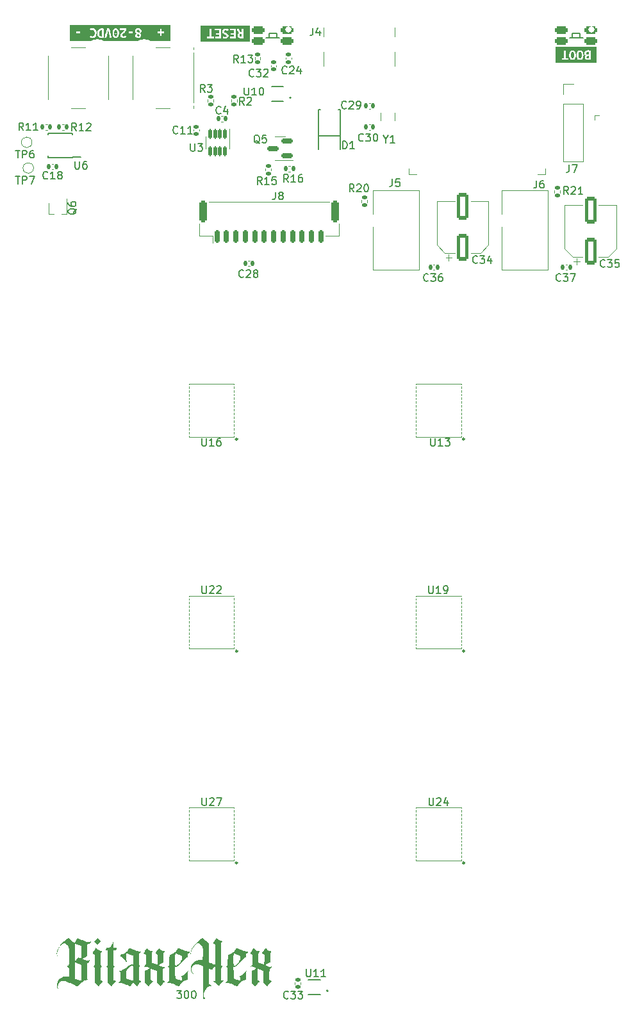
<source format=gbr>
%TF.GenerationSoftware,KiCad,Pcbnew,7.0.6-0*%
%TF.CreationDate,2023-10-22T16:37:53-04:00*%
%TF.ProjectId,bitaxeUltraHex,62697461-7865-4556-9c74-72614865782e,0.9*%
%TF.SameCoordinates,Original*%
%TF.FileFunction,Legend,Top*%
%TF.FilePolarity,Positive*%
%FSLAX46Y46*%
G04 Gerber Fmt 4.6, Leading zero omitted, Abs format (unit mm)*
G04 Created by KiCad (PCBNEW 7.0.6-0) date 2023-10-22 16:37:53*
%MOMM*%
%LPD*%
G01*
G04 APERTURE LIST*
G04 Aperture macros list*
%AMRoundRect*
0 Rectangle with rounded corners*
0 $1 Rounding radius*
0 $2 $3 $4 $5 $6 $7 $8 $9 X,Y pos of 4 corners*
0 Add a 4 corners polygon primitive as box body*
4,1,4,$2,$3,$4,$5,$6,$7,$8,$9,$2,$3,0*
0 Add four circle primitives for the rounded corners*
1,1,$1+$1,$2,$3*
1,1,$1+$1,$4,$5*
1,1,$1+$1,$6,$7*
1,1,$1+$1,$8,$9*
0 Add four rect primitives between the rounded corners*
20,1,$1+$1,$2,$3,$4,$5,0*
20,1,$1+$1,$4,$5,$6,$7,0*
20,1,$1+$1,$6,$7,$8,$9,0*
20,1,$1+$1,$8,$9,$2,$3,0*%
G04 Aperture macros list end*
%ADD10C,0.150000*%
%ADD11C,0.050000*%
%ADD12C,0.227485*%
%ADD13C,0.120000*%
%ADD14C,0.200000*%
%ADD15C,0.152400*%
%ADD16C,2.500000*%
%ADD17C,4.000000*%
%ADD18R,0.792000X0.221000*%
%ADD19R,4.277000X1.810000*%
%ADD20R,4.277000X4.530000*%
%ADD21RoundRect,0.120000X-0.120000X0.542500X-0.120000X-0.542500X0.120000X-0.542500X0.120000X0.542500X0*%
%ADD22C,0.990600*%
%ADD23C,0.787400*%
%ADD24RoundRect,0.140000X0.140000X0.170000X-0.140000X0.170000X-0.140000X-0.170000X0.140000X-0.170000X0*%
%ADD25RoundRect,0.135000X0.185000X-0.135000X0.185000X0.135000X-0.185000X0.135000X-0.185000X-0.135000X0*%
%ADD26RoundRect,0.140000X0.170000X-0.140000X0.170000X0.140000X-0.170000X0.140000X-0.170000X-0.140000X0*%
%ADD27C,3.200000*%
%ADD28R,1.600200X1.168400*%
%ADD29R,1.100000X0.400000*%
%ADD30RoundRect,0.140000X-0.140000X-0.170000X0.140000X-0.170000X0.140000X0.170000X-0.140000X0.170000X0*%
%ADD31C,1.295400*%
%ADD32C,1.574800*%
%ADD33C,2.000000*%
%ADD34RoundRect,0.150000X0.587500X0.150000X-0.587500X0.150000X-0.587500X-0.150000X0.587500X-0.150000X0*%
%ADD35C,0.800000*%
%ADD36RoundRect,0.262500X-0.562500X-0.262500X0.562500X-0.262500X0.562500X0.262500X-0.562500X0.262500X0*%
%ADD37RoundRect,0.135000X0.135000X0.185000X-0.135000X0.185000X-0.135000X-0.185000X0.135000X-0.185000X0*%
%ADD38RoundRect,0.250000X0.550000X-1.500000X0.550000X1.500000X-0.550000X1.500000X-0.550000X-1.500000X0*%
%ADD39RoundRect,0.135000X-0.185000X0.135000X-0.185000X-0.135000X0.185000X-0.135000X0.185000X0.135000X0*%
%ADD40R,0.450000X0.700000*%
%ADD41C,1.000000*%
%ADD42R,0.711200X0.228600*%
%ADD43R,1.700000X1.700000*%
%ADD44O,1.700000X1.700000*%
%ADD45R,1.500000X0.900000*%
%ADD46R,0.900000X1.500000*%
%ADD47R,0.900000X0.900000*%
%ADD48RoundRect,0.150000X-0.150000X-0.700000X0.150000X-0.700000X0.150000X0.700000X-0.150000X0.700000X0*%
%ADD49RoundRect,0.250000X-0.250000X-1.150000X0.250000X-1.150000X0.250000X1.150000X-0.250000X1.150000X0*%
%ADD50RoundRect,0.140000X-0.170000X0.140000X-0.170000X-0.140000X0.170000X-0.140000X0.170000X0.140000X0*%
%ADD51C,0.650000*%
%ADD52R,0.600000X1.060000*%
%ADD53R,0.300000X1.150000*%
%ADD54O,1.000000X2.100000*%
%ADD55O,1.000000X1.800000*%
%ADD56R,2.000000X2.000000*%
%ADD57C,0.400000*%
G04 APERTURE END LIST*
D10*
X73421541Y-173689819D02*
X74040588Y-173689819D01*
X74040588Y-173689819D02*
X73707255Y-174070771D01*
X73707255Y-174070771D02*
X73850112Y-174070771D01*
X73850112Y-174070771D02*
X73945350Y-174118390D01*
X73945350Y-174118390D02*
X73992969Y-174166009D01*
X73992969Y-174166009D02*
X74040588Y-174261247D01*
X74040588Y-174261247D02*
X74040588Y-174499342D01*
X74040588Y-174499342D02*
X73992969Y-174594580D01*
X73992969Y-174594580D02*
X73945350Y-174642200D01*
X73945350Y-174642200D02*
X73850112Y-174689819D01*
X73850112Y-174689819D02*
X73564398Y-174689819D01*
X73564398Y-174689819D02*
X73469160Y-174642200D01*
X73469160Y-174642200D02*
X73421541Y-174594580D01*
X74659636Y-173689819D02*
X74754874Y-173689819D01*
X74754874Y-173689819D02*
X74850112Y-173737438D01*
X74850112Y-173737438D02*
X74897731Y-173785057D01*
X74897731Y-173785057D02*
X74945350Y-173880295D01*
X74945350Y-173880295D02*
X74992969Y-174070771D01*
X74992969Y-174070771D02*
X74992969Y-174308866D01*
X74992969Y-174308866D02*
X74945350Y-174499342D01*
X74945350Y-174499342D02*
X74897731Y-174594580D01*
X74897731Y-174594580D02*
X74850112Y-174642200D01*
X74850112Y-174642200D02*
X74754874Y-174689819D01*
X74754874Y-174689819D02*
X74659636Y-174689819D01*
X74659636Y-174689819D02*
X74564398Y-174642200D01*
X74564398Y-174642200D02*
X74516779Y-174594580D01*
X74516779Y-174594580D02*
X74469160Y-174499342D01*
X74469160Y-174499342D02*
X74421541Y-174308866D01*
X74421541Y-174308866D02*
X74421541Y-174070771D01*
X74421541Y-174070771D02*
X74469160Y-173880295D01*
X74469160Y-173880295D02*
X74516779Y-173785057D01*
X74516779Y-173785057D02*
X74564398Y-173737438D01*
X74564398Y-173737438D02*
X74659636Y-173689819D01*
X75612017Y-173689819D02*
X75707255Y-173689819D01*
X75707255Y-173689819D02*
X75802493Y-173737438D01*
X75802493Y-173737438D02*
X75850112Y-173785057D01*
X75850112Y-173785057D02*
X75897731Y-173880295D01*
X75897731Y-173880295D02*
X75945350Y-174070771D01*
X75945350Y-174070771D02*
X75945350Y-174308866D01*
X75945350Y-174308866D02*
X75897731Y-174499342D01*
X75897731Y-174499342D02*
X75850112Y-174594580D01*
X75850112Y-174594580D02*
X75802493Y-174642200D01*
X75802493Y-174642200D02*
X75707255Y-174689819D01*
X75707255Y-174689819D02*
X75612017Y-174689819D01*
X75612017Y-174689819D02*
X75516779Y-174642200D01*
X75516779Y-174642200D02*
X75469160Y-174594580D01*
X75469160Y-174594580D02*
X75421541Y-174499342D01*
X75421541Y-174499342D02*
X75373922Y-174308866D01*
X75373922Y-174308866D02*
X75373922Y-174070771D01*
X75373922Y-174070771D02*
X75421541Y-173880295D01*
X75421541Y-173880295D02*
X75469160Y-173785057D01*
X75469160Y-173785057D02*
X75516779Y-173737438D01*
X75516779Y-173737438D02*
X75612017Y-173689819D01*
X106711905Y-120204819D02*
X106711905Y-121014342D01*
X106711905Y-121014342D02*
X106759524Y-121109580D01*
X106759524Y-121109580D02*
X106807143Y-121157200D01*
X106807143Y-121157200D02*
X106902381Y-121204819D01*
X106902381Y-121204819D02*
X107092857Y-121204819D01*
X107092857Y-121204819D02*
X107188095Y-121157200D01*
X107188095Y-121157200D02*
X107235714Y-121109580D01*
X107235714Y-121109580D02*
X107283333Y-121014342D01*
X107283333Y-121014342D02*
X107283333Y-120204819D01*
X108283333Y-121204819D02*
X107711905Y-121204819D01*
X107997619Y-121204819D02*
X107997619Y-120204819D01*
X107997619Y-120204819D02*
X107902381Y-120347676D01*
X107902381Y-120347676D02*
X107807143Y-120442914D01*
X107807143Y-120442914D02*
X107711905Y-120490533D01*
X108759524Y-121204819D02*
X108950000Y-121204819D01*
X108950000Y-121204819D02*
X109045238Y-121157200D01*
X109045238Y-121157200D02*
X109092857Y-121109580D01*
X109092857Y-121109580D02*
X109188095Y-120966723D01*
X109188095Y-120966723D02*
X109235714Y-120776247D01*
X109235714Y-120776247D02*
X109235714Y-120395295D01*
X109235714Y-120395295D02*
X109188095Y-120300057D01*
X109188095Y-120300057D02*
X109140476Y-120252438D01*
X109140476Y-120252438D02*
X109045238Y-120204819D01*
X109045238Y-120204819D02*
X108854762Y-120204819D01*
X108854762Y-120204819D02*
X108759524Y-120252438D01*
X108759524Y-120252438D02*
X108711905Y-120300057D01*
X108711905Y-120300057D02*
X108664286Y-120395295D01*
X108664286Y-120395295D02*
X108664286Y-120633390D01*
X108664286Y-120633390D02*
X108711905Y-120728628D01*
X108711905Y-120728628D02*
X108759524Y-120776247D01*
X108759524Y-120776247D02*
X108854762Y-120823866D01*
X108854762Y-120823866D02*
X109045238Y-120823866D01*
X109045238Y-120823866D02*
X109140476Y-120776247D01*
X109140476Y-120776247D02*
X109188095Y-120728628D01*
X109188095Y-120728628D02*
X109235714Y-120633390D01*
X75238095Y-61754819D02*
X75238095Y-62564342D01*
X75238095Y-62564342D02*
X75285714Y-62659580D01*
X75285714Y-62659580D02*
X75333333Y-62707200D01*
X75333333Y-62707200D02*
X75428571Y-62754819D01*
X75428571Y-62754819D02*
X75619047Y-62754819D01*
X75619047Y-62754819D02*
X75714285Y-62707200D01*
X75714285Y-62707200D02*
X75761904Y-62659580D01*
X75761904Y-62659580D02*
X75809523Y-62564342D01*
X75809523Y-62564342D02*
X75809523Y-61754819D01*
X76190476Y-61754819D02*
X76809523Y-61754819D01*
X76809523Y-61754819D02*
X76476190Y-62135771D01*
X76476190Y-62135771D02*
X76619047Y-62135771D01*
X76619047Y-62135771D02*
X76714285Y-62183390D01*
X76714285Y-62183390D02*
X76761904Y-62231009D01*
X76761904Y-62231009D02*
X76809523Y-62326247D01*
X76809523Y-62326247D02*
X76809523Y-62564342D01*
X76809523Y-62564342D02*
X76761904Y-62659580D01*
X76761904Y-62659580D02*
X76714285Y-62707200D01*
X76714285Y-62707200D02*
X76619047Y-62754819D01*
X76619047Y-62754819D02*
X76333333Y-62754819D01*
X76333333Y-62754819D02*
X76238095Y-62707200D01*
X76238095Y-62707200D02*
X76190476Y-62659580D01*
X124157142Y-79859580D02*
X124109523Y-79907200D01*
X124109523Y-79907200D02*
X123966666Y-79954819D01*
X123966666Y-79954819D02*
X123871428Y-79954819D01*
X123871428Y-79954819D02*
X123728571Y-79907200D01*
X123728571Y-79907200D02*
X123633333Y-79811961D01*
X123633333Y-79811961D02*
X123585714Y-79716723D01*
X123585714Y-79716723D02*
X123538095Y-79526247D01*
X123538095Y-79526247D02*
X123538095Y-79383390D01*
X123538095Y-79383390D02*
X123585714Y-79192914D01*
X123585714Y-79192914D02*
X123633333Y-79097676D01*
X123633333Y-79097676D02*
X123728571Y-79002438D01*
X123728571Y-79002438D02*
X123871428Y-78954819D01*
X123871428Y-78954819D02*
X123966666Y-78954819D01*
X123966666Y-78954819D02*
X124109523Y-79002438D01*
X124109523Y-79002438D02*
X124157142Y-79050057D01*
X124490476Y-78954819D02*
X125109523Y-78954819D01*
X125109523Y-78954819D02*
X124776190Y-79335771D01*
X124776190Y-79335771D02*
X124919047Y-79335771D01*
X124919047Y-79335771D02*
X125014285Y-79383390D01*
X125014285Y-79383390D02*
X125061904Y-79431009D01*
X125061904Y-79431009D02*
X125109523Y-79526247D01*
X125109523Y-79526247D02*
X125109523Y-79764342D01*
X125109523Y-79764342D02*
X125061904Y-79859580D01*
X125061904Y-79859580D02*
X125014285Y-79907200D01*
X125014285Y-79907200D02*
X124919047Y-79954819D01*
X124919047Y-79954819D02*
X124633333Y-79954819D01*
X124633333Y-79954819D02*
X124538095Y-79907200D01*
X124538095Y-79907200D02*
X124490476Y-79859580D01*
X125442857Y-78954819D02*
X126109523Y-78954819D01*
X126109523Y-78954819D02*
X125680952Y-79954819D01*
X76761905Y-120204819D02*
X76761905Y-121014342D01*
X76761905Y-121014342D02*
X76809524Y-121109580D01*
X76809524Y-121109580D02*
X76857143Y-121157200D01*
X76857143Y-121157200D02*
X76952381Y-121204819D01*
X76952381Y-121204819D02*
X77142857Y-121204819D01*
X77142857Y-121204819D02*
X77238095Y-121157200D01*
X77238095Y-121157200D02*
X77285714Y-121109580D01*
X77285714Y-121109580D02*
X77333333Y-121014342D01*
X77333333Y-121014342D02*
X77333333Y-120204819D01*
X77761905Y-120300057D02*
X77809524Y-120252438D01*
X77809524Y-120252438D02*
X77904762Y-120204819D01*
X77904762Y-120204819D02*
X78142857Y-120204819D01*
X78142857Y-120204819D02*
X78238095Y-120252438D01*
X78238095Y-120252438D02*
X78285714Y-120300057D01*
X78285714Y-120300057D02*
X78333333Y-120395295D01*
X78333333Y-120395295D02*
X78333333Y-120490533D01*
X78333333Y-120490533D02*
X78285714Y-120633390D01*
X78285714Y-120633390D02*
X77714286Y-121204819D01*
X77714286Y-121204819D02*
X78333333Y-121204819D01*
X78714286Y-120300057D02*
X78761905Y-120252438D01*
X78761905Y-120252438D02*
X78857143Y-120204819D01*
X78857143Y-120204819D02*
X79095238Y-120204819D01*
X79095238Y-120204819D02*
X79190476Y-120252438D01*
X79190476Y-120252438D02*
X79238095Y-120300057D01*
X79238095Y-120300057D02*
X79285714Y-120395295D01*
X79285714Y-120395295D02*
X79285714Y-120490533D01*
X79285714Y-120490533D02*
X79238095Y-120633390D01*
X79238095Y-120633390D02*
X78666667Y-121204819D01*
X78666667Y-121204819D02*
X79285714Y-121204819D01*
X81557142Y-51054819D02*
X81223809Y-50578628D01*
X80985714Y-51054819D02*
X80985714Y-50054819D01*
X80985714Y-50054819D02*
X81366666Y-50054819D01*
X81366666Y-50054819D02*
X81461904Y-50102438D01*
X81461904Y-50102438D02*
X81509523Y-50150057D01*
X81509523Y-50150057D02*
X81557142Y-50245295D01*
X81557142Y-50245295D02*
X81557142Y-50388152D01*
X81557142Y-50388152D02*
X81509523Y-50483390D01*
X81509523Y-50483390D02*
X81461904Y-50531009D01*
X81461904Y-50531009D02*
X81366666Y-50578628D01*
X81366666Y-50578628D02*
X80985714Y-50578628D01*
X82509523Y-51054819D02*
X81938095Y-51054819D01*
X82223809Y-51054819D02*
X82223809Y-50054819D01*
X82223809Y-50054819D02*
X82128571Y-50197676D01*
X82128571Y-50197676D02*
X82033333Y-50292914D01*
X82033333Y-50292914D02*
X81938095Y-50340533D01*
X82842857Y-50054819D02*
X83461904Y-50054819D01*
X83461904Y-50054819D02*
X83128571Y-50435771D01*
X83128571Y-50435771D02*
X83271428Y-50435771D01*
X83271428Y-50435771D02*
X83366666Y-50483390D01*
X83366666Y-50483390D02*
X83414285Y-50531009D01*
X83414285Y-50531009D02*
X83461904Y-50626247D01*
X83461904Y-50626247D02*
X83461904Y-50864342D01*
X83461904Y-50864342D02*
X83414285Y-50959580D01*
X83414285Y-50959580D02*
X83366666Y-51007200D01*
X83366666Y-51007200D02*
X83271428Y-51054819D01*
X83271428Y-51054819D02*
X82985714Y-51054819D01*
X82985714Y-51054819D02*
X82890476Y-51007200D01*
X82890476Y-51007200D02*
X82842857Y-50959580D01*
X83587142Y-52829580D02*
X83539523Y-52877200D01*
X83539523Y-52877200D02*
X83396666Y-52924819D01*
X83396666Y-52924819D02*
X83301428Y-52924819D01*
X83301428Y-52924819D02*
X83158571Y-52877200D01*
X83158571Y-52877200D02*
X83063333Y-52781961D01*
X83063333Y-52781961D02*
X83015714Y-52686723D01*
X83015714Y-52686723D02*
X82968095Y-52496247D01*
X82968095Y-52496247D02*
X82968095Y-52353390D01*
X82968095Y-52353390D02*
X83015714Y-52162914D01*
X83015714Y-52162914D02*
X83063333Y-52067676D01*
X83063333Y-52067676D02*
X83158571Y-51972438D01*
X83158571Y-51972438D02*
X83301428Y-51924819D01*
X83301428Y-51924819D02*
X83396666Y-51924819D01*
X83396666Y-51924819D02*
X83539523Y-51972438D01*
X83539523Y-51972438D02*
X83587142Y-52020057D01*
X83920476Y-51924819D02*
X84539523Y-51924819D01*
X84539523Y-51924819D02*
X84206190Y-52305771D01*
X84206190Y-52305771D02*
X84349047Y-52305771D01*
X84349047Y-52305771D02*
X84444285Y-52353390D01*
X84444285Y-52353390D02*
X84491904Y-52401009D01*
X84491904Y-52401009D02*
X84539523Y-52496247D01*
X84539523Y-52496247D02*
X84539523Y-52734342D01*
X84539523Y-52734342D02*
X84491904Y-52829580D01*
X84491904Y-52829580D02*
X84444285Y-52877200D01*
X84444285Y-52877200D02*
X84349047Y-52924819D01*
X84349047Y-52924819D02*
X84063333Y-52924819D01*
X84063333Y-52924819D02*
X83968095Y-52877200D01*
X83968095Y-52877200D02*
X83920476Y-52829580D01*
X84920476Y-52020057D02*
X84968095Y-51972438D01*
X84968095Y-51972438D02*
X85063333Y-51924819D01*
X85063333Y-51924819D02*
X85301428Y-51924819D01*
X85301428Y-51924819D02*
X85396666Y-51972438D01*
X85396666Y-51972438D02*
X85444285Y-52020057D01*
X85444285Y-52020057D02*
X85491904Y-52115295D01*
X85491904Y-52115295D02*
X85491904Y-52210533D01*
X85491904Y-52210533D02*
X85444285Y-52353390D01*
X85444285Y-52353390D02*
X84872857Y-52924819D01*
X84872857Y-52924819D02*
X85491904Y-52924819D01*
X101023809Y-61178628D02*
X101023809Y-61654819D01*
X100690476Y-60654819D02*
X101023809Y-61178628D01*
X101023809Y-61178628D02*
X101357142Y-60654819D01*
X102214285Y-61654819D02*
X101642857Y-61654819D01*
X101928571Y-61654819D02*
X101928571Y-60654819D01*
X101928571Y-60654819D02*
X101833333Y-60797676D01*
X101833333Y-60797676D02*
X101738095Y-60892914D01*
X101738095Y-60892914D02*
X101642857Y-60940533D01*
X59988095Y-64114819D02*
X59988095Y-64924342D01*
X59988095Y-64924342D02*
X60035714Y-65019580D01*
X60035714Y-65019580D02*
X60083333Y-65067200D01*
X60083333Y-65067200D02*
X60178571Y-65114819D01*
X60178571Y-65114819D02*
X60369047Y-65114819D01*
X60369047Y-65114819D02*
X60464285Y-65067200D01*
X60464285Y-65067200D02*
X60511904Y-65019580D01*
X60511904Y-65019580D02*
X60559523Y-64924342D01*
X60559523Y-64924342D02*
X60559523Y-64114819D01*
X61464285Y-64114819D02*
X61273809Y-64114819D01*
X61273809Y-64114819D02*
X61178571Y-64162438D01*
X61178571Y-64162438D02*
X61130952Y-64210057D01*
X61130952Y-64210057D02*
X61035714Y-64352914D01*
X61035714Y-64352914D02*
X60988095Y-64543390D01*
X60988095Y-64543390D02*
X60988095Y-64924342D01*
X60988095Y-64924342D02*
X61035714Y-65019580D01*
X61035714Y-65019580D02*
X61083333Y-65067200D01*
X61083333Y-65067200D02*
X61178571Y-65114819D01*
X61178571Y-65114819D02*
X61369047Y-65114819D01*
X61369047Y-65114819D02*
X61464285Y-65067200D01*
X61464285Y-65067200D02*
X61511904Y-65019580D01*
X61511904Y-65019580D02*
X61559523Y-64924342D01*
X61559523Y-64924342D02*
X61559523Y-64686247D01*
X61559523Y-64686247D02*
X61511904Y-64591009D01*
X61511904Y-64591009D02*
X61464285Y-64543390D01*
X61464285Y-64543390D02*
X61369047Y-64495771D01*
X61369047Y-64495771D02*
X61178571Y-64495771D01*
X61178571Y-64495771D02*
X61083333Y-64543390D01*
X61083333Y-64543390D02*
X61035714Y-64591009D01*
X61035714Y-64591009D02*
X60988095Y-64686247D01*
X82227142Y-79359580D02*
X82179523Y-79407200D01*
X82179523Y-79407200D02*
X82036666Y-79454819D01*
X82036666Y-79454819D02*
X81941428Y-79454819D01*
X81941428Y-79454819D02*
X81798571Y-79407200D01*
X81798571Y-79407200D02*
X81703333Y-79311961D01*
X81703333Y-79311961D02*
X81655714Y-79216723D01*
X81655714Y-79216723D02*
X81608095Y-79026247D01*
X81608095Y-79026247D02*
X81608095Y-78883390D01*
X81608095Y-78883390D02*
X81655714Y-78692914D01*
X81655714Y-78692914D02*
X81703333Y-78597676D01*
X81703333Y-78597676D02*
X81798571Y-78502438D01*
X81798571Y-78502438D02*
X81941428Y-78454819D01*
X81941428Y-78454819D02*
X82036666Y-78454819D01*
X82036666Y-78454819D02*
X82179523Y-78502438D01*
X82179523Y-78502438D02*
X82227142Y-78550057D01*
X82608095Y-78550057D02*
X82655714Y-78502438D01*
X82655714Y-78502438D02*
X82750952Y-78454819D01*
X82750952Y-78454819D02*
X82989047Y-78454819D01*
X82989047Y-78454819D02*
X83084285Y-78502438D01*
X83084285Y-78502438D02*
X83131904Y-78550057D01*
X83131904Y-78550057D02*
X83179523Y-78645295D01*
X83179523Y-78645295D02*
X83179523Y-78740533D01*
X83179523Y-78740533D02*
X83131904Y-78883390D01*
X83131904Y-78883390D02*
X82560476Y-79454819D01*
X82560476Y-79454819D02*
X83179523Y-79454819D01*
X83750952Y-78883390D02*
X83655714Y-78835771D01*
X83655714Y-78835771D02*
X83608095Y-78788152D01*
X83608095Y-78788152D02*
X83560476Y-78692914D01*
X83560476Y-78692914D02*
X83560476Y-78645295D01*
X83560476Y-78645295D02*
X83608095Y-78550057D01*
X83608095Y-78550057D02*
X83655714Y-78502438D01*
X83655714Y-78502438D02*
X83750952Y-78454819D01*
X83750952Y-78454819D02*
X83941428Y-78454819D01*
X83941428Y-78454819D02*
X84036666Y-78502438D01*
X84036666Y-78502438D02*
X84084285Y-78550057D01*
X84084285Y-78550057D02*
X84131904Y-78645295D01*
X84131904Y-78645295D02*
X84131904Y-78692914D01*
X84131904Y-78692914D02*
X84084285Y-78788152D01*
X84084285Y-78788152D02*
X84036666Y-78835771D01*
X84036666Y-78835771D02*
X83941428Y-78883390D01*
X83941428Y-78883390D02*
X83750952Y-78883390D01*
X83750952Y-78883390D02*
X83655714Y-78931009D01*
X83655714Y-78931009D02*
X83608095Y-78978628D01*
X83608095Y-78978628D02*
X83560476Y-79073866D01*
X83560476Y-79073866D02*
X83560476Y-79264342D01*
X83560476Y-79264342D02*
X83608095Y-79359580D01*
X83608095Y-79359580D02*
X83655714Y-79407200D01*
X83655714Y-79407200D02*
X83750952Y-79454819D01*
X83750952Y-79454819D02*
X83941428Y-79454819D01*
X83941428Y-79454819D02*
X84036666Y-79407200D01*
X84036666Y-79407200D02*
X84084285Y-79359580D01*
X84084285Y-79359580D02*
X84131904Y-79264342D01*
X84131904Y-79264342D02*
X84131904Y-79073866D01*
X84131904Y-79073866D02*
X84084285Y-78978628D01*
X84084285Y-78978628D02*
X84036666Y-78931009D01*
X84036666Y-78931009D02*
X83941428Y-78883390D01*
X120966666Y-66634219D02*
X120966666Y-67348504D01*
X120966666Y-67348504D02*
X120919047Y-67491361D01*
X120919047Y-67491361D02*
X120823809Y-67586600D01*
X120823809Y-67586600D02*
X120680952Y-67634219D01*
X120680952Y-67634219D02*
X120585714Y-67634219D01*
X121871428Y-66634219D02*
X121680952Y-66634219D01*
X121680952Y-66634219D02*
X121585714Y-66681838D01*
X121585714Y-66681838D02*
X121538095Y-66729457D01*
X121538095Y-66729457D02*
X121442857Y-66872314D01*
X121442857Y-66872314D02*
X121395238Y-67062790D01*
X121395238Y-67062790D02*
X121395238Y-67443742D01*
X121395238Y-67443742D02*
X121442857Y-67538980D01*
X121442857Y-67538980D02*
X121490476Y-67586600D01*
X121490476Y-67586600D02*
X121585714Y-67634219D01*
X121585714Y-67634219D02*
X121776190Y-67634219D01*
X121776190Y-67634219D02*
X121871428Y-67586600D01*
X121871428Y-67586600D02*
X121919047Y-67538980D01*
X121919047Y-67538980D02*
X121966666Y-67443742D01*
X121966666Y-67443742D02*
X121966666Y-67205647D01*
X121966666Y-67205647D02*
X121919047Y-67110409D01*
X121919047Y-67110409D02*
X121871428Y-67062790D01*
X121871428Y-67062790D02*
X121776190Y-67015171D01*
X121776190Y-67015171D02*
X121585714Y-67015171D01*
X121585714Y-67015171D02*
X121490476Y-67062790D01*
X121490476Y-67062790D02*
X121442857Y-67110409D01*
X121442857Y-67110409D02*
X121395238Y-67205647D01*
X125157142Y-68454819D02*
X124823809Y-67978628D01*
X124585714Y-68454819D02*
X124585714Y-67454819D01*
X124585714Y-67454819D02*
X124966666Y-67454819D01*
X124966666Y-67454819D02*
X125061904Y-67502438D01*
X125061904Y-67502438D02*
X125109523Y-67550057D01*
X125109523Y-67550057D02*
X125157142Y-67645295D01*
X125157142Y-67645295D02*
X125157142Y-67788152D01*
X125157142Y-67788152D02*
X125109523Y-67883390D01*
X125109523Y-67883390D02*
X125061904Y-67931009D01*
X125061904Y-67931009D02*
X124966666Y-67978628D01*
X124966666Y-67978628D02*
X124585714Y-67978628D01*
X125538095Y-67550057D02*
X125585714Y-67502438D01*
X125585714Y-67502438D02*
X125680952Y-67454819D01*
X125680952Y-67454819D02*
X125919047Y-67454819D01*
X125919047Y-67454819D02*
X126014285Y-67502438D01*
X126014285Y-67502438D02*
X126061904Y-67550057D01*
X126061904Y-67550057D02*
X126109523Y-67645295D01*
X126109523Y-67645295D02*
X126109523Y-67740533D01*
X126109523Y-67740533D02*
X126061904Y-67883390D01*
X126061904Y-67883390D02*
X125490476Y-68454819D01*
X125490476Y-68454819D02*
X126109523Y-68454819D01*
X127061904Y-68454819D02*
X126490476Y-68454819D01*
X126776190Y-68454819D02*
X126776190Y-67454819D01*
X126776190Y-67454819D02*
X126680952Y-67597676D01*
X126680952Y-67597676D02*
X126585714Y-67692914D01*
X126585714Y-67692914D02*
X126490476Y-67740533D01*
X84367261Y-61750057D02*
X84272023Y-61702438D01*
X84272023Y-61702438D02*
X84176785Y-61607200D01*
X84176785Y-61607200D02*
X84033928Y-61464342D01*
X84033928Y-61464342D02*
X83938690Y-61416723D01*
X83938690Y-61416723D02*
X83843452Y-61416723D01*
X83891071Y-61654819D02*
X83795833Y-61607200D01*
X83795833Y-61607200D02*
X83700595Y-61511961D01*
X83700595Y-61511961D02*
X83652976Y-61321485D01*
X83652976Y-61321485D02*
X83652976Y-60988152D01*
X83652976Y-60988152D02*
X83700595Y-60797676D01*
X83700595Y-60797676D02*
X83795833Y-60702438D01*
X83795833Y-60702438D02*
X83891071Y-60654819D01*
X83891071Y-60654819D02*
X84081547Y-60654819D01*
X84081547Y-60654819D02*
X84176785Y-60702438D01*
X84176785Y-60702438D02*
X84272023Y-60797676D01*
X84272023Y-60797676D02*
X84319642Y-60988152D01*
X84319642Y-60988152D02*
X84319642Y-61321485D01*
X84319642Y-61321485D02*
X84272023Y-61511961D01*
X84272023Y-61511961D02*
X84176785Y-61607200D01*
X84176785Y-61607200D02*
X84081547Y-61654819D01*
X84081547Y-61654819D02*
X83891071Y-61654819D01*
X85224404Y-60654819D02*
X84748214Y-60654819D01*
X84748214Y-60654819D02*
X84700595Y-61131009D01*
X84700595Y-61131009D02*
X84748214Y-61083390D01*
X84748214Y-61083390D02*
X84843452Y-61035771D01*
X84843452Y-61035771D02*
X85081547Y-61035771D01*
X85081547Y-61035771D02*
X85176785Y-61083390D01*
X85176785Y-61083390D02*
X85224404Y-61131009D01*
X85224404Y-61131009D02*
X85272023Y-61226247D01*
X85272023Y-61226247D02*
X85272023Y-61464342D01*
X85272023Y-61464342D02*
X85224404Y-61559580D01*
X85224404Y-61559580D02*
X85176785Y-61607200D01*
X85176785Y-61607200D02*
X85081547Y-61654819D01*
X85081547Y-61654819D02*
X84843452Y-61654819D01*
X84843452Y-61654819D02*
X84748214Y-61607200D01*
X84748214Y-61607200D02*
X84700595Y-61559580D01*
X79233333Y-57759580D02*
X79185714Y-57807200D01*
X79185714Y-57807200D02*
X79042857Y-57854819D01*
X79042857Y-57854819D02*
X78947619Y-57854819D01*
X78947619Y-57854819D02*
X78804762Y-57807200D01*
X78804762Y-57807200D02*
X78709524Y-57711961D01*
X78709524Y-57711961D02*
X78661905Y-57616723D01*
X78661905Y-57616723D02*
X78614286Y-57426247D01*
X78614286Y-57426247D02*
X78614286Y-57283390D01*
X78614286Y-57283390D02*
X78661905Y-57092914D01*
X78661905Y-57092914D02*
X78709524Y-56997676D01*
X78709524Y-56997676D02*
X78804762Y-56902438D01*
X78804762Y-56902438D02*
X78947619Y-56854819D01*
X78947619Y-56854819D02*
X79042857Y-56854819D01*
X79042857Y-56854819D02*
X79185714Y-56902438D01*
X79185714Y-56902438D02*
X79233333Y-56950057D01*
X80090476Y-57188152D02*
X80090476Y-57854819D01*
X79852381Y-56807200D02*
X79614286Y-57521485D01*
X79614286Y-57521485D02*
X80233333Y-57521485D01*
X95817142Y-57059580D02*
X95769523Y-57107200D01*
X95769523Y-57107200D02*
X95626666Y-57154819D01*
X95626666Y-57154819D02*
X95531428Y-57154819D01*
X95531428Y-57154819D02*
X95388571Y-57107200D01*
X95388571Y-57107200D02*
X95293333Y-57011961D01*
X95293333Y-57011961D02*
X95245714Y-56916723D01*
X95245714Y-56916723D02*
X95198095Y-56726247D01*
X95198095Y-56726247D02*
X95198095Y-56583390D01*
X95198095Y-56583390D02*
X95245714Y-56392914D01*
X95245714Y-56392914D02*
X95293333Y-56297676D01*
X95293333Y-56297676D02*
X95388571Y-56202438D01*
X95388571Y-56202438D02*
X95531428Y-56154819D01*
X95531428Y-56154819D02*
X95626666Y-56154819D01*
X95626666Y-56154819D02*
X95769523Y-56202438D01*
X95769523Y-56202438D02*
X95817142Y-56250057D01*
X96198095Y-56250057D02*
X96245714Y-56202438D01*
X96245714Y-56202438D02*
X96340952Y-56154819D01*
X96340952Y-56154819D02*
X96579047Y-56154819D01*
X96579047Y-56154819D02*
X96674285Y-56202438D01*
X96674285Y-56202438D02*
X96721904Y-56250057D01*
X96721904Y-56250057D02*
X96769523Y-56345295D01*
X96769523Y-56345295D02*
X96769523Y-56440533D01*
X96769523Y-56440533D02*
X96721904Y-56583390D01*
X96721904Y-56583390D02*
X96150476Y-57154819D01*
X96150476Y-57154819D02*
X96769523Y-57154819D01*
X97245714Y-57154819D02*
X97436190Y-57154819D01*
X97436190Y-57154819D02*
X97531428Y-57107200D01*
X97531428Y-57107200D02*
X97579047Y-57059580D01*
X97579047Y-57059580D02*
X97674285Y-56916723D01*
X97674285Y-56916723D02*
X97721904Y-56726247D01*
X97721904Y-56726247D02*
X97721904Y-56345295D01*
X97721904Y-56345295D02*
X97674285Y-56250057D01*
X97674285Y-56250057D02*
X97626666Y-56202438D01*
X97626666Y-56202438D02*
X97531428Y-56154819D01*
X97531428Y-56154819D02*
X97340952Y-56154819D01*
X97340952Y-56154819D02*
X97245714Y-56202438D01*
X97245714Y-56202438D02*
X97198095Y-56250057D01*
X97198095Y-56250057D02*
X97150476Y-56345295D01*
X97150476Y-56345295D02*
X97150476Y-56583390D01*
X97150476Y-56583390D02*
X97198095Y-56678628D01*
X97198095Y-56678628D02*
X97245714Y-56726247D01*
X97245714Y-56726247D02*
X97340952Y-56773866D01*
X97340952Y-56773866D02*
X97531428Y-56773866D01*
X97531428Y-56773866D02*
X97626666Y-56726247D01*
X97626666Y-56726247D02*
X97674285Y-56678628D01*
X97674285Y-56678628D02*
X97721904Y-56583390D01*
X76761905Y-148204819D02*
X76761905Y-149014342D01*
X76761905Y-149014342D02*
X76809524Y-149109580D01*
X76809524Y-149109580D02*
X76857143Y-149157200D01*
X76857143Y-149157200D02*
X76952381Y-149204819D01*
X76952381Y-149204819D02*
X77142857Y-149204819D01*
X77142857Y-149204819D02*
X77238095Y-149157200D01*
X77238095Y-149157200D02*
X77285714Y-149109580D01*
X77285714Y-149109580D02*
X77333333Y-149014342D01*
X77333333Y-149014342D02*
X77333333Y-148204819D01*
X77761905Y-148300057D02*
X77809524Y-148252438D01*
X77809524Y-148252438D02*
X77904762Y-148204819D01*
X77904762Y-148204819D02*
X78142857Y-148204819D01*
X78142857Y-148204819D02*
X78238095Y-148252438D01*
X78238095Y-148252438D02*
X78285714Y-148300057D01*
X78285714Y-148300057D02*
X78333333Y-148395295D01*
X78333333Y-148395295D02*
X78333333Y-148490533D01*
X78333333Y-148490533D02*
X78285714Y-148633390D01*
X78285714Y-148633390D02*
X77714286Y-149204819D01*
X77714286Y-149204819D02*
X78333333Y-149204819D01*
X78666667Y-148204819D02*
X79333333Y-148204819D01*
X79333333Y-148204819D02*
X78904762Y-149204819D01*
X88157142Y-66854819D02*
X87823809Y-66378628D01*
X87585714Y-66854819D02*
X87585714Y-65854819D01*
X87585714Y-65854819D02*
X87966666Y-65854819D01*
X87966666Y-65854819D02*
X88061904Y-65902438D01*
X88061904Y-65902438D02*
X88109523Y-65950057D01*
X88109523Y-65950057D02*
X88157142Y-66045295D01*
X88157142Y-66045295D02*
X88157142Y-66188152D01*
X88157142Y-66188152D02*
X88109523Y-66283390D01*
X88109523Y-66283390D02*
X88061904Y-66331009D01*
X88061904Y-66331009D02*
X87966666Y-66378628D01*
X87966666Y-66378628D02*
X87585714Y-66378628D01*
X89109523Y-66854819D02*
X88538095Y-66854819D01*
X88823809Y-66854819D02*
X88823809Y-65854819D01*
X88823809Y-65854819D02*
X88728571Y-65997676D01*
X88728571Y-65997676D02*
X88633333Y-66092914D01*
X88633333Y-66092914D02*
X88538095Y-66140533D01*
X89966666Y-65854819D02*
X89776190Y-65854819D01*
X89776190Y-65854819D02*
X89680952Y-65902438D01*
X89680952Y-65902438D02*
X89633333Y-65950057D01*
X89633333Y-65950057D02*
X89538095Y-66092914D01*
X89538095Y-66092914D02*
X89490476Y-66283390D01*
X89490476Y-66283390D02*
X89490476Y-66664342D01*
X89490476Y-66664342D02*
X89538095Y-66759580D01*
X89538095Y-66759580D02*
X89585714Y-66807200D01*
X89585714Y-66807200D02*
X89680952Y-66854819D01*
X89680952Y-66854819D02*
X89871428Y-66854819D01*
X89871428Y-66854819D02*
X89966666Y-66807200D01*
X89966666Y-66807200D02*
X90014285Y-66759580D01*
X90014285Y-66759580D02*
X90061904Y-66664342D01*
X90061904Y-66664342D02*
X90061904Y-66426247D01*
X90061904Y-66426247D02*
X90014285Y-66331009D01*
X90014285Y-66331009D02*
X89966666Y-66283390D01*
X89966666Y-66283390D02*
X89871428Y-66235771D01*
X89871428Y-66235771D02*
X89680952Y-66235771D01*
X89680952Y-66235771D02*
X89585714Y-66283390D01*
X89585714Y-66283390D02*
X89538095Y-66331009D01*
X89538095Y-66331009D02*
X89490476Y-66426247D01*
X101905517Y-66434219D02*
X101905517Y-67148504D01*
X101905517Y-67148504D02*
X101857898Y-67291361D01*
X101857898Y-67291361D02*
X101762660Y-67386600D01*
X101762660Y-67386600D02*
X101619803Y-67434219D01*
X101619803Y-67434219D02*
X101524565Y-67434219D01*
X102857898Y-66434219D02*
X102381708Y-66434219D01*
X102381708Y-66434219D02*
X102334089Y-66910409D01*
X102334089Y-66910409D02*
X102381708Y-66862790D01*
X102381708Y-66862790D02*
X102476946Y-66815171D01*
X102476946Y-66815171D02*
X102715041Y-66815171D01*
X102715041Y-66815171D02*
X102810279Y-66862790D01*
X102810279Y-66862790D02*
X102857898Y-66910409D01*
X102857898Y-66910409D02*
X102905517Y-67005647D01*
X102905517Y-67005647D02*
X102905517Y-67243742D01*
X102905517Y-67243742D02*
X102857898Y-67338980D01*
X102857898Y-67338980D02*
X102810279Y-67386600D01*
X102810279Y-67386600D02*
X102715041Y-67434219D01*
X102715041Y-67434219D02*
X102476946Y-67434219D01*
X102476946Y-67434219D02*
X102381708Y-67386600D01*
X102381708Y-67386600D02*
X102334089Y-67338980D01*
X113137142Y-77499580D02*
X113089523Y-77547200D01*
X113089523Y-77547200D02*
X112946666Y-77594819D01*
X112946666Y-77594819D02*
X112851428Y-77594819D01*
X112851428Y-77594819D02*
X112708571Y-77547200D01*
X112708571Y-77547200D02*
X112613333Y-77451961D01*
X112613333Y-77451961D02*
X112565714Y-77356723D01*
X112565714Y-77356723D02*
X112518095Y-77166247D01*
X112518095Y-77166247D02*
X112518095Y-77023390D01*
X112518095Y-77023390D02*
X112565714Y-76832914D01*
X112565714Y-76832914D02*
X112613333Y-76737676D01*
X112613333Y-76737676D02*
X112708571Y-76642438D01*
X112708571Y-76642438D02*
X112851428Y-76594819D01*
X112851428Y-76594819D02*
X112946666Y-76594819D01*
X112946666Y-76594819D02*
X113089523Y-76642438D01*
X113089523Y-76642438D02*
X113137142Y-76690057D01*
X113470476Y-76594819D02*
X114089523Y-76594819D01*
X114089523Y-76594819D02*
X113756190Y-76975771D01*
X113756190Y-76975771D02*
X113899047Y-76975771D01*
X113899047Y-76975771D02*
X113994285Y-77023390D01*
X113994285Y-77023390D02*
X114041904Y-77071009D01*
X114041904Y-77071009D02*
X114089523Y-77166247D01*
X114089523Y-77166247D02*
X114089523Y-77404342D01*
X114089523Y-77404342D02*
X114041904Y-77499580D01*
X114041904Y-77499580D02*
X113994285Y-77547200D01*
X113994285Y-77547200D02*
X113899047Y-77594819D01*
X113899047Y-77594819D02*
X113613333Y-77594819D01*
X113613333Y-77594819D02*
X113518095Y-77547200D01*
X113518095Y-77547200D02*
X113470476Y-77499580D01*
X114946666Y-76928152D02*
X114946666Y-77594819D01*
X114708571Y-76547200D02*
X114470476Y-77261485D01*
X114470476Y-77261485D02*
X115089523Y-77261485D01*
X88157142Y-174659580D02*
X88109523Y-174707200D01*
X88109523Y-174707200D02*
X87966666Y-174754819D01*
X87966666Y-174754819D02*
X87871428Y-174754819D01*
X87871428Y-174754819D02*
X87728571Y-174707200D01*
X87728571Y-174707200D02*
X87633333Y-174611961D01*
X87633333Y-174611961D02*
X87585714Y-174516723D01*
X87585714Y-174516723D02*
X87538095Y-174326247D01*
X87538095Y-174326247D02*
X87538095Y-174183390D01*
X87538095Y-174183390D02*
X87585714Y-173992914D01*
X87585714Y-173992914D02*
X87633333Y-173897676D01*
X87633333Y-173897676D02*
X87728571Y-173802438D01*
X87728571Y-173802438D02*
X87871428Y-173754819D01*
X87871428Y-173754819D02*
X87966666Y-173754819D01*
X87966666Y-173754819D02*
X88109523Y-173802438D01*
X88109523Y-173802438D02*
X88157142Y-173850057D01*
X88490476Y-173754819D02*
X89109523Y-173754819D01*
X89109523Y-173754819D02*
X88776190Y-174135771D01*
X88776190Y-174135771D02*
X88919047Y-174135771D01*
X88919047Y-174135771D02*
X89014285Y-174183390D01*
X89014285Y-174183390D02*
X89061904Y-174231009D01*
X89061904Y-174231009D02*
X89109523Y-174326247D01*
X89109523Y-174326247D02*
X89109523Y-174564342D01*
X89109523Y-174564342D02*
X89061904Y-174659580D01*
X89061904Y-174659580D02*
X89014285Y-174707200D01*
X89014285Y-174707200D02*
X88919047Y-174754819D01*
X88919047Y-174754819D02*
X88633333Y-174754819D01*
X88633333Y-174754819D02*
X88538095Y-174707200D01*
X88538095Y-174707200D02*
X88490476Y-174659580D01*
X89442857Y-173754819D02*
X90061904Y-173754819D01*
X90061904Y-173754819D02*
X89728571Y-174135771D01*
X89728571Y-174135771D02*
X89871428Y-174135771D01*
X89871428Y-174135771D02*
X89966666Y-174183390D01*
X89966666Y-174183390D02*
X90014285Y-174231009D01*
X90014285Y-174231009D02*
X90061904Y-174326247D01*
X90061904Y-174326247D02*
X90061904Y-174564342D01*
X90061904Y-174564342D02*
X90014285Y-174659580D01*
X90014285Y-174659580D02*
X89966666Y-174707200D01*
X89966666Y-174707200D02*
X89871428Y-174754819D01*
X89871428Y-174754819D02*
X89585714Y-174754819D01*
X89585714Y-174754819D02*
X89490476Y-174707200D01*
X89490476Y-174707200D02*
X89442857Y-174659580D01*
X106761905Y-148204819D02*
X106761905Y-149014342D01*
X106761905Y-149014342D02*
X106809524Y-149109580D01*
X106809524Y-149109580D02*
X106857143Y-149157200D01*
X106857143Y-149157200D02*
X106952381Y-149204819D01*
X106952381Y-149204819D02*
X107142857Y-149204819D01*
X107142857Y-149204819D02*
X107238095Y-149157200D01*
X107238095Y-149157200D02*
X107285714Y-149109580D01*
X107285714Y-149109580D02*
X107333333Y-149014342D01*
X107333333Y-149014342D02*
X107333333Y-148204819D01*
X107761905Y-148300057D02*
X107809524Y-148252438D01*
X107809524Y-148252438D02*
X107904762Y-148204819D01*
X107904762Y-148204819D02*
X108142857Y-148204819D01*
X108142857Y-148204819D02*
X108238095Y-148252438D01*
X108238095Y-148252438D02*
X108285714Y-148300057D01*
X108285714Y-148300057D02*
X108333333Y-148395295D01*
X108333333Y-148395295D02*
X108333333Y-148490533D01*
X108333333Y-148490533D02*
X108285714Y-148633390D01*
X108285714Y-148633390D02*
X107714286Y-149204819D01*
X107714286Y-149204819D02*
X108333333Y-149204819D01*
X109190476Y-148538152D02*
X109190476Y-149204819D01*
X108952381Y-148157200D02*
X108714286Y-148871485D01*
X108714286Y-148871485D02*
X109333333Y-148871485D01*
X56357142Y-66359580D02*
X56309523Y-66407200D01*
X56309523Y-66407200D02*
X56166666Y-66454819D01*
X56166666Y-66454819D02*
X56071428Y-66454819D01*
X56071428Y-66454819D02*
X55928571Y-66407200D01*
X55928571Y-66407200D02*
X55833333Y-66311961D01*
X55833333Y-66311961D02*
X55785714Y-66216723D01*
X55785714Y-66216723D02*
X55738095Y-66026247D01*
X55738095Y-66026247D02*
X55738095Y-65883390D01*
X55738095Y-65883390D02*
X55785714Y-65692914D01*
X55785714Y-65692914D02*
X55833333Y-65597676D01*
X55833333Y-65597676D02*
X55928571Y-65502438D01*
X55928571Y-65502438D02*
X56071428Y-65454819D01*
X56071428Y-65454819D02*
X56166666Y-65454819D01*
X56166666Y-65454819D02*
X56309523Y-65502438D01*
X56309523Y-65502438D02*
X56357142Y-65550057D01*
X57309523Y-66454819D02*
X56738095Y-66454819D01*
X57023809Y-66454819D02*
X57023809Y-65454819D01*
X57023809Y-65454819D02*
X56928571Y-65597676D01*
X56928571Y-65597676D02*
X56833333Y-65692914D01*
X56833333Y-65692914D02*
X56738095Y-65740533D01*
X57880952Y-65883390D02*
X57785714Y-65835771D01*
X57785714Y-65835771D02*
X57738095Y-65788152D01*
X57738095Y-65788152D02*
X57690476Y-65692914D01*
X57690476Y-65692914D02*
X57690476Y-65645295D01*
X57690476Y-65645295D02*
X57738095Y-65550057D01*
X57738095Y-65550057D02*
X57785714Y-65502438D01*
X57785714Y-65502438D02*
X57880952Y-65454819D01*
X57880952Y-65454819D02*
X58071428Y-65454819D01*
X58071428Y-65454819D02*
X58166666Y-65502438D01*
X58166666Y-65502438D02*
X58214285Y-65550057D01*
X58214285Y-65550057D02*
X58261904Y-65645295D01*
X58261904Y-65645295D02*
X58261904Y-65692914D01*
X58261904Y-65692914D02*
X58214285Y-65788152D01*
X58214285Y-65788152D02*
X58166666Y-65835771D01*
X58166666Y-65835771D02*
X58071428Y-65883390D01*
X58071428Y-65883390D02*
X57880952Y-65883390D01*
X57880952Y-65883390D02*
X57785714Y-65931009D01*
X57785714Y-65931009D02*
X57738095Y-65978628D01*
X57738095Y-65978628D02*
X57690476Y-66073866D01*
X57690476Y-66073866D02*
X57690476Y-66264342D01*
X57690476Y-66264342D02*
X57738095Y-66359580D01*
X57738095Y-66359580D02*
X57785714Y-66407200D01*
X57785714Y-66407200D02*
X57880952Y-66454819D01*
X57880952Y-66454819D02*
X58071428Y-66454819D01*
X58071428Y-66454819D02*
X58166666Y-66407200D01*
X58166666Y-66407200D02*
X58214285Y-66359580D01*
X58214285Y-66359580D02*
X58261904Y-66264342D01*
X58261904Y-66264342D02*
X58261904Y-66073866D01*
X58261904Y-66073866D02*
X58214285Y-65978628D01*
X58214285Y-65978628D02*
X58166666Y-65931009D01*
X58166666Y-65931009D02*
X58071428Y-65883390D01*
X77133333Y-54954819D02*
X76800000Y-54478628D01*
X76561905Y-54954819D02*
X76561905Y-53954819D01*
X76561905Y-53954819D02*
X76942857Y-53954819D01*
X76942857Y-53954819D02*
X77038095Y-54002438D01*
X77038095Y-54002438D02*
X77085714Y-54050057D01*
X77085714Y-54050057D02*
X77133333Y-54145295D01*
X77133333Y-54145295D02*
X77133333Y-54288152D01*
X77133333Y-54288152D02*
X77085714Y-54383390D01*
X77085714Y-54383390D02*
X77038095Y-54431009D01*
X77038095Y-54431009D02*
X76942857Y-54478628D01*
X76942857Y-54478628D02*
X76561905Y-54478628D01*
X77466667Y-53954819D02*
X78085714Y-53954819D01*
X78085714Y-53954819D02*
X77752381Y-54335771D01*
X77752381Y-54335771D02*
X77895238Y-54335771D01*
X77895238Y-54335771D02*
X77990476Y-54383390D01*
X77990476Y-54383390D02*
X78038095Y-54431009D01*
X78038095Y-54431009D02*
X78085714Y-54526247D01*
X78085714Y-54526247D02*
X78085714Y-54764342D01*
X78085714Y-54764342D02*
X78038095Y-54859580D01*
X78038095Y-54859580D02*
X77990476Y-54907200D01*
X77990476Y-54907200D02*
X77895238Y-54954819D01*
X77895238Y-54954819D02*
X77609524Y-54954819D01*
X77609524Y-54954819D02*
X77514286Y-54907200D01*
X77514286Y-54907200D02*
X77466667Y-54859580D01*
X60170057Y-70365238D02*
X60122438Y-70460476D01*
X60122438Y-70460476D02*
X60027200Y-70555714D01*
X60027200Y-70555714D02*
X59884342Y-70698571D01*
X59884342Y-70698571D02*
X59836723Y-70793809D01*
X59836723Y-70793809D02*
X59836723Y-70889047D01*
X60074819Y-70841428D02*
X60027200Y-70936666D01*
X60027200Y-70936666D02*
X59931961Y-71031904D01*
X59931961Y-71031904D02*
X59741485Y-71079523D01*
X59741485Y-71079523D02*
X59408152Y-71079523D01*
X59408152Y-71079523D02*
X59217676Y-71031904D01*
X59217676Y-71031904D02*
X59122438Y-70936666D01*
X59122438Y-70936666D02*
X59074819Y-70841428D01*
X59074819Y-70841428D02*
X59074819Y-70650952D01*
X59074819Y-70650952D02*
X59122438Y-70555714D01*
X59122438Y-70555714D02*
X59217676Y-70460476D01*
X59217676Y-70460476D02*
X59408152Y-70412857D01*
X59408152Y-70412857D02*
X59741485Y-70412857D01*
X59741485Y-70412857D02*
X59931961Y-70460476D01*
X59931961Y-70460476D02*
X60027200Y-70555714D01*
X60027200Y-70555714D02*
X60074819Y-70650952D01*
X60074819Y-70650952D02*
X60074819Y-70841428D01*
X59074819Y-69555714D02*
X59074819Y-69746190D01*
X59074819Y-69746190D02*
X59122438Y-69841428D01*
X59122438Y-69841428D02*
X59170057Y-69889047D01*
X59170057Y-69889047D02*
X59312914Y-69984285D01*
X59312914Y-69984285D02*
X59503390Y-70031904D01*
X59503390Y-70031904D02*
X59884342Y-70031904D01*
X59884342Y-70031904D02*
X59979580Y-69984285D01*
X59979580Y-69984285D02*
X60027200Y-69936666D01*
X60027200Y-69936666D02*
X60074819Y-69841428D01*
X60074819Y-69841428D02*
X60074819Y-69650952D01*
X60074819Y-69650952D02*
X60027200Y-69555714D01*
X60027200Y-69555714D02*
X59979580Y-69508095D01*
X59979580Y-69508095D02*
X59884342Y-69460476D01*
X59884342Y-69460476D02*
X59646247Y-69460476D01*
X59646247Y-69460476D02*
X59551009Y-69508095D01*
X59551009Y-69508095D02*
X59503390Y-69555714D01*
X59503390Y-69555714D02*
X59455771Y-69650952D01*
X59455771Y-69650952D02*
X59455771Y-69841428D01*
X59455771Y-69841428D02*
X59503390Y-69936666D01*
X59503390Y-69936666D02*
X59551009Y-69984285D01*
X59551009Y-69984285D02*
X59646247Y-70031904D01*
X52138095Y-62654819D02*
X52709523Y-62654819D01*
X52423809Y-63654819D02*
X52423809Y-62654819D01*
X53042857Y-63654819D02*
X53042857Y-62654819D01*
X53042857Y-62654819D02*
X53423809Y-62654819D01*
X53423809Y-62654819D02*
X53519047Y-62702438D01*
X53519047Y-62702438D02*
X53566666Y-62750057D01*
X53566666Y-62750057D02*
X53614285Y-62845295D01*
X53614285Y-62845295D02*
X53614285Y-62988152D01*
X53614285Y-62988152D02*
X53566666Y-63083390D01*
X53566666Y-63083390D02*
X53519047Y-63131009D01*
X53519047Y-63131009D02*
X53423809Y-63178628D01*
X53423809Y-63178628D02*
X53042857Y-63178628D01*
X54471428Y-62654819D02*
X54280952Y-62654819D01*
X54280952Y-62654819D02*
X54185714Y-62702438D01*
X54185714Y-62702438D02*
X54138095Y-62750057D01*
X54138095Y-62750057D02*
X54042857Y-62892914D01*
X54042857Y-62892914D02*
X53995238Y-63083390D01*
X53995238Y-63083390D02*
X53995238Y-63464342D01*
X53995238Y-63464342D02*
X54042857Y-63559580D01*
X54042857Y-63559580D02*
X54090476Y-63607200D01*
X54090476Y-63607200D02*
X54185714Y-63654819D01*
X54185714Y-63654819D02*
X54376190Y-63654819D01*
X54376190Y-63654819D02*
X54471428Y-63607200D01*
X54471428Y-63607200D02*
X54519047Y-63559580D01*
X54519047Y-63559580D02*
X54566666Y-63464342D01*
X54566666Y-63464342D02*
X54566666Y-63226247D01*
X54566666Y-63226247D02*
X54519047Y-63131009D01*
X54519047Y-63131009D02*
X54471428Y-63083390D01*
X54471428Y-63083390D02*
X54376190Y-63035771D01*
X54376190Y-63035771D02*
X54185714Y-63035771D01*
X54185714Y-63035771D02*
X54090476Y-63083390D01*
X54090476Y-63083390D02*
X54042857Y-63131009D01*
X54042857Y-63131009D02*
X53995238Y-63226247D01*
X52138095Y-66054819D02*
X52709523Y-66054819D01*
X52423809Y-67054819D02*
X52423809Y-66054819D01*
X53042857Y-67054819D02*
X53042857Y-66054819D01*
X53042857Y-66054819D02*
X53423809Y-66054819D01*
X53423809Y-66054819D02*
X53519047Y-66102438D01*
X53519047Y-66102438D02*
X53566666Y-66150057D01*
X53566666Y-66150057D02*
X53614285Y-66245295D01*
X53614285Y-66245295D02*
X53614285Y-66388152D01*
X53614285Y-66388152D02*
X53566666Y-66483390D01*
X53566666Y-66483390D02*
X53519047Y-66531009D01*
X53519047Y-66531009D02*
X53423809Y-66578628D01*
X53423809Y-66578628D02*
X53042857Y-66578628D01*
X53947619Y-66054819D02*
X54614285Y-66054819D01*
X54614285Y-66054819D02*
X54185714Y-67054819D01*
X98057142Y-61359580D02*
X98009523Y-61407200D01*
X98009523Y-61407200D02*
X97866666Y-61454819D01*
X97866666Y-61454819D02*
X97771428Y-61454819D01*
X97771428Y-61454819D02*
X97628571Y-61407200D01*
X97628571Y-61407200D02*
X97533333Y-61311961D01*
X97533333Y-61311961D02*
X97485714Y-61216723D01*
X97485714Y-61216723D02*
X97438095Y-61026247D01*
X97438095Y-61026247D02*
X97438095Y-60883390D01*
X97438095Y-60883390D02*
X97485714Y-60692914D01*
X97485714Y-60692914D02*
X97533333Y-60597676D01*
X97533333Y-60597676D02*
X97628571Y-60502438D01*
X97628571Y-60502438D02*
X97771428Y-60454819D01*
X97771428Y-60454819D02*
X97866666Y-60454819D01*
X97866666Y-60454819D02*
X98009523Y-60502438D01*
X98009523Y-60502438D02*
X98057142Y-60550057D01*
X98390476Y-60454819D02*
X99009523Y-60454819D01*
X99009523Y-60454819D02*
X98676190Y-60835771D01*
X98676190Y-60835771D02*
X98819047Y-60835771D01*
X98819047Y-60835771D02*
X98914285Y-60883390D01*
X98914285Y-60883390D02*
X98961904Y-60931009D01*
X98961904Y-60931009D02*
X99009523Y-61026247D01*
X99009523Y-61026247D02*
X99009523Y-61264342D01*
X99009523Y-61264342D02*
X98961904Y-61359580D01*
X98961904Y-61359580D02*
X98914285Y-61407200D01*
X98914285Y-61407200D02*
X98819047Y-61454819D01*
X98819047Y-61454819D02*
X98533333Y-61454819D01*
X98533333Y-61454819D02*
X98438095Y-61407200D01*
X98438095Y-61407200D02*
X98390476Y-61359580D01*
X99628571Y-60454819D02*
X99723809Y-60454819D01*
X99723809Y-60454819D02*
X99819047Y-60502438D01*
X99819047Y-60502438D02*
X99866666Y-60550057D01*
X99866666Y-60550057D02*
X99914285Y-60645295D01*
X99914285Y-60645295D02*
X99961904Y-60835771D01*
X99961904Y-60835771D02*
X99961904Y-61073866D01*
X99961904Y-61073866D02*
X99914285Y-61264342D01*
X99914285Y-61264342D02*
X99866666Y-61359580D01*
X99866666Y-61359580D02*
X99819047Y-61407200D01*
X99819047Y-61407200D02*
X99723809Y-61454819D01*
X99723809Y-61454819D02*
X99628571Y-61454819D01*
X99628571Y-61454819D02*
X99533333Y-61407200D01*
X99533333Y-61407200D02*
X99485714Y-61359580D01*
X99485714Y-61359580D02*
X99438095Y-61264342D01*
X99438095Y-61264342D02*
X99390476Y-61073866D01*
X99390476Y-61073866D02*
X99390476Y-60835771D01*
X99390476Y-60835771D02*
X99438095Y-60645295D01*
X99438095Y-60645295D02*
X99485714Y-60550057D01*
X99485714Y-60550057D02*
X99533333Y-60502438D01*
X99533333Y-60502438D02*
X99628571Y-60454819D01*
X84657142Y-67154819D02*
X84323809Y-66678628D01*
X84085714Y-67154819D02*
X84085714Y-66154819D01*
X84085714Y-66154819D02*
X84466666Y-66154819D01*
X84466666Y-66154819D02*
X84561904Y-66202438D01*
X84561904Y-66202438D02*
X84609523Y-66250057D01*
X84609523Y-66250057D02*
X84657142Y-66345295D01*
X84657142Y-66345295D02*
X84657142Y-66488152D01*
X84657142Y-66488152D02*
X84609523Y-66583390D01*
X84609523Y-66583390D02*
X84561904Y-66631009D01*
X84561904Y-66631009D02*
X84466666Y-66678628D01*
X84466666Y-66678628D02*
X84085714Y-66678628D01*
X85609523Y-67154819D02*
X85038095Y-67154819D01*
X85323809Y-67154819D02*
X85323809Y-66154819D01*
X85323809Y-66154819D02*
X85228571Y-66297676D01*
X85228571Y-66297676D02*
X85133333Y-66392914D01*
X85133333Y-66392914D02*
X85038095Y-66440533D01*
X86514285Y-66154819D02*
X86038095Y-66154819D01*
X86038095Y-66154819D02*
X85990476Y-66631009D01*
X85990476Y-66631009D02*
X86038095Y-66583390D01*
X86038095Y-66583390D02*
X86133333Y-66535771D01*
X86133333Y-66535771D02*
X86371428Y-66535771D01*
X86371428Y-66535771D02*
X86466666Y-66583390D01*
X86466666Y-66583390D02*
X86514285Y-66631009D01*
X86514285Y-66631009D02*
X86561904Y-66726247D01*
X86561904Y-66726247D02*
X86561904Y-66964342D01*
X86561904Y-66964342D02*
X86514285Y-67059580D01*
X86514285Y-67059580D02*
X86466666Y-67107200D01*
X86466666Y-67107200D02*
X86371428Y-67154819D01*
X86371428Y-67154819D02*
X86133333Y-67154819D01*
X86133333Y-67154819D02*
X86038095Y-67107200D01*
X86038095Y-67107200D02*
X85990476Y-67059580D01*
X53151342Y-60015219D02*
X52818009Y-59539028D01*
X52579914Y-60015219D02*
X52579914Y-59015219D01*
X52579914Y-59015219D02*
X52960866Y-59015219D01*
X52960866Y-59015219D02*
X53056104Y-59062838D01*
X53056104Y-59062838D02*
X53103723Y-59110457D01*
X53103723Y-59110457D02*
X53151342Y-59205695D01*
X53151342Y-59205695D02*
X53151342Y-59348552D01*
X53151342Y-59348552D02*
X53103723Y-59443790D01*
X53103723Y-59443790D02*
X53056104Y-59491409D01*
X53056104Y-59491409D02*
X52960866Y-59539028D01*
X52960866Y-59539028D02*
X52579914Y-59539028D01*
X54103723Y-60015219D02*
X53532295Y-60015219D01*
X53818009Y-60015219D02*
X53818009Y-59015219D01*
X53818009Y-59015219D02*
X53722771Y-59158076D01*
X53722771Y-59158076D02*
X53627533Y-59253314D01*
X53627533Y-59253314D02*
X53532295Y-59300933D01*
X55056104Y-60015219D02*
X54484676Y-60015219D01*
X54770390Y-60015219D02*
X54770390Y-59015219D01*
X54770390Y-59015219D02*
X54675152Y-59158076D01*
X54675152Y-59158076D02*
X54579914Y-59253314D01*
X54579914Y-59253314D02*
X54484676Y-59300933D01*
X73557142Y-60359580D02*
X73509523Y-60407200D01*
X73509523Y-60407200D02*
X73366666Y-60454819D01*
X73366666Y-60454819D02*
X73271428Y-60454819D01*
X73271428Y-60454819D02*
X73128571Y-60407200D01*
X73128571Y-60407200D02*
X73033333Y-60311961D01*
X73033333Y-60311961D02*
X72985714Y-60216723D01*
X72985714Y-60216723D02*
X72938095Y-60026247D01*
X72938095Y-60026247D02*
X72938095Y-59883390D01*
X72938095Y-59883390D02*
X72985714Y-59692914D01*
X72985714Y-59692914D02*
X73033333Y-59597676D01*
X73033333Y-59597676D02*
X73128571Y-59502438D01*
X73128571Y-59502438D02*
X73271428Y-59454819D01*
X73271428Y-59454819D02*
X73366666Y-59454819D01*
X73366666Y-59454819D02*
X73509523Y-59502438D01*
X73509523Y-59502438D02*
X73557142Y-59550057D01*
X74509523Y-60454819D02*
X73938095Y-60454819D01*
X74223809Y-60454819D02*
X74223809Y-59454819D01*
X74223809Y-59454819D02*
X74128571Y-59597676D01*
X74128571Y-59597676D02*
X74033333Y-59692914D01*
X74033333Y-59692914D02*
X73938095Y-59740533D01*
X75461904Y-60454819D02*
X74890476Y-60454819D01*
X75176190Y-60454819D02*
X75176190Y-59454819D01*
X75176190Y-59454819D02*
X75080952Y-59597676D01*
X75080952Y-59597676D02*
X74985714Y-59692914D01*
X74985714Y-59692914D02*
X74890476Y-59740533D01*
X82361905Y-54354819D02*
X82361905Y-55164342D01*
X82361905Y-55164342D02*
X82409524Y-55259580D01*
X82409524Y-55259580D02*
X82457143Y-55307200D01*
X82457143Y-55307200D02*
X82552381Y-55354819D01*
X82552381Y-55354819D02*
X82742857Y-55354819D01*
X82742857Y-55354819D02*
X82838095Y-55307200D01*
X82838095Y-55307200D02*
X82885714Y-55259580D01*
X82885714Y-55259580D02*
X82933333Y-55164342D01*
X82933333Y-55164342D02*
X82933333Y-54354819D01*
X83933333Y-55354819D02*
X83361905Y-55354819D01*
X83647619Y-55354819D02*
X83647619Y-54354819D01*
X83647619Y-54354819D02*
X83552381Y-54497676D01*
X83552381Y-54497676D02*
X83457143Y-54592914D01*
X83457143Y-54592914D02*
X83361905Y-54640533D01*
X84552381Y-54354819D02*
X84647619Y-54354819D01*
X84647619Y-54354819D02*
X84742857Y-54402438D01*
X84742857Y-54402438D02*
X84790476Y-54450057D01*
X84790476Y-54450057D02*
X84838095Y-54545295D01*
X84838095Y-54545295D02*
X84885714Y-54735771D01*
X84885714Y-54735771D02*
X84885714Y-54973866D01*
X84885714Y-54973866D02*
X84838095Y-55164342D01*
X84838095Y-55164342D02*
X84790476Y-55259580D01*
X84790476Y-55259580D02*
X84742857Y-55307200D01*
X84742857Y-55307200D02*
X84647619Y-55354819D01*
X84647619Y-55354819D02*
X84552381Y-55354819D01*
X84552381Y-55354819D02*
X84457143Y-55307200D01*
X84457143Y-55307200D02*
X84409524Y-55259580D01*
X84409524Y-55259580D02*
X84361905Y-55164342D01*
X84361905Y-55164342D02*
X84314286Y-54973866D01*
X84314286Y-54973866D02*
X84314286Y-54735771D01*
X84314286Y-54735771D02*
X84361905Y-54545295D01*
X84361905Y-54545295D02*
X84409524Y-54450057D01*
X84409524Y-54450057D02*
X84457143Y-54402438D01*
X84457143Y-54402438D02*
X84552381Y-54354819D01*
X106657142Y-79859580D02*
X106609523Y-79907200D01*
X106609523Y-79907200D02*
X106466666Y-79954819D01*
X106466666Y-79954819D02*
X106371428Y-79954819D01*
X106371428Y-79954819D02*
X106228571Y-79907200D01*
X106228571Y-79907200D02*
X106133333Y-79811961D01*
X106133333Y-79811961D02*
X106085714Y-79716723D01*
X106085714Y-79716723D02*
X106038095Y-79526247D01*
X106038095Y-79526247D02*
X106038095Y-79383390D01*
X106038095Y-79383390D02*
X106085714Y-79192914D01*
X106085714Y-79192914D02*
X106133333Y-79097676D01*
X106133333Y-79097676D02*
X106228571Y-79002438D01*
X106228571Y-79002438D02*
X106371428Y-78954819D01*
X106371428Y-78954819D02*
X106466666Y-78954819D01*
X106466666Y-78954819D02*
X106609523Y-79002438D01*
X106609523Y-79002438D02*
X106657142Y-79050057D01*
X106990476Y-78954819D02*
X107609523Y-78954819D01*
X107609523Y-78954819D02*
X107276190Y-79335771D01*
X107276190Y-79335771D02*
X107419047Y-79335771D01*
X107419047Y-79335771D02*
X107514285Y-79383390D01*
X107514285Y-79383390D02*
X107561904Y-79431009D01*
X107561904Y-79431009D02*
X107609523Y-79526247D01*
X107609523Y-79526247D02*
X107609523Y-79764342D01*
X107609523Y-79764342D02*
X107561904Y-79859580D01*
X107561904Y-79859580D02*
X107514285Y-79907200D01*
X107514285Y-79907200D02*
X107419047Y-79954819D01*
X107419047Y-79954819D02*
X107133333Y-79954819D01*
X107133333Y-79954819D02*
X107038095Y-79907200D01*
X107038095Y-79907200D02*
X106990476Y-79859580D01*
X108466666Y-78954819D02*
X108276190Y-78954819D01*
X108276190Y-78954819D02*
X108180952Y-79002438D01*
X108180952Y-79002438D02*
X108133333Y-79050057D01*
X108133333Y-79050057D02*
X108038095Y-79192914D01*
X108038095Y-79192914D02*
X107990476Y-79383390D01*
X107990476Y-79383390D02*
X107990476Y-79764342D01*
X107990476Y-79764342D02*
X108038095Y-79859580D01*
X108038095Y-79859580D02*
X108085714Y-79907200D01*
X108085714Y-79907200D02*
X108180952Y-79954819D01*
X108180952Y-79954819D02*
X108371428Y-79954819D01*
X108371428Y-79954819D02*
X108466666Y-79907200D01*
X108466666Y-79907200D02*
X108514285Y-79859580D01*
X108514285Y-79859580D02*
X108561904Y-79764342D01*
X108561904Y-79764342D02*
X108561904Y-79526247D01*
X108561904Y-79526247D02*
X108514285Y-79431009D01*
X108514285Y-79431009D02*
X108466666Y-79383390D01*
X108466666Y-79383390D02*
X108371428Y-79335771D01*
X108371428Y-79335771D02*
X108180952Y-79335771D01*
X108180952Y-79335771D02*
X108085714Y-79383390D01*
X108085714Y-79383390D02*
X108038095Y-79431009D01*
X108038095Y-79431009D02*
X107990476Y-79526247D01*
X76739905Y-100704819D02*
X76739905Y-101514342D01*
X76739905Y-101514342D02*
X76787524Y-101609580D01*
X76787524Y-101609580D02*
X76835143Y-101657200D01*
X76835143Y-101657200D02*
X76930381Y-101704819D01*
X76930381Y-101704819D02*
X77120857Y-101704819D01*
X77120857Y-101704819D02*
X77216095Y-101657200D01*
X77216095Y-101657200D02*
X77263714Y-101609580D01*
X77263714Y-101609580D02*
X77311333Y-101514342D01*
X77311333Y-101514342D02*
X77311333Y-100704819D01*
X78311333Y-101704819D02*
X77739905Y-101704819D01*
X78025619Y-101704819D02*
X78025619Y-100704819D01*
X78025619Y-100704819D02*
X77930381Y-100847676D01*
X77930381Y-100847676D02*
X77835143Y-100942914D01*
X77835143Y-100942914D02*
X77739905Y-100990533D01*
X79168476Y-100704819D02*
X78978000Y-100704819D01*
X78978000Y-100704819D02*
X78882762Y-100752438D01*
X78882762Y-100752438D02*
X78835143Y-100800057D01*
X78835143Y-100800057D02*
X78739905Y-100942914D01*
X78739905Y-100942914D02*
X78692286Y-101133390D01*
X78692286Y-101133390D02*
X78692286Y-101514342D01*
X78692286Y-101514342D02*
X78739905Y-101609580D01*
X78739905Y-101609580D02*
X78787524Y-101657200D01*
X78787524Y-101657200D02*
X78882762Y-101704819D01*
X78882762Y-101704819D02*
X79073238Y-101704819D01*
X79073238Y-101704819D02*
X79168476Y-101657200D01*
X79168476Y-101657200D02*
X79216095Y-101609580D01*
X79216095Y-101609580D02*
X79263714Y-101514342D01*
X79263714Y-101514342D02*
X79263714Y-101276247D01*
X79263714Y-101276247D02*
X79216095Y-101181009D01*
X79216095Y-101181009D02*
X79168476Y-101133390D01*
X79168476Y-101133390D02*
X79073238Y-101085771D01*
X79073238Y-101085771D02*
X78882762Y-101085771D01*
X78882762Y-101085771D02*
X78787524Y-101133390D01*
X78787524Y-101133390D02*
X78739905Y-101181009D01*
X78739905Y-101181009D02*
X78692286Y-101276247D01*
X125266666Y-64534819D02*
X125266666Y-65249104D01*
X125266666Y-65249104D02*
X125219047Y-65391961D01*
X125219047Y-65391961D02*
X125123809Y-65487200D01*
X125123809Y-65487200D02*
X124980952Y-65534819D01*
X124980952Y-65534819D02*
X124885714Y-65534819D01*
X125647619Y-64534819D02*
X126314285Y-64534819D01*
X126314285Y-64534819D02*
X125885714Y-65534819D01*
X86466666Y-68154819D02*
X86466666Y-68869104D01*
X86466666Y-68869104D02*
X86419047Y-69011961D01*
X86419047Y-69011961D02*
X86323809Y-69107200D01*
X86323809Y-69107200D02*
X86180952Y-69154819D01*
X86180952Y-69154819D02*
X86085714Y-69154819D01*
X87085714Y-68583390D02*
X86990476Y-68535771D01*
X86990476Y-68535771D02*
X86942857Y-68488152D01*
X86942857Y-68488152D02*
X86895238Y-68392914D01*
X86895238Y-68392914D02*
X86895238Y-68345295D01*
X86895238Y-68345295D02*
X86942857Y-68250057D01*
X86942857Y-68250057D02*
X86990476Y-68202438D01*
X86990476Y-68202438D02*
X87085714Y-68154819D01*
X87085714Y-68154819D02*
X87276190Y-68154819D01*
X87276190Y-68154819D02*
X87371428Y-68202438D01*
X87371428Y-68202438D02*
X87419047Y-68250057D01*
X87419047Y-68250057D02*
X87466666Y-68345295D01*
X87466666Y-68345295D02*
X87466666Y-68392914D01*
X87466666Y-68392914D02*
X87419047Y-68488152D01*
X87419047Y-68488152D02*
X87371428Y-68535771D01*
X87371428Y-68535771D02*
X87276190Y-68583390D01*
X87276190Y-68583390D02*
X87085714Y-68583390D01*
X87085714Y-68583390D02*
X86990476Y-68631009D01*
X86990476Y-68631009D02*
X86942857Y-68678628D01*
X86942857Y-68678628D02*
X86895238Y-68773866D01*
X86895238Y-68773866D02*
X86895238Y-68964342D01*
X86895238Y-68964342D02*
X86942857Y-69059580D01*
X86942857Y-69059580D02*
X86990476Y-69107200D01*
X86990476Y-69107200D02*
X87085714Y-69154819D01*
X87085714Y-69154819D02*
X87276190Y-69154819D01*
X87276190Y-69154819D02*
X87371428Y-69107200D01*
X87371428Y-69107200D02*
X87419047Y-69059580D01*
X87419047Y-69059580D02*
X87466666Y-68964342D01*
X87466666Y-68964342D02*
X87466666Y-68773866D01*
X87466666Y-68773866D02*
X87419047Y-68678628D01*
X87419047Y-68678628D02*
X87371428Y-68631009D01*
X87371428Y-68631009D02*
X87276190Y-68583390D01*
X90561905Y-170844819D02*
X90561905Y-171654342D01*
X90561905Y-171654342D02*
X90609524Y-171749580D01*
X90609524Y-171749580D02*
X90657143Y-171797200D01*
X90657143Y-171797200D02*
X90752381Y-171844819D01*
X90752381Y-171844819D02*
X90942857Y-171844819D01*
X90942857Y-171844819D02*
X91038095Y-171797200D01*
X91038095Y-171797200D02*
X91085714Y-171749580D01*
X91085714Y-171749580D02*
X91133333Y-171654342D01*
X91133333Y-171654342D02*
X91133333Y-170844819D01*
X92133333Y-171844819D02*
X91561905Y-171844819D01*
X91847619Y-171844819D02*
X91847619Y-170844819D01*
X91847619Y-170844819D02*
X91752381Y-170987676D01*
X91752381Y-170987676D02*
X91657143Y-171082914D01*
X91657143Y-171082914D02*
X91561905Y-171130533D01*
X93085714Y-171844819D02*
X92514286Y-171844819D01*
X92800000Y-171844819D02*
X92800000Y-170844819D01*
X92800000Y-170844819D02*
X92704762Y-170987676D01*
X92704762Y-170987676D02*
X92609524Y-171082914D01*
X92609524Y-171082914D02*
X92514286Y-171130533D01*
X87957142Y-52459580D02*
X87909523Y-52507200D01*
X87909523Y-52507200D02*
X87766666Y-52554819D01*
X87766666Y-52554819D02*
X87671428Y-52554819D01*
X87671428Y-52554819D02*
X87528571Y-52507200D01*
X87528571Y-52507200D02*
X87433333Y-52411961D01*
X87433333Y-52411961D02*
X87385714Y-52316723D01*
X87385714Y-52316723D02*
X87338095Y-52126247D01*
X87338095Y-52126247D02*
X87338095Y-51983390D01*
X87338095Y-51983390D02*
X87385714Y-51792914D01*
X87385714Y-51792914D02*
X87433333Y-51697676D01*
X87433333Y-51697676D02*
X87528571Y-51602438D01*
X87528571Y-51602438D02*
X87671428Y-51554819D01*
X87671428Y-51554819D02*
X87766666Y-51554819D01*
X87766666Y-51554819D02*
X87909523Y-51602438D01*
X87909523Y-51602438D02*
X87957142Y-51650057D01*
X88338095Y-51650057D02*
X88385714Y-51602438D01*
X88385714Y-51602438D02*
X88480952Y-51554819D01*
X88480952Y-51554819D02*
X88719047Y-51554819D01*
X88719047Y-51554819D02*
X88814285Y-51602438D01*
X88814285Y-51602438D02*
X88861904Y-51650057D01*
X88861904Y-51650057D02*
X88909523Y-51745295D01*
X88909523Y-51745295D02*
X88909523Y-51840533D01*
X88909523Y-51840533D02*
X88861904Y-51983390D01*
X88861904Y-51983390D02*
X88290476Y-52554819D01*
X88290476Y-52554819D02*
X88909523Y-52554819D01*
X89766666Y-51888152D02*
X89766666Y-52554819D01*
X89528571Y-51507200D02*
X89290476Y-52221485D01*
X89290476Y-52221485D02*
X89909523Y-52221485D01*
X91396666Y-46484819D02*
X91396666Y-47199104D01*
X91396666Y-47199104D02*
X91349047Y-47341961D01*
X91349047Y-47341961D02*
X91253809Y-47437200D01*
X91253809Y-47437200D02*
X91110952Y-47484819D01*
X91110952Y-47484819D02*
X91015714Y-47484819D01*
X92301428Y-46818152D02*
X92301428Y-47484819D01*
X92063333Y-46437200D02*
X91825238Y-47151485D01*
X91825238Y-47151485D02*
X92444285Y-47151485D01*
X60157142Y-60054819D02*
X59823809Y-59578628D01*
X59585714Y-60054819D02*
X59585714Y-59054819D01*
X59585714Y-59054819D02*
X59966666Y-59054819D01*
X59966666Y-59054819D02*
X60061904Y-59102438D01*
X60061904Y-59102438D02*
X60109523Y-59150057D01*
X60109523Y-59150057D02*
X60157142Y-59245295D01*
X60157142Y-59245295D02*
X60157142Y-59388152D01*
X60157142Y-59388152D02*
X60109523Y-59483390D01*
X60109523Y-59483390D02*
X60061904Y-59531009D01*
X60061904Y-59531009D02*
X59966666Y-59578628D01*
X59966666Y-59578628D02*
X59585714Y-59578628D01*
X61109523Y-60054819D02*
X60538095Y-60054819D01*
X60823809Y-60054819D02*
X60823809Y-59054819D01*
X60823809Y-59054819D02*
X60728571Y-59197676D01*
X60728571Y-59197676D02*
X60633333Y-59292914D01*
X60633333Y-59292914D02*
X60538095Y-59340533D01*
X61490476Y-59150057D02*
X61538095Y-59102438D01*
X61538095Y-59102438D02*
X61633333Y-59054819D01*
X61633333Y-59054819D02*
X61871428Y-59054819D01*
X61871428Y-59054819D02*
X61966666Y-59102438D01*
X61966666Y-59102438D02*
X62014285Y-59150057D01*
X62014285Y-59150057D02*
X62061904Y-59245295D01*
X62061904Y-59245295D02*
X62061904Y-59340533D01*
X62061904Y-59340533D02*
X62014285Y-59483390D01*
X62014285Y-59483390D02*
X61442857Y-60054819D01*
X61442857Y-60054819D02*
X62061904Y-60054819D01*
X129987142Y-78009580D02*
X129939523Y-78057200D01*
X129939523Y-78057200D02*
X129796666Y-78104819D01*
X129796666Y-78104819D02*
X129701428Y-78104819D01*
X129701428Y-78104819D02*
X129558571Y-78057200D01*
X129558571Y-78057200D02*
X129463333Y-77961961D01*
X129463333Y-77961961D02*
X129415714Y-77866723D01*
X129415714Y-77866723D02*
X129368095Y-77676247D01*
X129368095Y-77676247D02*
X129368095Y-77533390D01*
X129368095Y-77533390D02*
X129415714Y-77342914D01*
X129415714Y-77342914D02*
X129463333Y-77247676D01*
X129463333Y-77247676D02*
X129558571Y-77152438D01*
X129558571Y-77152438D02*
X129701428Y-77104819D01*
X129701428Y-77104819D02*
X129796666Y-77104819D01*
X129796666Y-77104819D02*
X129939523Y-77152438D01*
X129939523Y-77152438D02*
X129987142Y-77200057D01*
X130320476Y-77104819D02*
X130939523Y-77104819D01*
X130939523Y-77104819D02*
X130606190Y-77485771D01*
X130606190Y-77485771D02*
X130749047Y-77485771D01*
X130749047Y-77485771D02*
X130844285Y-77533390D01*
X130844285Y-77533390D02*
X130891904Y-77581009D01*
X130891904Y-77581009D02*
X130939523Y-77676247D01*
X130939523Y-77676247D02*
X130939523Y-77914342D01*
X130939523Y-77914342D02*
X130891904Y-78009580D01*
X130891904Y-78009580D02*
X130844285Y-78057200D01*
X130844285Y-78057200D02*
X130749047Y-78104819D01*
X130749047Y-78104819D02*
X130463333Y-78104819D01*
X130463333Y-78104819D02*
X130368095Y-78057200D01*
X130368095Y-78057200D02*
X130320476Y-78009580D01*
X131844285Y-77104819D02*
X131368095Y-77104819D01*
X131368095Y-77104819D02*
X131320476Y-77581009D01*
X131320476Y-77581009D02*
X131368095Y-77533390D01*
X131368095Y-77533390D02*
X131463333Y-77485771D01*
X131463333Y-77485771D02*
X131701428Y-77485771D01*
X131701428Y-77485771D02*
X131796666Y-77533390D01*
X131796666Y-77533390D02*
X131844285Y-77581009D01*
X131844285Y-77581009D02*
X131891904Y-77676247D01*
X131891904Y-77676247D02*
X131891904Y-77914342D01*
X131891904Y-77914342D02*
X131844285Y-78009580D01*
X131844285Y-78009580D02*
X131796666Y-78057200D01*
X131796666Y-78057200D02*
X131701428Y-78104819D01*
X131701428Y-78104819D02*
X131463333Y-78104819D01*
X131463333Y-78104819D02*
X131368095Y-78057200D01*
X131368095Y-78057200D02*
X131320476Y-78009580D01*
X82333333Y-56654819D02*
X82000000Y-56178628D01*
X81761905Y-56654819D02*
X81761905Y-55654819D01*
X81761905Y-55654819D02*
X82142857Y-55654819D01*
X82142857Y-55654819D02*
X82238095Y-55702438D01*
X82238095Y-55702438D02*
X82285714Y-55750057D01*
X82285714Y-55750057D02*
X82333333Y-55845295D01*
X82333333Y-55845295D02*
X82333333Y-55988152D01*
X82333333Y-55988152D02*
X82285714Y-56083390D01*
X82285714Y-56083390D02*
X82238095Y-56131009D01*
X82238095Y-56131009D02*
X82142857Y-56178628D01*
X82142857Y-56178628D02*
X81761905Y-56178628D01*
X82714286Y-55750057D02*
X82761905Y-55702438D01*
X82761905Y-55702438D02*
X82857143Y-55654819D01*
X82857143Y-55654819D02*
X83095238Y-55654819D01*
X83095238Y-55654819D02*
X83190476Y-55702438D01*
X83190476Y-55702438D02*
X83238095Y-55750057D01*
X83238095Y-55750057D02*
X83285714Y-55845295D01*
X83285714Y-55845295D02*
X83285714Y-55940533D01*
X83285714Y-55940533D02*
X83238095Y-56083390D01*
X83238095Y-56083390D02*
X82666667Y-56654819D01*
X82666667Y-56654819D02*
X83285714Y-56654819D01*
X95351905Y-62444819D02*
X95351905Y-61444819D01*
X95351905Y-61444819D02*
X95590000Y-61444819D01*
X95590000Y-61444819D02*
X95732857Y-61492438D01*
X95732857Y-61492438D02*
X95828095Y-61587676D01*
X95828095Y-61587676D02*
X95875714Y-61682914D01*
X95875714Y-61682914D02*
X95923333Y-61873390D01*
X95923333Y-61873390D02*
X95923333Y-62016247D01*
X95923333Y-62016247D02*
X95875714Y-62206723D01*
X95875714Y-62206723D02*
X95828095Y-62301961D01*
X95828095Y-62301961D02*
X95732857Y-62397200D01*
X95732857Y-62397200D02*
X95590000Y-62444819D01*
X95590000Y-62444819D02*
X95351905Y-62444819D01*
X96875714Y-62444819D02*
X96304286Y-62444819D01*
X96590000Y-62444819D02*
X96590000Y-61444819D01*
X96590000Y-61444819D02*
X96494762Y-61587676D01*
X96494762Y-61587676D02*
X96399524Y-61682914D01*
X96399524Y-61682914D02*
X96304286Y-61730533D01*
X96837142Y-68134819D02*
X96503809Y-67658628D01*
X96265714Y-68134819D02*
X96265714Y-67134819D01*
X96265714Y-67134819D02*
X96646666Y-67134819D01*
X96646666Y-67134819D02*
X96741904Y-67182438D01*
X96741904Y-67182438D02*
X96789523Y-67230057D01*
X96789523Y-67230057D02*
X96837142Y-67325295D01*
X96837142Y-67325295D02*
X96837142Y-67468152D01*
X96837142Y-67468152D02*
X96789523Y-67563390D01*
X96789523Y-67563390D02*
X96741904Y-67611009D01*
X96741904Y-67611009D02*
X96646666Y-67658628D01*
X96646666Y-67658628D02*
X96265714Y-67658628D01*
X97218095Y-67230057D02*
X97265714Y-67182438D01*
X97265714Y-67182438D02*
X97360952Y-67134819D01*
X97360952Y-67134819D02*
X97599047Y-67134819D01*
X97599047Y-67134819D02*
X97694285Y-67182438D01*
X97694285Y-67182438D02*
X97741904Y-67230057D01*
X97741904Y-67230057D02*
X97789523Y-67325295D01*
X97789523Y-67325295D02*
X97789523Y-67420533D01*
X97789523Y-67420533D02*
X97741904Y-67563390D01*
X97741904Y-67563390D02*
X97170476Y-68134819D01*
X97170476Y-68134819D02*
X97789523Y-68134819D01*
X98408571Y-67134819D02*
X98503809Y-67134819D01*
X98503809Y-67134819D02*
X98599047Y-67182438D01*
X98599047Y-67182438D02*
X98646666Y-67230057D01*
X98646666Y-67230057D02*
X98694285Y-67325295D01*
X98694285Y-67325295D02*
X98741904Y-67515771D01*
X98741904Y-67515771D02*
X98741904Y-67753866D01*
X98741904Y-67753866D02*
X98694285Y-67944342D01*
X98694285Y-67944342D02*
X98646666Y-68039580D01*
X98646666Y-68039580D02*
X98599047Y-68087200D01*
X98599047Y-68087200D02*
X98503809Y-68134819D01*
X98503809Y-68134819D02*
X98408571Y-68134819D01*
X98408571Y-68134819D02*
X98313333Y-68087200D01*
X98313333Y-68087200D02*
X98265714Y-68039580D01*
X98265714Y-68039580D02*
X98218095Y-67944342D01*
X98218095Y-67944342D02*
X98170476Y-67753866D01*
X98170476Y-67753866D02*
X98170476Y-67515771D01*
X98170476Y-67515771D02*
X98218095Y-67325295D01*
X98218095Y-67325295D02*
X98265714Y-67230057D01*
X98265714Y-67230057D02*
X98313333Y-67182438D01*
X98313333Y-67182438D02*
X98408571Y-67134819D01*
X106965905Y-100704819D02*
X106965905Y-101514342D01*
X106965905Y-101514342D02*
X107013524Y-101609580D01*
X107013524Y-101609580D02*
X107061143Y-101657200D01*
X107061143Y-101657200D02*
X107156381Y-101704819D01*
X107156381Y-101704819D02*
X107346857Y-101704819D01*
X107346857Y-101704819D02*
X107442095Y-101657200D01*
X107442095Y-101657200D02*
X107489714Y-101609580D01*
X107489714Y-101609580D02*
X107537333Y-101514342D01*
X107537333Y-101514342D02*
X107537333Y-100704819D01*
X108537333Y-101704819D02*
X107965905Y-101704819D01*
X108251619Y-101704819D02*
X108251619Y-100704819D01*
X108251619Y-100704819D02*
X108156381Y-100847676D01*
X108156381Y-100847676D02*
X108061143Y-100942914D01*
X108061143Y-100942914D02*
X107965905Y-100990533D01*
X108870667Y-100704819D02*
X109489714Y-100704819D01*
X109489714Y-100704819D02*
X109156381Y-101085771D01*
X109156381Y-101085771D02*
X109299238Y-101085771D01*
X109299238Y-101085771D02*
X109394476Y-101133390D01*
X109394476Y-101133390D02*
X109442095Y-101181009D01*
X109442095Y-101181009D02*
X109489714Y-101276247D01*
X109489714Y-101276247D02*
X109489714Y-101514342D01*
X109489714Y-101514342D02*
X109442095Y-101609580D01*
X109442095Y-101609580D02*
X109394476Y-101657200D01*
X109394476Y-101657200D02*
X109299238Y-101704819D01*
X109299238Y-101704819D02*
X109013524Y-101704819D01*
X109013524Y-101704819D02*
X108918286Y-101657200D01*
X108918286Y-101657200D02*
X108870667Y-101609580D01*
%TO.C,kibuzzard-65356D5C*%
G36*
X124607461Y-49015635D02*
G01*
X125720695Y-49015635D01*
X126712883Y-49015635D01*
X127754680Y-49015635D01*
X128095992Y-49015635D01*
X128922815Y-49015635D01*
X128922815Y-51124365D01*
X128095992Y-51124365D01*
X124284008Y-51124365D01*
X123457185Y-51124365D01*
X123457185Y-50683172D01*
X124284008Y-50683172D01*
X125176977Y-50683172D01*
X125176977Y-50480766D01*
X124853523Y-50480766D01*
X124853523Y-50070000D01*
X125280164Y-50070000D01*
X125287233Y-50219014D01*
X125308441Y-50348557D01*
X125343788Y-50458627D01*
X125393273Y-50549227D01*
X125480145Y-50639075D01*
X125589947Y-50692984D01*
X125722680Y-50710953D01*
X125851444Y-50692984D01*
X125959923Y-50639075D01*
X126048117Y-50549227D01*
X126099339Y-50458627D01*
X126135926Y-50348557D01*
X126157878Y-50219014D01*
X126165195Y-50070000D01*
X126272352Y-50070000D01*
X126279421Y-50219014D01*
X126300629Y-50348557D01*
X126335976Y-50458627D01*
X126385461Y-50549227D01*
X126472332Y-50639075D01*
X126582135Y-50692984D01*
X126714867Y-50710953D01*
X126843631Y-50692984D01*
X126952110Y-50639075D01*
X127040305Y-50549227D01*
X127091526Y-50458627D01*
X127128113Y-50348557D01*
X127150065Y-50219014D01*
X127157383Y-50070000D01*
X127150251Y-49920986D01*
X127134551Y-49825922D01*
X127272477Y-49825922D01*
X127283639Y-49909266D01*
X127317125Y-49988641D01*
X127381865Y-50058094D01*
X127486789Y-50111672D01*
X127372688Y-50218828D01*
X127340689Y-50291258D01*
X127330023Y-50373609D01*
X127347883Y-50488703D01*
X127415352Y-50592883D01*
X127552273Y-50668289D01*
X127652484Y-50689869D01*
X127778492Y-50697063D01*
X127943195Y-50688133D01*
X128095992Y-50667297D01*
X128095992Y-49474687D01*
X128010168Y-49459061D01*
X127923352Y-49447898D01*
X127837527Y-49441201D01*
X127754680Y-49438969D01*
X127656701Y-49443682D01*
X127565172Y-49457820D01*
X127482820Y-49483121D01*
X127412375Y-49521320D01*
X127310180Y-49640383D01*
X127281902Y-49723975D01*
X127272477Y-49825922D01*
X127134551Y-49825922D01*
X127128857Y-49791443D01*
X127093201Y-49681373D01*
X127043281Y-49590773D01*
X126955859Y-49500925D01*
X126845726Y-49447016D01*
X126712883Y-49429047D01*
X126583237Y-49447016D01*
X126474758Y-49500925D01*
X126387445Y-49590773D01*
X126337092Y-49681373D01*
X126301125Y-49791443D01*
X126279545Y-49920986D01*
X126272352Y-50070000D01*
X126165195Y-50070000D01*
X126158064Y-49920986D01*
X126136670Y-49791443D01*
X126101013Y-49681373D01*
X126051094Y-49590773D01*
X125963671Y-49500925D01*
X125853538Y-49447016D01*
X125720695Y-49429047D01*
X125591049Y-49447016D01*
X125482570Y-49500925D01*
X125395258Y-49590773D01*
X125344904Y-49681373D01*
X125308937Y-49791443D01*
X125287357Y-49920986D01*
X125280164Y-50070000D01*
X124853523Y-50070000D01*
X124853523Y-49454844D01*
X124607461Y-49454844D01*
X124607461Y-50480766D01*
X124284008Y-50480766D01*
X124284008Y-50683172D01*
X123457185Y-50683172D01*
X123457185Y-49015635D01*
X124284008Y-49015635D01*
X124607461Y-49015635D01*
G37*
G36*
X126816070Y-49675109D02*
G01*
X126874609Y-49766391D01*
X126902391Y-49902320D01*
X126907600Y-49983432D01*
X126909336Y-50070000D01*
X126907600Y-50156320D01*
X126902391Y-50236688D01*
X126874609Y-50372617D01*
X126816070Y-50464891D01*
X126714867Y-50498625D01*
X126613664Y-50464891D01*
X126555125Y-50373609D01*
X126527344Y-50237680D01*
X126522135Y-50156568D01*
X126520398Y-50070000D01*
X126522135Y-49983680D01*
X126527344Y-49903313D01*
X126555125Y-49767383D01*
X126614656Y-49675109D01*
X126714867Y-49641375D01*
X126816070Y-49675109D01*
G37*
G36*
X125823883Y-49675109D02*
G01*
X125882422Y-49766391D01*
X125910203Y-49902320D01*
X125915412Y-49983432D01*
X125917148Y-50070000D01*
X125915412Y-50156320D01*
X125910203Y-50236688D01*
X125882422Y-50372617D01*
X125823883Y-50464891D01*
X125722680Y-50498625D01*
X125621477Y-50464891D01*
X125562937Y-50373609D01*
X125535156Y-50237680D01*
X125529947Y-50156568D01*
X125528211Y-50070000D01*
X125529947Y-49983680D01*
X125535156Y-49903313D01*
X125562937Y-49767383D01*
X125622469Y-49675109D01*
X125722680Y-49641375D01*
X125823883Y-49675109D01*
G37*
G36*
X127795359Y-49653281D02*
G01*
X127851914Y-49659234D01*
X127851914Y-49992609D01*
X127720945Y-49992609D01*
X127569141Y-49953914D01*
X127512586Y-49825922D01*
X127532430Y-49737617D01*
X127583031Y-49684039D01*
X127653477Y-49658242D01*
X127734836Y-49651297D01*
X127795359Y-49653281D01*
G37*
G36*
X127851914Y-50476797D02*
G01*
X127798336Y-50482750D01*
X127740789Y-50484734D01*
X127675305Y-50479773D01*
X127619742Y-50459930D01*
X127582039Y-50418258D01*
X127568148Y-50347813D01*
X127615773Y-50235695D01*
X127756664Y-50195016D01*
X127851914Y-50195016D01*
X127851914Y-50476797D01*
G37*
%TO.C,kibuzzard-65356D4E*%
G36*
X77751367Y-46175635D02*
G01*
X79237664Y-46175635D01*
X79894492Y-46175635D01*
X81222039Y-46175635D01*
X81368883Y-46175635D01*
X82232086Y-46175635D01*
X83058909Y-46175635D01*
X83058909Y-48284365D01*
X82232086Y-48284365D01*
X77427914Y-48284365D01*
X76601091Y-48284365D01*
X76601091Y-47843172D01*
X77427914Y-47843172D01*
X78320883Y-47843172D01*
X78320883Y-47640766D01*
X77997430Y-47640766D01*
X77997430Y-46817250D01*
X78449867Y-46817250D01*
X78993586Y-46817250D01*
X78993586Y-47162531D01*
X78559008Y-47162531D01*
X78559008Y-47364938D01*
X78993586Y-47364938D01*
X78993586Y-47640766D01*
X78493523Y-47640766D01*
X78493523Y-47843172D01*
X79237664Y-47843172D01*
X79237664Y-46950203D01*
X79442055Y-46950203D01*
X79450488Y-47042725D01*
X79475789Y-47117883D01*
X79562109Y-47229008D01*
X79677203Y-47300445D01*
X79797258Y-47349063D01*
X79873656Y-47378828D01*
X79943109Y-47415539D01*
X79993711Y-47463164D01*
X80013555Y-47525672D01*
X79991947Y-47603944D01*
X79927124Y-47650908D01*
X79819086Y-47666563D01*
X79679188Y-47646719D01*
X79569055Y-47599094D01*
X79497617Y-47787609D01*
X79639500Y-47845156D01*
X79731029Y-47864504D01*
X79836945Y-47870953D01*
X79958543Y-47860149D01*
X80061400Y-47827738D01*
X80145516Y-47773719D01*
X80229604Y-47657633D01*
X80257633Y-47503844D01*
X80225883Y-47357992D01*
X80145516Y-47259766D01*
X80037367Y-47194281D01*
X79922273Y-47148641D01*
X79838930Y-47113914D01*
X79763523Y-47072242D01*
X79707961Y-47019656D01*
X79686133Y-46952188D01*
X79695063Y-46893648D01*
X79727805Y-46842055D01*
X79792297Y-46806336D01*
X79894492Y-46793438D01*
X79993463Y-46800383D01*
X80076063Y-46821219D01*
X80204055Y-46880750D01*
X80226915Y-46817250D01*
X80434242Y-46817250D01*
X80977961Y-46817250D01*
X80977961Y-47162531D01*
X80543383Y-47162531D01*
X80543383Y-47364938D01*
X80977961Y-47364938D01*
X80977961Y-47640766D01*
X80477898Y-47640766D01*
X80477898Y-47843172D01*
X81222039Y-47843172D01*
X81222039Y-46614844D01*
X81368883Y-46614844D01*
X81425438Y-46744820D01*
X81493898Y-46881742D01*
X81567320Y-47012711D01*
X81638758Y-47126813D01*
X81551941Y-47182871D01*
X81493898Y-47259766D01*
X81461156Y-47352039D01*
X81450242Y-47454234D01*
X81458428Y-47550725D01*
X81482984Y-47633820D01*
X81577242Y-47759828D01*
X81644711Y-47802988D01*
X81724086Y-47833250D01*
X81814375Y-47851109D01*
X81914586Y-47857063D01*
X81984039Y-47855078D01*
X82067383Y-47850117D01*
X82153703Y-47840195D01*
X82232086Y-47825313D01*
X82232086Y-46614844D01*
X81988008Y-46614844D01*
X81988008Y-47067281D01*
X81861008Y-47067281D01*
X81793787Y-46954916D01*
X81731031Y-46844039D01*
X81674229Y-46731674D01*
X81624867Y-46614844D01*
X81368883Y-46614844D01*
X81222039Y-46614844D01*
X80434242Y-46614844D01*
X80434242Y-46817250D01*
X80226915Y-46817250D01*
X80275492Y-46682313D01*
X80138570Y-46621789D01*
X80031910Y-46597232D01*
X79894492Y-46589047D01*
X79755255Y-46599520D01*
X79641815Y-46630939D01*
X79554172Y-46683305D01*
X79470084Y-46797158D01*
X79442055Y-46950203D01*
X79237664Y-46950203D01*
X79237664Y-46614844D01*
X78449867Y-46614844D01*
X78449867Y-46817250D01*
X77997430Y-46817250D01*
X77997430Y-46614844D01*
X77751367Y-46614844D01*
X77751367Y-47640766D01*
X77427914Y-47640766D01*
X77427914Y-47843172D01*
X76601091Y-47843172D01*
X76601091Y-46175635D01*
X77427914Y-46175635D01*
X77751367Y-46175635D01*
G37*
G36*
X81988008Y-47638781D02*
G01*
X81948320Y-47643742D01*
X81914586Y-47644734D01*
X81826777Y-47633324D01*
X81757820Y-47599094D01*
X81713172Y-47540555D01*
X81698289Y-47456219D01*
X81753852Y-47318305D01*
X81826777Y-47281842D01*
X81934430Y-47269688D01*
X81988008Y-47269688D01*
X81988008Y-47638781D01*
G37*
%TO.C,kibuzzard-65356D44*%
G36*
X60118680Y-46114643D02*
G01*
X62283633Y-46114643D01*
X63494102Y-46114643D01*
X64486289Y-46114643D01*
X65351477Y-46114643D01*
X65922977Y-46114643D01*
X67063992Y-46114643D01*
X68333992Y-46114643D01*
X71199430Y-46114643D01*
X71721320Y-46114643D01*
X72548143Y-46114643D01*
X72548143Y-48225357D01*
X71721320Y-48225357D01*
X60118680Y-48225357D01*
X59291857Y-48225357D01*
X59291857Y-46942789D01*
X60118680Y-46942789D01*
X60118680Y-47182898D01*
X60662398Y-47182898D01*
X60662398Y-46942789D01*
X60118680Y-46942789D01*
X59291857Y-46942789D01*
X59291857Y-46613383D01*
X61940336Y-46613383D01*
X62001852Y-46805867D01*
X62102062Y-46762211D01*
X62259820Y-46740383D01*
X62401455Y-46768412D01*
X62496953Y-46852500D01*
X62537192Y-46938159D01*
X62561335Y-47045646D01*
X62569383Y-47174961D01*
X62562686Y-47286086D01*
X62542594Y-47377367D01*
X62473141Y-47507344D01*
X62375906Y-47576797D01*
X62263789Y-47597633D01*
X62115953Y-47576797D01*
X62005820Y-47526195D01*
X61942320Y-47720664D01*
X61983000Y-47744477D01*
X62049477Y-47774242D01*
X62141750Y-47799047D01*
X62259820Y-47809961D01*
X62376154Y-47799295D01*
X62483062Y-47767297D01*
X62578312Y-47714711D01*
X62659672Y-47642281D01*
X62725900Y-47550752D01*
X62775758Y-47440867D01*
X62807012Y-47313371D01*
X62817430Y-47169008D01*
X62924586Y-47169008D01*
X62934260Y-47323541D01*
X62963281Y-47453766D01*
X63009666Y-47561418D01*
X63071430Y-47648234D01*
X63148572Y-47714463D01*
X63241094Y-47760352D01*
X63346514Y-47787141D01*
X63462352Y-47796070D01*
X63599273Y-47790117D01*
X63651526Y-47782180D01*
X63887008Y-47782180D01*
X64142992Y-47782180D01*
X64160852Y-47678992D01*
X64182680Y-47559930D01*
X64207484Y-47431193D01*
X64234273Y-47298984D01*
X64263047Y-47166031D01*
X64293805Y-47035063D01*
X64325555Y-46912279D01*
X64357305Y-46803883D01*
X64389303Y-46913768D01*
X64421797Y-47037047D01*
X64453547Y-47168016D01*
X64483312Y-47300969D01*
X64510846Y-47432930D01*
X64535898Y-47560922D01*
X64556734Y-47679240D01*
X64571617Y-47782180D01*
X64829586Y-47782180D01*
X64806766Y-47671055D01*
X64774023Y-47532148D01*
X64747786Y-47428189D01*
X64719343Y-47320041D01*
X64688695Y-47207703D01*
X64678307Y-47170992D01*
X64924836Y-47170992D01*
X64931657Y-47322363D01*
X64952121Y-47453021D01*
X64986228Y-47562968D01*
X65033977Y-47652203D01*
X65117761Y-47739846D01*
X65223595Y-47792432D01*
X65351477Y-47809961D01*
X65477374Y-47792322D01*
X65582546Y-47739405D01*
X65666992Y-47651211D01*
X65715609Y-47561666D01*
X65750336Y-47451781D01*
X65771172Y-47321557D01*
X65778117Y-47170992D01*
X65771296Y-47018691D01*
X65750832Y-46887227D01*
X65716726Y-46776598D01*
X65668977Y-46686805D01*
X65585192Y-46598610D01*
X65495675Y-46553852D01*
X65922977Y-46553852D01*
X65922977Y-46756258D01*
X66450820Y-46756258D01*
X66429984Y-46821742D01*
X66379383Y-46892188D01*
X66315883Y-46959656D01*
X66256352Y-47016211D01*
X66155148Y-47115430D01*
X66065852Y-47222586D01*
X66002352Y-47336688D01*
X65978539Y-47458727D01*
X66010289Y-47612516D01*
X66095617Y-47722648D01*
X66218648Y-47788133D01*
X66363508Y-47809961D01*
X66466943Y-47800039D01*
X66570875Y-47770273D01*
X66668854Y-47719672D01*
X66754430Y-47647242D01*
X66633383Y-47476586D01*
X66508367Y-47569852D01*
X66387320Y-47597633D01*
X66272227Y-47556953D01*
X66226586Y-47440867D01*
X66263297Y-47335695D01*
X66356563Y-47228539D01*
X66415102Y-47171736D01*
X66477609Y-47112453D01*
X66540117Y-47049449D01*
X66598656Y-46981484D01*
X66625756Y-46942789D01*
X67063992Y-46942789D01*
X67063992Y-47182898D01*
X67607711Y-47182898D01*
X67607711Y-46942789D01*
X67063992Y-46942789D01*
X66625756Y-46942789D01*
X66650250Y-46907814D01*
X66669215Y-46871352D01*
X67905367Y-46871352D01*
X67917025Y-46960648D01*
X67952000Y-47042008D01*
X68015252Y-47116422D01*
X68111742Y-47184883D01*
X68034352Y-47247143D01*
X67980773Y-47322797D01*
X67949520Y-47405893D01*
X67939102Y-47490477D01*
X67965146Y-47622438D01*
X68043281Y-47724633D01*
X68165568Y-47790117D01*
X68324070Y-47811945D01*
X68426266Y-47803512D01*
X68510602Y-47778211D01*
X68631648Y-47692883D01*
X68698125Y-47576797D01*
X68718961Y-47452773D01*
X68687211Y-47309898D01*
X68641570Y-47244414D01*
X68568148Y-47182898D01*
X68577557Y-47174961D01*
X70887883Y-47174961D01*
X71199430Y-47174961D01*
X71199430Y-47520242D01*
X71409773Y-47520242D01*
X71409773Y-47174961D01*
X71721320Y-47174961D01*
X71721320Y-46974539D01*
X71409773Y-46974539D01*
X71409773Y-46629258D01*
X71199430Y-46629258D01*
X71199430Y-46974539D01*
X70887883Y-46974539D01*
X70887883Y-47174961D01*
X68577557Y-47174961D01*
X68649012Y-47114686D01*
X68705070Y-47037047D01*
X68737813Y-46951967D01*
X68748727Y-46861430D01*
X68718961Y-46721531D01*
X68634625Y-46616359D01*
X68503656Y-46550875D01*
X68423041Y-46533760D01*
X68333992Y-46528055D01*
X68224355Y-46535992D01*
X68133570Y-46559805D01*
X68001609Y-46640172D01*
X67928188Y-46750305D01*
X67905367Y-46871352D01*
X66669215Y-46871352D01*
X66691922Y-46827695D01*
X66719455Y-46740383D01*
X66728633Y-46645133D01*
X66729625Y-46603461D01*
X66724664Y-46553852D01*
X65922977Y-46553852D01*
X65495675Y-46553852D01*
X65479359Y-46545694D01*
X65351477Y-46528055D01*
X65223595Y-46545694D01*
X65117761Y-46598610D01*
X65033977Y-46686805D01*
X64986228Y-46776598D01*
X64952121Y-46887227D01*
X64931657Y-47018691D01*
X64924836Y-47170992D01*
X64678307Y-47170992D01*
X64656284Y-47093161D01*
X64622549Y-46978398D01*
X64587492Y-46863414D01*
X64535402Y-46699703D01*
X64486289Y-46553852D01*
X64234273Y-46553852D01*
X64196350Y-46659575D01*
X64159308Y-46767723D01*
X64123148Y-46878297D01*
X64088422Y-46989422D01*
X64055680Y-47099224D01*
X64024922Y-47207703D01*
X63982754Y-47365709D01*
X63945547Y-47516273D01*
X63913549Y-47656172D01*
X63887008Y-47782180D01*
X63651526Y-47782180D01*
X63756039Y-47766305D01*
X63756039Y-46567742D01*
X63622094Y-46544922D01*
X63494102Y-46537977D01*
X63374295Y-46546658D01*
X63264906Y-46572703D01*
X63167920Y-46617600D01*
X63085320Y-46682836D01*
X63018100Y-46769404D01*
X62967250Y-46878297D01*
X62935252Y-47011002D01*
X62924586Y-47169008D01*
X62817430Y-47169008D01*
X62808872Y-47024024D01*
X62783199Y-46896652D01*
X62740411Y-46786892D01*
X62680508Y-46694742D01*
X62575556Y-46602138D01*
X62443265Y-46546576D01*
X62283633Y-46528055D01*
X62175236Y-46534752D01*
X62080234Y-46554844D01*
X61940336Y-46613383D01*
X59291857Y-46613383D01*
X59291857Y-46114643D01*
X60118680Y-46114643D01*
G37*
G36*
X65439285Y-46765932D02*
G01*
X65504273Y-46848531D01*
X65534039Y-46933308D01*
X65551898Y-47040795D01*
X65557852Y-47170992D01*
X65551898Y-47300087D01*
X65534039Y-47406912D01*
X65504273Y-47491469D01*
X65439285Y-47574068D01*
X65351477Y-47601602D01*
X65262428Y-47574068D01*
X65197687Y-47491469D01*
X65168473Y-47406912D01*
X65150944Y-47300087D01*
X65146000Y-47190836D01*
X65240352Y-47190836D01*
X65271109Y-47284102D01*
X65349492Y-47323789D01*
X65430852Y-47284102D01*
X65460617Y-47190836D01*
X65430852Y-47098563D01*
X65349492Y-47059867D01*
X65271109Y-47098563D01*
X65240352Y-47190836D01*
X65146000Y-47190836D01*
X65145102Y-47170992D01*
X65150944Y-47040795D01*
X65168473Y-46933308D01*
X65197687Y-46848531D01*
X65262428Y-46765932D01*
X65349492Y-46739012D01*
X65351477Y-46738398D01*
X65439285Y-46765932D01*
G37*
G36*
X63511961Y-46752289D02*
G01*
X63511961Y-47577789D01*
X63476242Y-47582750D01*
X63440523Y-47583742D01*
X63307570Y-47549016D01*
X63226211Y-47456742D01*
X63184539Y-47323789D01*
X63172633Y-47169008D01*
X63176354Y-47081447D01*
X63187516Y-47001328D01*
X63237125Y-46869367D01*
X63328406Y-46782055D01*
X63468305Y-46750305D01*
X63490133Y-46750305D01*
X63511961Y-46752289D01*
G37*
G36*
X68463969Y-46771141D02*
G01*
X68520523Y-46891195D01*
X68490758Y-46999344D01*
X68405430Y-47101539D01*
X68282398Y-47048953D01*
X68198062Y-46999344D01*
X68150438Y-46944773D01*
X68135555Y-46875320D01*
X68188141Y-46773125D01*
X68330023Y-46730461D01*
X68463969Y-46771141D01*
G37*
G36*
X68380129Y-47310891D02*
G01*
X68443133Y-47355539D01*
X68488773Y-47468648D01*
X68440156Y-47573820D01*
X68328039Y-47609539D01*
X68215922Y-47574813D01*
X68169289Y-47470633D01*
X68195086Y-47364469D01*
X68282398Y-47264258D01*
X68380129Y-47310891D01*
G37*
D11*
%TO.C,U19*%
X111000000Y-128500000D02*
X105000000Y-128500000D01*
X105000000Y-128500000D02*
X105000000Y-121500000D01*
X105000000Y-121500000D02*
X111000000Y-121500000D01*
X111000000Y-121500000D02*
X111000000Y-128500000D01*
D12*
X111433742Y-128810000D02*
G75*
G03*
X111433742Y-128810000I-113742J0D01*
G01*
D13*
%TO.C,U3*%
X80360000Y-61600000D02*
X80360000Y-59800000D01*
X80360000Y-61600000D02*
X80360000Y-62400000D01*
X77240000Y-61600000D02*
X77240000Y-60800000D01*
X77240000Y-61600000D02*
X77240000Y-62400000D01*
%TO.C,J3*%
X128630000Y-57995000D02*
X129265000Y-57995000D01*
X128630000Y-58630000D02*
X128630000Y-57995000D01*
%TO.C,C37*%
X125007836Y-78460000D02*
X124792164Y-78460000D01*
X125007836Y-77740000D02*
X124792164Y-77740000D01*
D11*
%TO.C,U22*%
X81000000Y-128500000D02*
X75000000Y-128500000D01*
X75000000Y-128500000D02*
X75000000Y-121500000D01*
X75000000Y-121500000D02*
X81000000Y-121500000D01*
X81000000Y-121500000D02*
X81000000Y-128500000D01*
D12*
X81433742Y-128810000D02*
G75*
G03*
X81433742Y-128810000I-113742J0D01*
G01*
D13*
%TO.C,R13*%
X83720000Y-50653641D02*
X83720000Y-50346359D01*
X84480000Y-50653641D02*
X84480000Y-50346359D01*
%TO.C,C32*%
X85840000Y-51607836D02*
X85840000Y-51392164D01*
X86560000Y-51607836D02*
X86560000Y-51392164D01*
%TO.C,G\u002A\u002A\u002A*%
G36*
X57666993Y-169054887D02*
G01*
X57667911Y-169062438D01*
X57643870Y-169093112D01*
X57636319Y-169094030D01*
X57605645Y-169069989D01*
X57604727Y-169062438D01*
X57628768Y-169031764D01*
X57636319Y-169030846D01*
X57666993Y-169054887D01*
G37*
G36*
X75327861Y-169015050D02*
G01*
X75357999Y-169043439D01*
X75359453Y-169048506D01*
X75335011Y-169062076D01*
X75327861Y-169062438D01*
X75297483Y-169038152D01*
X75296269Y-169028982D01*
X75315624Y-169010114D01*
X75327861Y-169015050D01*
G37*
G36*
X63203822Y-166937824D02*
G01*
X63432270Y-167166273D01*
X63228429Y-167371942D01*
X63133215Y-167462862D01*
X63049829Y-167533215D01*
X62990976Y-167572675D01*
X62975374Y-167577612D01*
X62932486Y-167556291D01*
X62859078Y-167499210D01*
X62767856Y-167416696D01*
X62722319Y-167371942D01*
X62518477Y-167166273D01*
X62746925Y-166937824D01*
X62975374Y-166709376D01*
X63203822Y-166937824D01*
G37*
G36*
X62768870Y-168039832D02*
G01*
X62827251Y-168090147D01*
X62857191Y-168118225D01*
X63052659Y-168278366D01*
X63252236Y-168390349D01*
X63362376Y-168429401D01*
X63448861Y-168457075D01*
X63503091Y-168482209D01*
X63512438Y-168492380D01*
X63491599Y-168526795D01*
X63440700Y-168581662D01*
X63433458Y-168588557D01*
X63354478Y-168662755D01*
X63354478Y-169460422D01*
X63354478Y-170258088D01*
X63436266Y-170355288D01*
X63518055Y-170452488D01*
X63436266Y-170549688D01*
X63354478Y-170646888D01*
X63354478Y-171470272D01*
X63354674Y-171732898D01*
X63356328Y-171939165D01*
X63361045Y-172095899D01*
X63370425Y-172209926D01*
X63386072Y-172288071D01*
X63409589Y-172337160D01*
X63442576Y-172364018D01*
X63486637Y-172375471D01*
X63543375Y-172378344D01*
X63567724Y-172378597D01*
X63637666Y-172383236D01*
X63670117Y-172393181D01*
X63670398Y-172394271D01*
X63649787Y-172421632D01*
X63594184Y-172483768D01*
X63512938Y-172570437D01*
X63446893Y-172639109D01*
X63342913Y-172751191D01*
X63249100Y-172861219D01*
X63179298Y-172952560D01*
X63156747Y-172987749D01*
X63112057Y-173060218D01*
X63078630Y-173102099D01*
X63071440Y-173106219D01*
X63042767Y-173085186D01*
X62980186Y-173028418D01*
X62893907Y-172945416D01*
X62824521Y-172876434D01*
X62596269Y-172646649D01*
X62596269Y-171646768D01*
X62596269Y-170646888D01*
X62514481Y-170549688D01*
X62432692Y-170452488D01*
X62514481Y-170355288D01*
X62596269Y-170258088D01*
X62596269Y-169584285D01*
X62596269Y-168910482D01*
X62454105Y-168827168D01*
X62373305Y-168770956D01*
X62321803Y-168718101D01*
X62311941Y-168694195D01*
X62327864Y-168653119D01*
X62370300Y-168574445D01*
X62431245Y-168470837D01*
X62502699Y-168354959D01*
X62576658Y-168239475D01*
X62645122Y-168137048D01*
X62700088Y-168060344D01*
X62733554Y-168022026D01*
X62738006Y-168019901D01*
X62768870Y-168039832D01*
G37*
G36*
X65042367Y-167228980D02*
G01*
X65052464Y-167316055D01*
X65058645Y-167453215D01*
X65060448Y-167609204D01*
X65060448Y-168019901D01*
X65281592Y-168019901D01*
X65411945Y-168024998D01*
X65484032Y-168044588D01*
X65500273Y-168085117D01*
X65463088Y-168153032D01*
X65374896Y-168254779D01*
X65371229Y-168258697D01*
X65275444Y-168348710D01*
X65197054Y-168391962D01*
X65150085Y-168399005D01*
X65060448Y-168399005D01*
X65060448Y-169345005D01*
X65060448Y-170291004D01*
X65136136Y-170378996D01*
X65211823Y-170466989D01*
X65136136Y-170556938D01*
X65113251Y-170585356D01*
X65095517Y-170614855D01*
X65082278Y-170653363D01*
X65072878Y-170708808D01*
X65066658Y-170789117D01*
X65062961Y-170902217D01*
X65061132Y-171056035D01*
X65060514Y-171258499D01*
X65060448Y-171470272D01*
X65060644Y-171732898D01*
X65062298Y-171939165D01*
X65067015Y-172095899D01*
X65076395Y-172209926D01*
X65092043Y-172288071D01*
X65115559Y-172337160D01*
X65148546Y-172364018D01*
X65192607Y-172375471D01*
X65249345Y-172378344D01*
X65273694Y-172378597D01*
X65343627Y-172384721D01*
X65376086Y-172398282D01*
X65376369Y-172399786D01*
X65355842Y-172429501D01*
X65300285Y-172494263D01*
X65218736Y-172583836D01*
X65141587Y-172665712D01*
X65038448Y-172777811D01*
X64947706Y-172883964D01*
X64881396Y-172969690D01*
X64856447Y-173008837D01*
X64816847Y-173073848D01*
X64785996Y-173105169D01*
X64783207Y-173105689D01*
X64752386Y-173084682D01*
X64687524Y-173028454D01*
X64599240Y-172946479D01*
X64531282Y-172880900D01*
X64302239Y-172656641D01*
X64302082Y-171657238D01*
X64301925Y-170657836D01*
X64226507Y-170563574D01*
X64151088Y-170469312D01*
X64226664Y-170379496D01*
X64302239Y-170289680D01*
X64302239Y-169344342D01*
X64302239Y-168399005D01*
X64128483Y-168399005D01*
X64017947Y-168392622D01*
X63961167Y-168374306D01*
X63954727Y-168362281D01*
X63970772Y-168317209D01*
X64012181Y-168239340D01*
X64052796Y-168172729D01*
X64111955Y-168085886D01*
X64159607Y-168040267D01*
X64216348Y-168022677D01*
X64291305Y-168019901D01*
X64455303Y-167997067D01*
X64595863Y-167923625D01*
X64686342Y-167841067D01*
X64751037Y-167758960D01*
X64822748Y-167648114D01*
X64892285Y-167525501D01*
X64950455Y-167408093D01*
X64988069Y-167312861D01*
X64997264Y-167266966D01*
X65009574Y-167212832D01*
X65028856Y-167198508D01*
X65042367Y-167228980D01*
G37*
G36*
X73628271Y-168062812D02*
G01*
X73716680Y-168092935D01*
X73832763Y-168136592D01*
X73897020Y-168162065D01*
X74019242Y-168210300D01*
X74119403Y-168247876D01*
X74183087Y-168269479D01*
X74197031Y-168272637D01*
X74239265Y-168284492D01*
X74316227Y-168314463D01*
X74356750Y-168331884D01*
X74567045Y-168421351D01*
X74731176Y-168481951D01*
X74858112Y-168515684D01*
X74956818Y-168524553D01*
X75036263Y-168510557D01*
X75077202Y-168492670D01*
X75122327Y-168473931D01*
X75134687Y-168489292D01*
X75115123Y-168546920D01*
X75088704Y-168604562D01*
X75023888Y-168692700D01*
X74944060Y-168748463D01*
X74891917Y-168773261D01*
X74864712Y-168804251D01*
X74856074Y-168859258D01*
X74859630Y-168956106D01*
X74861140Y-168980420D01*
X74871245Y-169091533D01*
X74884954Y-169181323D01*
X74896079Y-169221744D01*
X74895646Y-169255784D01*
X74853278Y-169288721D01*
X74759364Y-169327834D01*
X74752940Y-169330155D01*
X74628616Y-169395945D01*
X74474498Y-169513679D01*
X74293146Y-169681029D01*
X74087121Y-169895666D01*
X73905375Y-170100884D01*
X73718143Y-170294908D01*
X73537058Y-170432106D01*
X73355381Y-170517509D01*
X73341478Y-170521987D01*
X73210125Y-170562982D01*
X73218558Y-171331456D01*
X73226990Y-172099930D01*
X73590299Y-172226566D01*
X73776544Y-172292116D01*
X73910758Y-172337807D01*
X74001378Y-172362099D01*
X74056843Y-172363455D01*
X74085590Y-172340337D01*
X74096059Y-172291207D01*
X74096686Y-172214525D01*
X74095772Y-172134417D01*
X74091878Y-171991144D01*
X74079019Y-171899763D01*
X74055429Y-171849395D01*
X74048383Y-171842538D01*
X74009280Y-171801626D01*
X74015077Y-171771477D01*
X74072287Y-171743117D01*
X74135262Y-171722848D01*
X74202294Y-171695240D01*
X74275860Y-171647503D01*
X74365091Y-171572115D01*
X74479121Y-171461552D01*
X74585620Y-171351848D01*
X74711934Y-171223975D01*
X74821023Y-171121822D01*
X74905147Y-171052194D01*
X74956566Y-171021896D01*
X74961723Y-171021145D01*
X75002264Y-171026550D01*
X74993077Y-171053560D01*
X74974251Y-171076431D01*
X74937537Y-171125290D01*
X74910253Y-171181046D01*
X74890507Y-171254380D01*
X74876408Y-171355974D01*
X74866064Y-171496510D01*
X74857584Y-171686668D01*
X74855373Y-171747761D01*
X74838184Y-172237438D01*
X74759204Y-172246805D01*
X74555080Y-172298701D01*
X74348160Y-172399911D01*
X74153324Y-172539088D01*
X73985449Y-172704885D01*
X73859415Y-172885956D01*
X73824121Y-172959947D01*
X73778892Y-173047889D01*
X73734426Y-173098297D01*
X73716667Y-173104590D01*
X73668011Y-173092882D01*
X73576366Y-173062589D01*
X73457237Y-173019016D01*
X73384951Y-172991051D01*
X73113509Y-172884207D01*
X72894180Y-172798863D01*
X72720365Y-172733170D01*
X72585465Y-172685280D01*
X72482879Y-172653344D01*
X72406010Y-172635515D01*
X72348257Y-172629942D01*
X72303022Y-172634779D01*
X72263706Y-172648177D01*
X72226775Y-172666642D01*
X72181587Y-172685298D01*
X72175995Y-172660924D01*
X72185330Y-172627152D01*
X72232368Y-172526291D01*
X72311946Y-172453762D01*
X72363806Y-172424096D01*
X72452985Y-172377980D01*
X72452985Y-171514318D01*
X72452985Y-170650656D01*
X72369079Y-170566750D01*
X72285173Y-170482843D01*
X72361181Y-170402017D01*
X72385927Y-170373776D01*
X72404850Y-170342823D01*
X72418967Y-170300491D01*
X72429298Y-170238116D01*
X72436861Y-170147034D01*
X72442673Y-170018578D01*
X72447752Y-169844086D01*
X72452985Y-169620732D01*
X72457395Y-169425185D01*
X73211060Y-169425185D01*
X73211194Y-169599503D01*
X73212346Y-169859497D01*
X73215694Y-170075282D01*
X73221079Y-170242592D01*
X73228342Y-170357162D01*
X73237325Y-170414726D01*
X73241826Y-170420896D01*
X73286632Y-170406510D01*
X73361266Y-170370580D01*
X73387755Y-170356136D01*
X73583327Y-170220487D01*
X73769676Y-170044345D01*
X73930143Y-169845969D01*
X74048072Y-169643616D01*
X74057812Y-169621710D01*
X74079504Y-169539288D01*
X74091986Y-169427314D01*
X74095312Y-169304962D01*
X74089536Y-169191405D01*
X74074711Y-169105817D01*
X74056282Y-169070298D01*
X74007630Y-169044314D01*
X73918521Y-169006777D01*
X73811443Y-168966964D01*
X73680584Y-168919523D01*
X73550933Y-168869883D01*
X73469210Y-168836605D01*
X73392797Y-168803276D01*
X73333127Y-168780405D01*
X73288139Y-168774086D01*
X73255770Y-168790417D01*
X73233959Y-168835494D01*
X73220645Y-168915413D01*
X73213765Y-169036270D01*
X73211257Y-169204162D01*
X73211060Y-169425185D01*
X72457395Y-169425185D01*
X72468782Y-168920274D01*
X72547762Y-168910907D01*
X72751598Y-168859210D01*
X72958329Y-168758531D01*
X73152967Y-168620253D01*
X73320522Y-168455760D01*
X73446006Y-168276435D01*
X73481647Y-168201673D01*
X73523686Y-168116277D01*
X73564178Y-168061916D01*
X73582858Y-168051611D01*
X73628271Y-168062812D01*
G37*
G36*
X81336728Y-168062812D02*
G01*
X81425138Y-168092935D01*
X81541220Y-168136592D01*
X81605477Y-168162065D01*
X81727700Y-168210300D01*
X81827860Y-168247876D01*
X81891544Y-168269479D01*
X81905489Y-168272637D01*
X81947722Y-168284492D01*
X82024685Y-168314463D01*
X82065208Y-168331884D01*
X82275503Y-168421351D01*
X82439634Y-168481951D01*
X82566569Y-168515684D01*
X82665276Y-168524553D01*
X82744721Y-168510557D01*
X82785659Y-168492670D01*
X82830784Y-168473931D01*
X82843145Y-168489292D01*
X82823581Y-168546920D01*
X82797162Y-168604562D01*
X82732345Y-168692700D01*
X82652517Y-168748463D01*
X82600374Y-168773261D01*
X82573170Y-168804251D01*
X82564531Y-168859258D01*
X82568088Y-168956106D01*
X82569598Y-168980420D01*
X82579703Y-169091533D01*
X82593411Y-169181323D01*
X82604536Y-169221744D01*
X82604104Y-169255784D01*
X82561736Y-169288721D01*
X82467822Y-169327834D01*
X82461398Y-169330155D01*
X82337074Y-169395945D01*
X82182956Y-169513679D01*
X82001604Y-169681029D01*
X81795579Y-169895666D01*
X81613833Y-170100884D01*
X81426601Y-170294908D01*
X81245515Y-170432106D01*
X81063839Y-170517509D01*
X81049936Y-170521987D01*
X80918583Y-170562982D01*
X80927015Y-171331456D01*
X80935448Y-172099930D01*
X81298757Y-172226566D01*
X81485002Y-172292116D01*
X81619215Y-172337807D01*
X81709835Y-172362099D01*
X81765300Y-172363455D01*
X81794048Y-172340337D01*
X81804516Y-172291207D01*
X81805144Y-172214525D01*
X81804229Y-172134417D01*
X81800336Y-171991144D01*
X81787477Y-171899763D01*
X81763887Y-171849395D01*
X81756841Y-171842538D01*
X81717738Y-171801626D01*
X81723534Y-171771477D01*
X81780745Y-171743117D01*
X81843719Y-171722848D01*
X81910751Y-171695240D01*
X81984317Y-171647503D01*
X82073549Y-171572115D01*
X82187578Y-171461552D01*
X82294078Y-171351848D01*
X82420392Y-171223975D01*
X82529481Y-171121822D01*
X82613605Y-171052194D01*
X82665023Y-171021896D01*
X82670181Y-171021145D01*
X82710722Y-171026550D01*
X82701535Y-171053560D01*
X82682709Y-171076431D01*
X82645995Y-171125290D01*
X82618711Y-171181046D01*
X82598965Y-171254380D01*
X82584866Y-171355974D01*
X82574522Y-171496510D01*
X82566042Y-171686668D01*
X82563831Y-171747761D01*
X82546642Y-172237438D01*
X82467662Y-172246805D01*
X82263538Y-172298701D01*
X82056618Y-172399911D01*
X81861781Y-172539088D01*
X81693907Y-172704885D01*
X81567873Y-172885956D01*
X81532578Y-172959947D01*
X81487350Y-173047889D01*
X81442883Y-173098297D01*
X81425125Y-173104590D01*
X81376468Y-173092882D01*
X81284824Y-173062589D01*
X81165695Y-173019016D01*
X81093408Y-172991051D01*
X80821967Y-172884207D01*
X80602638Y-172798863D01*
X80428823Y-172733170D01*
X80293922Y-172685280D01*
X80191337Y-172653344D01*
X80114467Y-172635515D01*
X80056715Y-172629942D01*
X80011480Y-172634779D01*
X79972164Y-172648177D01*
X79935233Y-172666642D01*
X79890044Y-172685298D01*
X79884453Y-172660924D01*
X79893788Y-172627152D01*
X79940825Y-172526291D01*
X80020404Y-172453762D01*
X80072264Y-172424096D01*
X80161443Y-172377980D01*
X80161443Y-171514318D01*
X80161443Y-170650656D01*
X80077537Y-170566750D01*
X79993631Y-170482843D01*
X80069639Y-170402017D01*
X80094385Y-170373776D01*
X80113307Y-170342823D01*
X80127425Y-170300491D01*
X80137756Y-170238116D01*
X80145318Y-170147034D01*
X80151130Y-170018578D01*
X80156210Y-169844086D01*
X80161443Y-169620732D01*
X80165853Y-169425185D01*
X80919518Y-169425185D01*
X80919652Y-169599503D01*
X80920803Y-169859497D01*
X80924151Y-170075282D01*
X80929536Y-170242592D01*
X80936800Y-170357162D01*
X80945783Y-170414726D01*
X80950283Y-170420896D01*
X80995090Y-170406510D01*
X81069724Y-170370580D01*
X81096213Y-170356136D01*
X81291785Y-170220487D01*
X81478133Y-170044345D01*
X81638601Y-169845969D01*
X81756529Y-169643616D01*
X81766270Y-169621710D01*
X81787961Y-169539288D01*
X81800444Y-169427314D01*
X81803770Y-169304962D01*
X81797994Y-169191405D01*
X81783169Y-169105817D01*
X81764739Y-169070298D01*
X81716088Y-169044314D01*
X81626979Y-169006777D01*
X81519901Y-168966964D01*
X81389042Y-168919523D01*
X81259391Y-168869883D01*
X81177667Y-168836605D01*
X81101254Y-168803276D01*
X81041585Y-168780405D01*
X80996596Y-168774086D01*
X80964228Y-168790417D01*
X80942417Y-168835494D01*
X80929103Y-168915413D01*
X80922222Y-169036270D01*
X80919715Y-169204162D01*
X80919518Y-169425185D01*
X80165853Y-169425185D01*
X80177239Y-168920274D01*
X80256219Y-168910907D01*
X80460056Y-168859210D01*
X80666787Y-168758531D01*
X80861425Y-168620253D01*
X81028980Y-168455760D01*
X81154463Y-168276435D01*
X81190104Y-168201673D01*
X81232143Y-168116277D01*
X81272636Y-168061916D01*
X81291316Y-168051611D01*
X81336728Y-168062812D01*
G37*
G36*
X71091836Y-168072905D02*
G01*
X71151105Y-168125405D01*
X71160103Y-168134970D01*
X71269398Y-168235159D01*
X71401068Y-168328003D01*
X71537308Y-168403302D01*
X71660313Y-168450856D01*
X71731266Y-168462189D01*
X71819237Y-168471142D01*
X71847926Y-168500013D01*
X71818303Y-168551820D01*
X71773757Y-168594464D01*
X71694777Y-168663136D01*
X71694293Y-169281381D01*
X71693003Y-169474060D01*
X71689697Y-169645816D01*
X71684746Y-169786363D01*
X71678524Y-169885414D01*
X71671405Y-169932680D01*
X71670599Y-169934253D01*
X71624469Y-169967451D01*
X71565503Y-169988888D01*
X71502000Y-170016584D01*
X71406581Y-170072218D01*
X71297293Y-170145053D01*
X71269547Y-170164963D01*
X71055475Y-170321029D01*
X71182636Y-170385902D01*
X71401198Y-170483903D01*
X71580007Y-170534325D01*
X71720534Y-170537474D01*
X71794619Y-170512960D01*
X71839807Y-170494305D01*
X71845398Y-170518678D01*
X71836064Y-170552450D01*
X71787812Y-170655173D01*
X71706613Y-170724556D01*
X71667035Y-170745337D01*
X71584204Y-170785017D01*
X71575725Y-171538912D01*
X71573183Y-171790246D01*
X71573055Y-171985501D01*
X71577084Y-172131780D01*
X71587011Y-172236184D01*
X71604577Y-172305814D01*
X71631524Y-172347774D01*
X71669594Y-172369163D01*
X71720529Y-172377085D01*
X71781655Y-172378597D01*
X71851596Y-172383369D01*
X71884048Y-172393640D01*
X71884329Y-172394767D01*
X71863886Y-172422774D01*
X71809279Y-172484633D01*
X71730587Y-172569089D01*
X71693338Y-172608013D01*
X71589755Y-172721309D01*
X71490112Y-172840169D01*
X71413394Y-172941772D01*
X71403689Y-172956157D01*
X71347015Y-173037654D01*
X71303192Y-173092153D01*
X71285867Y-173106219D01*
X71256973Y-173085182D01*
X71194224Y-173028415D01*
X71107867Y-172945433D01*
X71039020Y-172877007D01*
X70811337Y-172647794D01*
X70802870Y-171863108D01*
X70794403Y-171078421D01*
X70683831Y-171037250D01*
X70597933Y-171004781D01*
X70478903Y-170959191D01*
X70352465Y-170910331D01*
X70352115Y-170910195D01*
X70233831Y-170865797D01*
X70130391Y-170829675D01*
X70062905Y-170809175D01*
X70059888Y-170808474D01*
X69988806Y-170792634D01*
X69988806Y-171536939D01*
X69988970Y-171772445D01*
X69989934Y-171952788D01*
X69992408Y-172085990D01*
X69997103Y-172180073D01*
X70004727Y-172243057D01*
X70015991Y-172282965D01*
X70031604Y-172307817D01*
X70052277Y-172325635D01*
X70059020Y-172330423D01*
X70145823Y-172368519D01*
X70216980Y-172379602D01*
X70280481Y-172384328D01*
X70304727Y-172394767D01*
X70284284Y-172422774D01*
X70229677Y-172484633D01*
X70150985Y-172569089D01*
X70113736Y-172608013D01*
X70010153Y-172721309D01*
X69910510Y-172840169D01*
X69833792Y-172941772D01*
X69824087Y-172956157D01*
X69767413Y-173037654D01*
X69723590Y-173092153D01*
X69706265Y-173106219D01*
X69677379Y-173085181D01*
X69614621Y-173028401D01*
X69528224Y-172945382D01*
X69458849Y-172876434D01*
X69230597Y-172646649D01*
X69230597Y-171852232D01*
X69230597Y-171057814D01*
X69386596Y-171006000D01*
X69474509Y-170966944D01*
X69574684Y-170908092D01*
X69671690Y-170840556D01*
X69750097Y-170775445D01*
X69794475Y-170723870D01*
X69799254Y-170708873D01*
X69771494Y-170684050D01*
X69697217Y-170645491D01*
X69589933Y-170599196D01*
X69463148Y-170551163D01*
X69381851Y-170523521D01*
X69288449Y-170496406D01*
X69228980Y-170492363D01*
X69178374Y-170511858D01*
X69152809Y-170527782D01*
X69091275Y-170558081D01*
X69067246Y-170548184D01*
X69077925Y-170506558D01*
X69120511Y-170441667D01*
X69192206Y-170361975D01*
X69214801Y-170340310D01*
X69356966Y-170207921D01*
X69356966Y-169575629D01*
X69356966Y-168943337D01*
X69270087Y-168888134D01*
X69182999Y-168826626D01*
X69114180Y-168770350D01*
X69045151Y-168707769D01*
X69159175Y-168529693D01*
X69234048Y-168412852D01*
X69309233Y-168295673D01*
X69354483Y-168225249D01*
X69408977Y-168145608D01*
X69453364Y-168089447D01*
X69466255Y-168077077D01*
X69503839Y-168084920D01*
X69572743Y-168126562D01*
X69655896Y-168191223D01*
X69823580Y-168324786D01*
X69960503Y-168411420D01*
X70073482Y-168454989D01*
X70133603Y-168462071D01*
X70222483Y-168470694D01*
X70252620Y-168499555D01*
X70226571Y-168553576D01*
X70198172Y-168586367D01*
X70172133Y-168616567D01*
X70152582Y-168649857D01*
X70138317Y-168695574D01*
X70128138Y-168763057D01*
X70120842Y-168861641D01*
X70115229Y-169000663D01*
X70110096Y-169189462D01*
X70107711Y-169289416D01*
X70104138Y-169482036D01*
X70102773Y-169653199D01*
X70103549Y-169792812D01*
X70106398Y-169890779D01*
X70111254Y-169937008D01*
X70112034Y-169938699D01*
X70153814Y-169969713D01*
X70238823Y-170014148D01*
X70353052Y-170066371D01*
X70482491Y-170120745D01*
X70613131Y-170171637D01*
X70730962Y-170213410D01*
X70821974Y-170240429D01*
X70872159Y-170247061D01*
X70875542Y-170245806D01*
X70884783Y-170209713D01*
X70892780Y-170119493D01*
X70899122Y-169984199D01*
X70903399Y-169812882D01*
X70905202Y-169614593D01*
X70905233Y-169589740D01*
X70905490Y-168951866D01*
X70765724Y-168825498D01*
X70625959Y-168699130D01*
X70820739Y-168375311D01*
X70899088Y-168249520D01*
X70968351Y-168146526D01*
X71021009Y-168076970D01*
X71049516Y-168051493D01*
X71091836Y-168072905D01*
G37*
G36*
X85181886Y-168072905D02*
G01*
X85241154Y-168125405D01*
X85250153Y-168134970D01*
X85359447Y-168235159D01*
X85491117Y-168328003D01*
X85627358Y-168403302D01*
X85750363Y-168450856D01*
X85821316Y-168462189D01*
X85909287Y-168471142D01*
X85937975Y-168500013D01*
X85908353Y-168551820D01*
X85863806Y-168594464D01*
X85784826Y-168663136D01*
X85784343Y-169281381D01*
X85783053Y-169474060D01*
X85779746Y-169645816D01*
X85774795Y-169786363D01*
X85768574Y-169885414D01*
X85761455Y-169932680D01*
X85760648Y-169934253D01*
X85714518Y-169967451D01*
X85655553Y-169988888D01*
X85592050Y-170016584D01*
X85496631Y-170072218D01*
X85387343Y-170145053D01*
X85359596Y-170164963D01*
X85145525Y-170321029D01*
X85272686Y-170385902D01*
X85491247Y-170483903D01*
X85670057Y-170534325D01*
X85810584Y-170537474D01*
X85884669Y-170512960D01*
X85929857Y-170494305D01*
X85935448Y-170518678D01*
X85926113Y-170552450D01*
X85877862Y-170655173D01*
X85796662Y-170724556D01*
X85757085Y-170745337D01*
X85674254Y-170785017D01*
X85665775Y-171538912D01*
X85663233Y-171790246D01*
X85663105Y-171985501D01*
X85667134Y-172131780D01*
X85677060Y-172236184D01*
X85694626Y-172305814D01*
X85721574Y-172347774D01*
X85759644Y-172369163D01*
X85810579Y-172377085D01*
X85871704Y-172378597D01*
X85941646Y-172383369D01*
X85974097Y-172393640D01*
X85974379Y-172394767D01*
X85953936Y-172422774D01*
X85899329Y-172484633D01*
X85820637Y-172569089D01*
X85783387Y-172608013D01*
X85679805Y-172721309D01*
X85580162Y-172840169D01*
X85503444Y-172941772D01*
X85493738Y-172956157D01*
X85437065Y-173037654D01*
X85393241Y-173092153D01*
X85375917Y-173106219D01*
X85347023Y-173085182D01*
X85284274Y-173028415D01*
X85197916Y-172945433D01*
X85129070Y-172877007D01*
X84901387Y-172647794D01*
X84892920Y-171863108D01*
X84884453Y-171078421D01*
X84773881Y-171037250D01*
X84687983Y-171004781D01*
X84568952Y-170959191D01*
X84442515Y-170910331D01*
X84442165Y-170910195D01*
X84323880Y-170865797D01*
X84220441Y-170829675D01*
X84152955Y-170809175D01*
X84149938Y-170808474D01*
X84078856Y-170792634D01*
X84078856Y-171536939D01*
X84079020Y-171772445D01*
X84079984Y-171952788D01*
X84082458Y-172085990D01*
X84087152Y-172180073D01*
X84094777Y-172243057D01*
X84106041Y-172282965D01*
X84121654Y-172307817D01*
X84142326Y-172325635D01*
X84149070Y-172330423D01*
X84235873Y-172368519D01*
X84307030Y-172379602D01*
X84370531Y-172384328D01*
X84394777Y-172394767D01*
X84374334Y-172422774D01*
X84319727Y-172484633D01*
X84241035Y-172569089D01*
X84203785Y-172608013D01*
X84100203Y-172721309D01*
X84000560Y-172840169D01*
X83923842Y-172941772D01*
X83914136Y-172956157D01*
X83857463Y-173037654D01*
X83813639Y-173092153D01*
X83796315Y-173106219D01*
X83767429Y-173085181D01*
X83704671Y-173028401D01*
X83618274Y-172945382D01*
X83548899Y-172876434D01*
X83320647Y-172646649D01*
X83320647Y-171852232D01*
X83320647Y-171057814D01*
X83476646Y-171006000D01*
X83564559Y-170966944D01*
X83664734Y-170908092D01*
X83761740Y-170840556D01*
X83840147Y-170775445D01*
X83884525Y-170723870D01*
X83889304Y-170708873D01*
X83861543Y-170684050D01*
X83787267Y-170645491D01*
X83679982Y-170599196D01*
X83553197Y-170551163D01*
X83471901Y-170523521D01*
X83378499Y-170496406D01*
X83319029Y-170492363D01*
X83268424Y-170511858D01*
X83242859Y-170527782D01*
X83181324Y-170558081D01*
X83157296Y-170548184D01*
X83167975Y-170506558D01*
X83210561Y-170441667D01*
X83282256Y-170361975D01*
X83304851Y-170340310D01*
X83447015Y-170207921D01*
X83447015Y-169575629D01*
X83447015Y-168943337D01*
X83360137Y-168888134D01*
X83273049Y-168826626D01*
X83204230Y-168770350D01*
X83135201Y-168707769D01*
X83249225Y-168529693D01*
X83324098Y-168412852D01*
X83399283Y-168295673D01*
X83444533Y-168225249D01*
X83499026Y-168145608D01*
X83543414Y-168089447D01*
X83556305Y-168077077D01*
X83593889Y-168084920D01*
X83662792Y-168126562D01*
X83745946Y-168191223D01*
X83913630Y-168324786D01*
X84050552Y-168411420D01*
X84163531Y-168454989D01*
X84223653Y-168462071D01*
X84312533Y-168470694D01*
X84342670Y-168499555D01*
X84316621Y-168553576D01*
X84288222Y-168586367D01*
X84262182Y-168616567D01*
X84242631Y-168649857D01*
X84228367Y-168695574D01*
X84218187Y-168763057D01*
X84210892Y-168861641D01*
X84205278Y-169000663D01*
X84200146Y-169189462D01*
X84197761Y-169289416D01*
X84194188Y-169482036D01*
X84192823Y-169653199D01*
X84193599Y-169792812D01*
X84196448Y-169890779D01*
X84201303Y-169937008D01*
X84202084Y-169938699D01*
X84243864Y-169969713D01*
X84328873Y-170014148D01*
X84443101Y-170066371D01*
X84572540Y-170120745D01*
X84703180Y-170171637D01*
X84821011Y-170213410D01*
X84912024Y-170240429D01*
X84962209Y-170247061D01*
X84965591Y-170245806D01*
X84974833Y-170209713D01*
X84982830Y-170119493D01*
X84989172Y-169984199D01*
X84993449Y-169812882D01*
X84995252Y-169614593D01*
X84995282Y-169589740D01*
X84995539Y-168951866D01*
X84855774Y-168825498D01*
X84716008Y-168699130D01*
X84910788Y-168375311D01*
X84989138Y-168249520D01*
X85058401Y-168146526D01*
X85111059Y-168076970D01*
X85139566Y-168051493D01*
X85181886Y-168072905D01*
G37*
G36*
X67183482Y-168063469D02*
G01*
X67271867Y-168093182D01*
X67387921Y-168136598D01*
X67452244Y-168162065D01*
X67574466Y-168210300D01*
X67674627Y-168247876D01*
X67738311Y-168269479D01*
X67752255Y-168272637D01*
X67794489Y-168284492D01*
X67871451Y-168314463D01*
X67911974Y-168331884D01*
X68121535Y-168421095D01*
X68285015Y-168481571D01*
X68411535Y-168515318D01*
X68510214Y-168524344D01*
X68590173Y-168510654D01*
X68635415Y-168491070D01*
X68680603Y-168472414D01*
X68686194Y-168496787D01*
X68676860Y-168530560D01*
X68628608Y-168633283D01*
X68547408Y-168702666D01*
X68507831Y-168723445D01*
X68425000Y-168763125D01*
X68416510Y-169501373D01*
X68408020Y-170239622D01*
X68493677Y-170351925D01*
X68544997Y-170431729D01*
X68547997Y-170472850D01*
X68540993Y-170477008D01*
X68500647Y-170512021D01*
X68456695Y-170578666D01*
X68455928Y-170580141D01*
X68440948Y-170620614D01*
X68429383Y-170681933D01*
X68420845Y-170771500D01*
X68414949Y-170896720D01*
X68411309Y-171064996D01*
X68409539Y-171283730D01*
X68409204Y-171475869D01*
X68409341Y-171721948D01*
X68410170Y-171912516D01*
X68412323Y-172055245D01*
X68416429Y-172157808D01*
X68423120Y-172227878D01*
X68433025Y-172273127D01*
X68446776Y-172301228D01*
X68465002Y-172319853D01*
X68479418Y-172330423D01*
X68566221Y-172368519D01*
X68637378Y-172379602D01*
X68700880Y-172384170D01*
X68725125Y-172394261D01*
X68704589Y-172421806D01*
X68649439Y-172483716D01*
X68569362Y-172569304D01*
X68517522Y-172623303D01*
X68414026Y-172736026D01*
X68318123Y-172850648D01*
X68245809Y-172947714D01*
X68228646Y-172974589D01*
X68147374Y-173111492D01*
X67900038Y-172865607D01*
X67652702Y-172619721D01*
X67580321Y-172687720D01*
X67526177Y-172752984D01*
X67461610Y-172850847D01*
X67416252Y-172930969D01*
X67363389Y-173022119D01*
X67317048Y-173084928D01*
X67290330Y-173104680D01*
X67245391Y-173093012D01*
X67160172Y-173063862D01*
X67052945Y-173023489D01*
X67050747Y-173022628D01*
X66916362Y-172970524D01*
X66755907Y-172909153D01*
X66602560Y-172851200D01*
X66592662Y-172847492D01*
X66451756Y-172794425D01*
X66311446Y-172741070D01*
X66198925Y-172697775D01*
X66185651Y-172692603D01*
X66003207Y-172640682D01*
X65855320Y-172640794D01*
X65781999Y-172666642D01*
X65736811Y-172685298D01*
X65731219Y-172660924D01*
X65740554Y-172627152D01*
X65787592Y-172526291D01*
X65867170Y-172453762D01*
X65919030Y-172424096D01*
X66008209Y-172377980D01*
X66008209Y-171877176D01*
X66004592Y-171630697D01*
X66000828Y-171568878D01*
X66766418Y-171568878D01*
X66768165Y-171775918D01*
X66773706Y-171925752D01*
X66783487Y-172024273D01*
X66797959Y-172077371D01*
X66805908Y-172087847D01*
X66851449Y-172111180D01*
X66942019Y-172148131D01*
X67062563Y-172192770D01*
X67145523Y-172221628D01*
X67278098Y-172267689D01*
X67391168Y-172308917D01*
X67469226Y-172339556D01*
X67493035Y-172350594D01*
X67567329Y-172375585D01*
X67595709Y-172378642D01*
X67611134Y-172375330D01*
X67623401Y-172360506D01*
X67632869Y-172327729D01*
X67639897Y-172270559D01*
X67644844Y-172182556D01*
X67648069Y-172057280D01*
X67649929Y-171888290D01*
X67650785Y-171669146D01*
X67650995Y-171393407D01*
X67650995Y-171386317D01*
X67650021Y-171097288D01*
X67647181Y-170850834D01*
X67642604Y-170651102D01*
X67636415Y-170502243D01*
X67628741Y-170408405D01*
X67620053Y-170373909D01*
X67551961Y-170364766D01*
X67450846Y-170390368D01*
X67330751Y-170443301D01*
X67205716Y-170516154D01*
X67089783Y-170601512D01*
X66996993Y-170691963D01*
X66981779Y-170710887D01*
X66903603Y-170818470D01*
X66846911Y-170913704D01*
X66808302Y-171010151D01*
X66784371Y-171121369D01*
X66771714Y-171260919D01*
X66766929Y-171442360D01*
X66766418Y-171568878D01*
X66000828Y-171568878D01*
X65993020Y-171440637D01*
X65972414Y-171300605D01*
X65941694Y-171204211D01*
X65899781Y-171145064D01*
X65882320Y-171132012D01*
X65850409Y-171093170D01*
X65873628Y-171062415D01*
X65928044Y-171052737D01*
X66042517Y-171033640D01*
X66189888Y-170981568D01*
X66354814Y-170904348D01*
X66521950Y-170809808D01*
X66675952Y-170705774D01*
X66785448Y-170615371D01*
X66838258Y-170572607D01*
X66927657Y-170506496D01*
X67037660Y-170428738D01*
X67083246Y-170397407D01*
X67226927Y-170306117D01*
X67343298Y-170249507D01*
X67451126Y-170219018D01*
X67486691Y-170213407D01*
X67652389Y-170191427D01*
X67643794Y-169621281D01*
X67635199Y-169051135D01*
X67556219Y-169028215D01*
X67491422Y-169006821D01*
X67386395Y-168969432D01*
X67259866Y-168922767D01*
X67208707Y-168903495D01*
X67077767Y-168855767D01*
X66959676Y-168816099D01*
X66873700Y-168790843D01*
X66853296Y-168786317D01*
X66766418Y-168770938D01*
X66766894Y-169193119D01*
X66771221Y-169420202D01*
X66784691Y-169595030D01*
X66808905Y-169728080D01*
X66845463Y-169829828D01*
X66871213Y-169875933D01*
X66873199Y-169909347D01*
X66845827Y-169915423D01*
X66815339Y-169909804D01*
X66778664Y-169888300D01*
X66728485Y-169843947D01*
X66657485Y-169769778D01*
X66558349Y-169658825D01*
X66470374Y-169557941D01*
X66330895Y-169413925D01*
X66195516Y-169305234D01*
X66073961Y-169238703D01*
X65990292Y-169220398D01*
X65954579Y-169205134D01*
X65962255Y-169165112D01*
X65983799Y-169094508D01*
X66000620Y-169007700D01*
X66020999Y-168935193D01*
X66069085Y-168894553D01*
X66130072Y-168873610D01*
X66218606Y-168852247D01*
X66285948Y-168841466D01*
X66292538Y-168841173D01*
X66363419Y-168821080D01*
X66465495Y-168768444D01*
X66583217Y-168693235D01*
X66701033Y-168605423D01*
X66803397Y-168514977D01*
X66807179Y-168511216D01*
X66899705Y-168404601D01*
X66984062Y-168284009D01*
X67024751Y-168210556D01*
X67072186Y-168123582D01*
X67116195Y-168066200D01*
X67138082Y-168052788D01*
X67183482Y-168063469D01*
G37*
G36*
X76840798Y-166722538D02*
G01*
X76909651Y-166783179D01*
X77008082Y-166872914D01*
X77128061Y-166984441D01*
X77236064Y-167086245D01*
X77634080Y-167463658D01*
X77634080Y-168706119D01*
X77634080Y-169948579D01*
X77720958Y-169983151D01*
X77856370Y-170035028D01*
X78004200Y-170088407D01*
X78152206Y-170139275D01*
X78288146Y-170183624D01*
X78399777Y-170217441D01*
X78474860Y-170236716D01*
X78500822Y-170238648D01*
X78504643Y-170204236D01*
X78508180Y-170113318D01*
X78511343Y-169972572D01*
X78514044Y-169788677D01*
X78516194Y-169568312D01*
X78517703Y-169318153D01*
X78518483Y-169044880D01*
X78518572Y-168907111D01*
X78518486Y-167593408D01*
X78402753Y-167530224D01*
X78318559Y-167480453D01*
X78268412Y-167434206D01*
X78252780Y-167380551D01*
X78272126Y-167308559D01*
X78326917Y-167207302D01*
X78417616Y-167065848D01*
X78422857Y-167057897D01*
X78504439Y-166936075D01*
X78574759Y-166834595D01*
X78625883Y-166764678D01*
X78649062Y-166737928D01*
X78683818Y-166748811D01*
X78755414Y-166791260D01*
X78851283Y-166857456D01*
X78903219Y-166896119D01*
X79051420Y-167000297D01*
X79170860Y-167063203D01*
X79267849Y-167090604D01*
X79369835Y-167111241D01*
X79413293Y-167138323D01*
X79402871Y-167179348D01*
X79354872Y-167231014D01*
X79276866Y-167304298D01*
X79276866Y-168750538D01*
X79277455Y-169133568D01*
X79279266Y-169456247D01*
X79282367Y-169721398D01*
X79286825Y-169931842D01*
X79292707Y-170090404D01*
X79300082Y-170199905D01*
X79309016Y-170263169D01*
X79313299Y-170276740D01*
X79368975Y-170348200D01*
X79439667Y-170396510D01*
X79510315Y-170434057D01*
X79521267Y-170465541D01*
X79473353Y-170503045D01*
X79447927Y-170517114D01*
X79397379Y-170547948D01*
X79357858Y-170585061D01*
X79328021Y-170636102D01*
X79306521Y-170708720D01*
X79292012Y-170810564D01*
X79283150Y-170949283D01*
X79278589Y-171132526D01*
X79276983Y-171367942D01*
X79276866Y-171489588D01*
X79277136Y-171742004D01*
X79279199Y-171938219D01*
X79284929Y-172085215D01*
X79296205Y-172189977D01*
X79314902Y-172259487D01*
X79342898Y-172300728D01*
X79382068Y-172320683D01*
X79434289Y-172326336D01*
X79501281Y-172324675D01*
X79579188Y-172324296D01*
X79621714Y-172329395D01*
X79624379Y-172331771D01*
X79603712Y-172358013D01*
X79548328Y-172418314D01*
X79468147Y-172502014D01*
X79421921Y-172549246D01*
X79315141Y-172663202D01*
X79212192Y-172782513D01*
X79131601Y-172885477D01*
X79116677Y-172906774D01*
X79060164Y-172990212D01*
X79019833Y-173049450D01*
X79006537Y-173068672D01*
X78982437Y-173052157D01*
X78922744Y-172999847D01*
X78836902Y-172920262D01*
X78751022Y-172838108D01*
X78593622Y-172692303D01*
X78467719Y-172591734D01*
X78366232Y-172531600D01*
X78282078Y-172507099D01*
X78261067Y-172505970D01*
X78212386Y-172494590D01*
X78202737Y-172480725D01*
X78229725Y-172454378D01*
X78295369Y-172422972D01*
X78376690Y-172395348D01*
X78450706Y-172380345D01*
X78465614Y-172379602D01*
X78480755Y-172375230D01*
X78492728Y-172357741D01*
X78501898Y-172320576D01*
X78508633Y-172257176D01*
X78513301Y-172160981D01*
X78516268Y-172025433D01*
X78517901Y-171843973D01*
X78518568Y-171610042D01*
X78518657Y-171431841D01*
X78518063Y-171148235D01*
X78516141Y-170922639D01*
X78512678Y-170749892D01*
X78507464Y-170624829D01*
X78500288Y-170542287D01*
X78490937Y-170497104D01*
X78479862Y-170484080D01*
X78442927Y-170505857D01*
X78377712Y-170562365D01*
X78297066Y-170640365D01*
X78213834Y-170726619D01*
X78140864Y-170807890D01*
X78091001Y-170870940D01*
X78076369Y-170899852D01*
X78051533Y-170924489D01*
X77983310Y-170916008D01*
X77881130Y-170875972D01*
X77855224Y-170863184D01*
X77795206Y-170831835D01*
X77747124Y-170809331D01*
X77709660Y-170801319D01*
X77681496Y-170813450D01*
X77661314Y-170851372D01*
X77647796Y-170920734D01*
X77639622Y-171027184D01*
X77635476Y-171176372D01*
X77634037Y-171373946D01*
X77633990Y-171625556D01*
X77634080Y-171810784D01*
X77634080Y-172821567D01*
X77771758Y-172886283D01*
X77887380Y-172949836D01*
X77979595Y-173017723D01*
X78034910Y-173078998D01*
X78044777Y-173107823D01*
X78016880Y-173123697D01*
X77943774Y-173121991D01*
X77921649Y-173118869D01*
X77749758Y-173122153D01*
X77579792Y-173187725D01*
X77420664Y-173306580D01*
X77286395Y-173463967D01*
X77169499Y-173664744D01*
X77077937Y-173889826D01*
X77019664Y-174120125D01*
X77002239Y-174310210D01*
X77004916Y-174415235D01*
X77017846Y-174476109D01*
X77048383Y-174511796D01*
X77089117Y-174534331D01*
X77160104Y-174593370D01*
X77187369Y-174668809D01*
X77173436Y-174742427D01*
X77120827Y-174796000D01*
X77050655Y-174812189D01*
X76974547Y-174789562D01*
X76928155Y-174754416D01*
X76917796Y-174738740D01*
X76908890Y-174713283D01*
X76901329Y-174673531D01*
X76895005Y-174614967D01*
X76889810Y-174533077D01*
X76885634Y-174423346D01*
X76882371Y-174281260D01*
X76879911Y-174102303D01*
X76878146Y-173881960D01*
X76876968Y-173615717D01*
X76876269Y-173299059D01*
X76875940Y-172927471D01*
X76875871Y-172574961D01*
X76875871Y-170453280D01*
X76757401Y-170381044D01*
X76633381Y-170315265D01*
X76492346Y-170262155D01*
X76314542Y-170214708D01*
X76244030Y-170199013D01*
X76127017Y-170179655D01*
X76028774Y-170181897D01*
X75914163Y-170207287D01*
X75888253Y-170214676D01*
X75697441Y-170289118D01*
X75559446Y-170389852D01*
X75469077Y-170524099D01*
X75421139Y-170699075D01*
X75409852Y-170879626D01*
X75414053Y-171024228D01*
X75428888Y-171129055D01*
X75458910Y-171217220D01*
X75487622Y-171274527D01*
X75538074Y-171360610D01*
X75580860Y-171422676D01*
X75596393Y-171439255D01*
X75608649Y-171460253D01*
X75594002Y-171462949D01*
X75542800Y-171436343D01*
X75475586Y-171362629D01*
X75401452Y-171252683D01*
X75366277Y-171190599D01*
X75324351Y-171092330D01*
X75302600Y-170981261D01*
X75296271Y-170832880D01*
X75296269Y-170829534D01*
X75324194Y-170542879D01*
X75407360Y-170284796D01*
X75544850Y-170057638D01*
X75637578Y-169952450D01*
X75816820Y-169812686D01*
X76039132Y-169704642D01*
X76290401Y-169633161D01*
X76556513Y-169603087D01*
X76654727Y-169603381D01*
X76860075Y-169610637D01*
X76868499Y-168783124D01*
X76871143Y-168517969D01*
X76871709Y-168307558D01*
X76868166Y-168143451D01*
X76858480Y-168017209D01*
X76840622Y-167920392D01*
X76812558Y-167844561D01*
X76772257Y-167781274D01*
X76717688Y-167722094D01*
X76646818Y-167658579D01*
X76585103Y-167605892D01*
X76490405Y-167523582D01*
X76414315Y-167454942D01*
X76369805Y-167411753D01*
X76364629Y-167405632D01*
X76321513Y-167385860D01*
X76242774Y-167375760D01*
X76224929Y-167375423D01*
X76162263Y-167380504D01*
X76107141Y-167401988D01*
X76045505Y-167449239D01*
X75963297Y-167531623D01*
X75919035Y-167579192D01*
X75817914Y-167693416D01*
X75720496Y-167811006D01*
X75645062Y-167909747D01*
X75634327Y-167925125D01*
X75577239Y-168007058D01*
X75534192Y-168065604D01*
X75519498Y-168083085D01*
X75481519Y-168136184D01*
X75435921Y-168225043D01*
X75393540Y-168324992D01*
X75365210Y-168411360D01*
X75359453Y-168447514D01*
X75347355Y-168513221D01*
X75327861Y-168541169D01*
X75310281Y-168581116D01*
X75297907Y-168663846D01*
X75294131Y-168740484D01*
X75291357Y-168837504D01*
X75284335Y-168879050D01*
X75270471Y-168872812D01*
X75257569Y-168848874D01*
X75241377Y-168757324D01*
X75255114Y-168622673D01*
X75296405Y-168456122D01*
X75362875Y-168268873D01*
X75398171Y-168185759D01*
X75477546Y-168038312D01*
X75593060Y-167864229D01*
X75733406Y-167678595D01*
X75887274Y-167496499D01*
X76020610Y-167355404D01*
X76196589Y-167184221D01*
X76361991Y-167030920D01*
X76510693Y-166900602D01*
X76636572Y-166798365D01*
X76733507Y-166729309D01*
X76795375Y-166698534D01*
X76809552Y-166698294D01*
X76840798Y-166722538D01*
G37*
G36*
X59141295Y-166714934D02*
G01*
X59209299Y-166772014D01*
X59305054Y-166857403D01*
X59419703Y-166963311D01*
X59468657Y-167009474D01*
X59588488Y-167121372D01*
X59693121Y-167215784D01*
X59773658Y-167284931D01*
X59821200Y-167321035D01*
X59828959Y-167324481D01*
X59873208Y-167300669D01*
X59941146Y-167237033D01*
X60021622Y-167146460D01*
X60103485Y-167041838D01*
X60175586Y-166936052D01*
X60198745Y-166897098D01*
X60294629Y-166727202D01*
X60442402Y-166803585D01*
X60543880Y-166851386D01*
X60679118Y-166908967D01*
X60822187Y-166965377D01*
X60850809Y-166976054D01*
X61011996Y-167036094D01*
X61190037Y-167103354D01*
X61347964Y-167163863D01*
X61356282Y-167167086D01*
X61575115Y-167236507D01*
X61757085Y-167259479D01*
X61907850Y-167236285D01*
X61988122Y-167198854D01*
X62056663Y-167165135D01*
X62089500Y-167166647D01*
X62090796Y-167172296D01*
X62065717Y-167239308D01*
X61999235Y-167324621D01*
X61904481Y-167414630D01*
X61794586Y-167495727D01*
X61756619Y-167518563D01*
X61585324Y-167615236D01*
X61584828Y-168346735D01*
X61584333Y-169078234D01*
X61299452Y-169264643D01*
X61184491Y-169343071D01*
X61093701Y-169411155D01*
X61037562Y-169460630D01*
X61024661Y-169481319D01*
X61058956Y-169509460D01*
X61138089Y-169549890D01*
X61246422Y-169596594D01*
X61368317Y-169643558D01*
X61488138Y-169684766D01*
X61590248Y-169714205D01*
X61659008Y-169725859D01*
X61660468Y-169725871D01*
X61757091Y-169702610D01*
X61828126Y-169657180D01*
X61901244Y-169588489D01*
X61901244Y-169655693D01*
X61884427Y-169746766D01*
X61843719Y-169850608D01*
X61793740Y-169930394D01*
X61791041Y-169933323D01*
X61743013Y-169973761D01*
X61672346Y-170023740D01*
X61672202Y-170023835D01*
X61585324Y-170080650D01*
X61585324Y-171086098D01*
X61586315Y-171387624D01*
X61589223Y-171640992D01*
X61593956Y-171843126D01*
X61600417Y-171990951D01*
X61608512Y-172081391D01*
X61616916Y-172111070D01*
X61643455Y-172155630D01*
X61648508Y-172191914D01*
X61629542Y-172239828D01*
X61567457Y-172253234D01*
X61489369Y-172268817D01*
X61375254Y-172310154D01*
X61242423Y-172369126D01*
X61108185Y-172437614D01*
X60989852Y-172507501D01*
X60921891Y-172556000D01*
X60851042Y-172617633D01*
X60751955Y-172709336D01*
X60640672Y-172816100D01*
X60580017Y-172875865D01*
X60479796Y-172971982D01*
X60393022Y-173048435D01*
X60330970Y-173095665D01*
X60308306Y-173106219D01*
X60264596Y-173093794D01*
X60173168Y-173059281D01*
X60043785Y-173006821D01*
X59886211Y-172940555D01*
X59710209Y-172864627D01*
X59525544Y-172783178D01*
X59341978Y-172700349D01*
X59231717Y-172649521D01*
X59040632Y-172563062D01*
X58889841Y-172502187D01*
X58763970Y-172462591D01*
X58647645Y-172439969D01*
X58525493Y-172430014D01*
X58441916Y-172428325D01*
X58270220Y-172431325D01*
X58144833Y-172445168D01*
X58049242Y-172473943D01*
X57966934Y-172521741D01*
X57921947Y-172557112D01*
X57824064Y-172654994D01*
X57762197Y-172761296D01*
X57730028Y-172892870D01*
X57721235Y-173066568D01*
X57721459Y-173091679D01*
X57727181Y-173235383D01*
X57743055Y-173339772D01*
X57774167Y-173428511D01*
X57808008Y-173494478D01*
X57858805Y-173590607D01*
X57874411Y-173634500D01*
X57854613Y-173626541D01*
X57799199Y-173567113D01*
X57780122Y-173544694D01*
X57679656Y-173394238D01*
X57623214Y-173226562D01*
X57604761Y-173023362D01*
X57604727Y-173012802D01*
X57620548Y-172824939D01*
X57663529Y-172627874D01*
X57726944Y-172445545D01*
X57804068Y-172301888D01*
X57804732Y-172300946D01*
X57972457Y-172108319D01*
X58170602Y-171965352D01*
X58403761Y-171869950D01*
X58676527Y-171820015D01*
X58878410Y-171810946D01*
X59184329Y-171810946D01*
X59184329Y-171253917D01*
X59184329Y-170736860D01*
X59942265Y-170736860D01*
X59942538Y-171031491D01*
X59942538Y-171037722D01*
X59942538Y-172096838D01*
X60029416Y-172131487D01*
X60160796Y-172181982D01*
X60306228Y-172234830D01*
X60453137Y-172285846D01*
X60588949Y-172330846D01*
X60701091Y-172365643D01*
X60776987Y-172386054D01*
X60803421Y-172389086D01*
X60809113Y-172355466D01*
X60814315Y-172266172D01*
X60818856Y-172128712D01*
X60822566Y-171950595D01*
X60825277Y-171739331D01*
X60826820Y-171502428D01*
X60827115Y-171339069D01*
X60826536Y-171037878D01*
X60824675Y-170794777D01*
X60821343Y-170604682D01*
X60816352Y-170462509D01*
X60809515Y-170363173D01*
X60800643Y-170301590D01*
X60789549Y-170272675D01*
X60787625Y-170270795D01*
X60738973Y-170244811D01*
X60649864Y-170207274D01*
X60542786Y-170167462D01*
X60411927Y-170120020D01*
X60282276Y-170070380D01*
X60200553Y-170037102D01*
X60131879Y-170006605D01*
X60076547Y-169983620D01*
X60033124Y-169973703D01*
X60000177Y-169982409D01*
X59976273Y-170015294D01*
X59959980Y-170077914D01*
X59949865Y-170175825D01*
X59944496Y-170314582D01*
X59942440Y-170499742D01*
X59942265Y-170736860D01*
X59184329Y-170736860D01*
X59184329Y-170696889D01*
X59073757Y-170592606D01*
X58993734Y-170506621D01*
X58965366Y-170449235D01*
X58989465Y-170422584D01*
X59008280Y-170420896D01*
X59057406Y-170397901D01*
X59115287Y-170342106D01*
X59118852Y-170337655D01*
X59135931Y-170313925D01*
X59149751Y-170286268D01*
X59160656Y-170248188D01*
X59168990Y-170193189D01*
X59175099Y-170114777D01*
X59179327Y-170006455D01*
X59182020Y-169861730D01*
X59183521Y-169674105D01*
X59184175Y-169437085D01*
X59184328Y-169144174D01*
X59184329Y-169103997D01*
X59184324Y-168790697D01*
X59183839Y-168620149D01*
X59942538Y-168620149D01*
X59943348Y-168921848D01*
X59945705Y-169183881D01*
X59949496Y-169401971D01*
X59954608Y-169571840D01*
X59960929Y-169689208D01*
X59968347Y-169749797D01*
X59972394Y-169757463D01*
X60005809Y-169734529D01*
X60064925Y-169674356D01*
X60137049Y-169589881D01*
X60138252Y-169588386D01*
X60218714Y-169487532D01*
X60292357Y-169393834D01*
X60337438Y-169335209D01*
X60400622Y-169251109D01*
X60569923Y-169333405D01*
X60665303Y-169373517D01*
X60737447Y-169392277D01*
X60766318Y-169388608D01*
X60774656Y-169350725D01*
X60783738Y-169258594D01*
X60793025Y-169121137D01*
X60801973Y-168947277D01*
X60810043Y-168745937D01*
X60815148Y-168583860D01*
X60836883Y-167806207D01*
X60767873Y-167769274D01*
X60700090Y-167739349D01*
X60597973Y-167701073D01*
X60518150Y-167674032D01*
X60381182Y-167627465D01*
X60235767Y-167574512D01*
X60170410Y-167549279D01*
X60073836Y-167512856D01*
X60000241Y-167488722D01*
X59972960Y-167482836D01*
X59964626Y-167513845D01*
X59957483Y-167604557D01*
X59951621Y-167751501D01*
X59947136Y-167951206D01*
X59944118Y-168200201D01*
X59942662Y-168495014D01*
X59942538Y-168620149D01*
X59183839Y-168620149D01*
X59183594Y-168533951D01*
X59181063Y-168327129D01*
X59175656Y-168163600D01*
X59166296Y-168036736D01*
X59151909Y-167939907D01*
X59131419Y-167866482D01*
X59103750Y-167809833D01*
X59067828Y-167763329D01*
X59022577Y-167720341D01*
X58966920Y-167674239D01*
X58950179Y-167660570D01*
X58864782Y-167589416D01*
X58795530Y-167529633D01*
X58766518Y-167502953D01*
X58679853Y-167427947D01*
X58598202Y-167386531D01*
X58515631Y-167381699D01*
X58426205Y-167416442D01*
X58323989Y-167493753D01*
X58203049Y-167616625D01*
X58057451Y-167788050D01*
X57960606Y-167909329D01*
X57879553Y-168023953D01*
X57801288Y-168154452D01*
X57734286Y-168284322D01*
X57687022Y-168397058D01*
X57667972Y-168476155D01*
X57667911Y-168479329D01*
X57655778Y-168544947D01*
X57636319Y-168572761D01*
X57617233Y-168613627D01*
X57605993Y-168693885D01*
X57604727Y-168734451D01*
X57598250Y-168827028D01*
X57578766Y-168858040D01*
X57570114Y-168855223D01*
X57550303Y-168811113D01*
X57552819Y-168734888D01*
X57571318Y-168630296D01*
X57590121Y-168525373D01*
X57616582Y-168424754D01*
X57657818Y-168310577D01*
X57670601Y-168280879D01*
X57706572Y-168197720D01*
X57728237Y-168140828D01*
X57731095Y-168129084D01*
X57747978Y-168095141D01*
X57792197Y-168024230D01*
X57854103Y-167930614D01*
X57924049Y-167828554D01*
X57992388Y-167732313D01*
X58049473Y-167656153D01*
X58059482Y-167643609D01*
X58147289Y-167543112D01*
X58261229Y-167423967D01*
X58392996Y-167293684D01*
X58534283Y-167159772D01*
X58676784Y-167029741D01*
X58812194Y-166911101D01*
X58932206Y-166811359D01*
X59028514Y-166738027D01*
X59092812Y-166698613D01*
X59109895Y-166693948D01*
X59141295Y-166714934D01*
G37*
%TO.C,J2*%
X64400000Y-57086000D02*
X56400000Y-57086000D01*
X64400000Y-49086000D02*
X64400000Y-57086000D01*
X56400000Y-57086000D02*
X56400000Y-49086000D01*
X56400000Y-49086000D02*
X64400000Y-49086000D01*
%TO.C,J1*%
X75628000Y-57086000D02*
X67628000Y-57086000D01*
X75628000Y-49086000D02*
X75628000Y-57086000D01*
X67628000Y-57086000D02*
X67628000Y-49086000D01*
X67628000Y-49086000D02*
X75628000Y-49086000D01*
%TO.C,Y1*%
X100372900Y-57669350D02*
X100372900Y-58730650D01*
X102227100Y-58730650D02*
X102227100Y-57669350D01*
D10*
%TO.C,U6*%
X59625000Y-63625000D02*
X59625000Y-63500000D01*
X59625000Y-63625000D02*
X56375000Y-63625000D01*
X59625000Y-63500000D02*
X60700000Y-63500000D01*
X59625000Y-60375000D02*
X59625000Y-60600000D01*
X59625000Y-60375000D02*
X56375000Y-60375000D01*
X56375000Y-63625000D02*
X56375000Y-63400000D01*
X56375000Y-60375000D02*
X56375000Y-60600000D01*
D13*
%TO.C,C28*%
X82842164Y-77240000D02*
X83057836Y-77240000D01*
X82842164Y-77960000D02*
X83057836Y-77960000D01*
%TO.C,J6*%
X116333000Y-78422400D02*
X122429000Y-78422400D01*
X122429000Y-78422400D02*
X122429000Y-67957600D01*
X116333000Y-72759175D02*
X116333000Y-78422400D01*
X116333000Y-67957600D02*
X116333000Y-71080825D01*
X122429000Y-67957600D02*
X116333000Y-67957600D01*
%TO.C,R21*%
X123320000Y-68253641D02*
X123320000Y-67946359D01*
X124080000Y-68253641D02*
X124080000Y-67946359D01*
%TO.C,Q5*%
X87062500Y-63960000D02*
X88737500Y-63960000D01*
X87062500Y-63960000D02*
X86412500Y-63960000D01*
X87062500Y-60840000D02*
X87712500Y-60840000D01*
X87062500Y-60840000D02*
X86412500Y-60840000D01*
%TO.C,C4*%
X79507836Y-58860000D02*
X79292164Y-58860000D01*
X79507836Y-58140000D02*
X79292164Y-58140000D01*
D14*
%TO.C,SW2*%
X125300000Y-47800000D02*
X127100000Y-47800000D01*
X125700000Y-47200000D02*
X126700000Y-47200000D01*
X125700000Y-47800000D02*
X125700000Y-47200000D01*
X126700000Y-47200000D02*
X126700000Y-47800000D01*
D13*
%TO.C,C29*%
X99007836Y-57160000D02*
X98792164Y-57160000D01*
X99007836Y-56440000D02*
X98792164Y-56440000D01*
D11*
%TO.C,U27*%
X81000000Y-156500000D02*
X75000000Y-156500000D01*
X75000000Y-156500000D02*
X75000000Y-149500000D01*
X75000000Y-149500000D02*
X81000000Y-149500000D01*
X81000000Y-149500000D02*
X81000000Y-156500000D01*
D12*
X81433742Y-156810000D02*
G75*
G03*
X81433742Y-156810000I-113742J0D01*
G01*
D13*
%TO.C,R16*%
X88453641Y-65480000D02*
X88146359Y-65480000D01*
X88453641Y-64720000D02*
X88146359Y-64720000D01*
%TO.C,J5*%
X99333000Y-78422400D02*
X105429000Y-78422400D01*
X105429000Y-78422400D02*
X105429000Y-67957600D01*
X99333000Y-72759175D02*
X99333000Y-78422400D01*
X99333000Y-67957600D02*
X99333000Y-71080825D01*
X105429000Y-67957600D02*
X99333000Y-67957600D01*
%TO.C,C34*%
X109352500Y-77237500D02*
X109352500Y-76450000D01*
X108958750Y-76843750D02*
X109746250Y-76843750D01*
X108854437Y-76210000D02*
X110140000Y-76210000D01*
X108854437Y-76210000D02*
X107790000Y-75145563D01*
X113545563Y-76210000D02*
X112260000Y-76210000D01*
X113545563Y-76210000D02*
X114610000Y-75145563D01*
X107790000Y-75145563D02*
X107790000Y-69390000D01*
X114610000Y-75145563D02*
X114610000Y-69390000D01*
X107790000Y-69390000D02*
X110140000Y-69390000D01*
X114610000Y-69390000D02*
X112260000Y-69390000D01*
D14*
%TO.C,SW1*%
X85200000Y-47800000D02*
X87000000Y-47800000D01*
X85600000Y-47200000D02*
X86600000Y-47200000D01*
X85600000Y-47800000D02*
X85600000Y-47200000D01*
X86600000Y-47200000D02*
X86600000Y-47800000D01*
D13*
%TO.C,C33*%
X89040000Y-172807836D02*
X89040000Y-172592164D01*
X89760000Y-172807836D02*
X89760000Y-172592164D01*
D11*
%TO.C,U24*%
X111000000Y-156500000D02*
X105000000Y-156500000D01*
X105000000Y-156500000D02*
X105000000Y-149500000D01*
X105000000Y-149500000D02*
X111000000Y-149500000D01*
X111000000Y-149500000D02*
X111000000Y-156500000D01*
D12*
X111433742Y-156810000D02*
G75*
G03*
X111433742Y-156810000I-113742J0D01*
G01*
D13*
%TO.C,C18*%
X56892164Y-64440000D02*
X57107836Y-64440000D01*
X56892164Y-65160000D02*
X57107836Y-65160000D01*
%TO.C,R3*%
X78280000Y-55946359D02*
X78280000Y-56253641D01*
X77520000Y-55946359D02*
X77520000Y-56253641D01*
%TO.C,Q6*%
X56510000Y-69640000D02*
X56510000Y-71050000D01*
X58830000Y-71050000D02*
X58830000Y-69020000D01*
X58830000Y-71050000D02*
X58170000Y-71050000D01*
X57170000Y-71050000D02*
X56510000Y-71050000D01*
%TO.C,TP6*%
X54300000Y-61600000D02*
G75*
G03*
X54300000Y-61600000I-700000J0D01*
G01*
%TO.C,TP7*%
X54500000Y-65000000D02*
G75*
G03*
X54500000Y-65000000I-700000J0D01*
G01*
%TO.C,C30*%
X99007836Y-59960000D02*
X98792164Y-59960000D01*
X99007836Y-59240000D02*
X98792164Y-59240000D01*
%TO.C,R15*%
X85120000Y-65353641D02*
X85120000Y-65046359D01*
X85880000Y-65353641D02*
X85880000Y-65046359D01*
%TO.C,R11*%
X56353641Y-59980000D02*
X56046359Y-59980000D01*
X56353641Y-59220000D02*
X56046359Y-59220000D01*
%TO.C,C11*%
X75640000Y-60107836D02*
X75640000Y-59892164D01*
X76360000Y-60107836D02*
X76360000Y-59892164D01*
D15*
%TO.C,U10*%
X87474700Y-54222100D02*
X85925300Y-54222100D01*
X85925300Y-56177900D02*
X87474700Y-56177900D01*
X88508100Y-55700000D02*
G75*
G03*
X88508100Y-55700000I-101600J0D01*
G01*
D13*
%TO.C,C36*%
X107507836Y-78460000D02*
X107292164Y-78460000D01*
X107507836Y-77740000D02*
X107292164Y-77740000D01*
D11*
%TO.C,U16*%
X81000000Y-100500000D02*
X75000000Y-100500000D01*
X75000000Y-100500000D02*
X75000000Y-93500000D01*
X75000000Y-93500000D02*
X81000000Y-93500000D01*
X81000000Y-93500000D02*
X81000000Y-100500000D01*
D12*
X81433742Y-100810000D02*
G75*
G03*
X81433742Y-100810000I-113742J0D01*
G01*
D13*
%TO.C,J7*%
X124470000Y-53870000D02*
X125800000Y-53870000D01*
X124470000Y-55200000D02*
X124470000Y-53870000D01*
X124470000Y-56470000D02*
X124470000Y-64150000D01*
X124470000Y-56470000D02*
X127130000Y-56470000D01*
X124470000Y-64150000D02*
X127130000Y-64150000D01*
X127130000Y-56470000D02*
X127130000Y-64150000D01*
%TO.C,U9*%
X104100000Y-65040000D02*
X104100000Y-65790000D01*
X104100000Y-65790000D02*
X105100000Y-65790000D01*
X122100000Y-65040000D02*
X122100000Y-65790000D01*
X122100000Y-65790000D02*
X121100000Y-65790000D01*
%TO.C,J8*%
X76365000Y-72360000D02*
X76365000Y-73960000D01*
X76365000Y-73960000D02*
X78165000Y-73960000D01*
X77635000Y-69490000D02*
X93565000Y-69490000D01*
X78165000Y-73960000D02*
X78165000Y-74900000D01*
X94835000Y-72360000D02*
X94835000Y-73960000D01*
X94835000Y-73960000D02*
X93035000Y-73960000D01*
D15*
%TO.C,U11*%
X92374700Y-172222100D02*
X90825300Y-172222100D01*
X90825300Y-174177900D02*
X92374700Y-174177900D01*
X93408100Y-173700000D02*
G75*
G03*
X93408100Y-173700000I-101600J0D01*
G01*
D13*
%TO.C,C24*%
X88560000Y-50392164D02*
X88560000Y-50607836D01*
X87840000Y-50392164D02*
X87840000Y-50607836D01*
%TO.C,J4*%
X102180000Y-49695000D02*
X102180000Y-51495000D01*
X102180000Y-47595000D02*
X102180000Y-46445000D01*
X92840000Y-49695000D02*
X92840000Y-51495000D01*
X92840000Y-47595000D02*
X92840000Y-46445000D01*
%TO.C,R12*%
X58553641Y-59980000D02*
X58246359Y-59980000D01*
X58553641Y-59220000D02*
X58246359Y-59220000D01*
%TO.C,C35*%
X126252500Y-77737500D02*
X126252500Y-76950000D01*
X125858750Y-77343750D02*
X126646250Y-77343750D01*
X125754437Y-76710000D02*
X127040000Y-76710000D01*
X125754437Y-76710000D02*
X124690000Y-75645563D01*
X130445563Y-76710000D02*
X129160000Y-76710000D01*
X130445563Y-76710000D02*
X131510000Y-75645563D01*
X124690000Y-75645563D02*
X124690000Y-69890000D01*
X131510000Y-75645563D02*
X131510000Y-69890000D01*
X124690000Y-69890000D02*
X127040000Y-69890000D01*
X131510000Y-69890000D02*
X129160000Y-69890000D01*
%TO.C,R2*%
X81380000Y-55946359D02*
X81380000Y-56253641D01*
X80620000Y-55946359D02*
X80620000Y-56253641D01*
D10*
%TO.C,D1*%
X92170000Y-62500000D02*
X92170000Y-57300000D01*
X95030000Y-62500000D02*
X95030000Y-57300000D01*
X92170000Y-60780000D02*
X95030000Y-60780000D01*
X94780000Y-57310000D02*
X95010000Y-57300000D01*
X92170000Y-57300000D02*
X92410000Y-57300000D01*
D13*
%TO.C,R20*%
X97820000Y-69553641D02*
X97820000Y-69246359D01*
X98580000Y-69553641D02*
X98580000Y-69246359D01*
D11*
%TO.C,U13*%
X111000000Y-100500000D02*
X105000000Y-100500000D01*
X105000000Y-100500000D02*
X105000000Y-93500000D01*
X105000000Y-93500000D02*
X111000000Y-93500000D01*
X111000000Y-93500000D02*
X111000000Y-100500000D01*
D12*
X111433742Y-100810000D02*
G75*
G03*
X111433742Y-100810000I-113742J0D01*
G01*
%TD*%
%LPC*%
D16*
%TO.C,H10*%
X122500000Y-153000000D03*
%TD*%
%TO.C,H9*%
X62000000Y-153000000D03*
%TD*%
%TO.C,H8*%
X122500000Y-125000000D03*
%TD*%
%TO.C,H7*%
X62000000Y-125000000D03*
%TD*%
%TO.C,H6*%
X122500000Y-97000000D03*
%TD*%
%TO.C,H5*%
X62000000Y-97000000D03*
%TD*%
D17*
%TO.C,H4*%
X131500000Y-172000000D03*
%TD*%
%TO.C,H3*%
X53000000Y-172000000D03*
%TD*%
%TO.C,H2*%
X131500000Y-49020000D03*
%TD*%
%TO.C,H1*%
X52970000Y-49020000D03*
%TD*%
D18*
%TO.C,U19*%
X110916000Y-128263000D03*
X110916000Y-127761000D03*
X110916000Y-127259000D03*
X110916000Y-126757000D03*
X110916000Y-126255000D03*
X110916000Y-125753000D03*
X110916000Y-125251000D03*
X110916000Y-124749000D03*
X110916000Y-124247000D03*
X110916000Y-123745000D03*
X110916000Y-123243000D03*
X110916000Y-122741000D03*
X110916000Y-122239000D03*
X110916000Y-121737000D03*
X105084000Y-121750000D03*
X105084000Y-122250000D03*
X105084000Y-122750000D03*
X105084000Y-123250000D03*
X105084000Y-123750000D03*
X105084000Y-124247000D03*
X105084000Y-124750000D03*
X105084000Y-125251000D03*
X105084000Y-125753000D03*
X105084000Y-126255000D03*
X105084000Y-126757000D03*
X105084000Y-127250000D03*
X105084000Y-127761000D03*
X105084000Y-128250000D03*
D19*
X108000000Y-127468000D03*
D20*
X108000000Y-123892000D03*
%TD*%
D21*
%TO.C,U3*%
X79775000Y-60462500D03*
X79125000Y-60462500D03*
X78475000Y-60462500D03*
X77825000Y-60462500D03*
X77825000Y-62737500D03*
X78475000Y-62737500D03*
X79125000Y-62737500D03*
X79775000Y-62737500D03*
%TD*%
D22*
%TO.C,J3*%
X129900000Y-57360000D03*
X130916000Y-62440000D03*
X128884000Y-62440000D03*
D23*
X129265000Y-58630000D03*
X130535000Y-58630000D03*
X129265000Y-59900000D03*
X130535000Y-59900000D03*
X129265000Y-61170000D03*
X130535000Y-61170000D03*
%TD*%
D24*
%TO.C,C37*%
X125380000Y-78100000D03*
X124420000Y-78100000D03*
%TD*%
D18*
%TO.C,U22*%
X80916000Y-128263000D03*
X80916000Y-127761000D03*
X80916000Y-127259000D03*
X80916000Y-126757000D03*
X80916000Y-126255000D03*
X80916000Y-125753000D03*
X80916000Y-125251000D03*
X80916000Y-124749000D03*
X80916000Y-124247000D03*
X80916000Y-123745000D03*
X80916000Y-123243000D03*
X80916000Y-122741000D03*
X80916000Y-122239000D03*
X80916000Y-121737000D03*
X75084000Y-121750000D03*
X75084000Y-122250000D03*
X75084000Y-122750000D03*
X75084000Y-123250000D03*
X75084000Y-123750000D03*
X75084000Y-124247000D03*
X75084000Y-124750000D03*
X75084000Y-125251000D03*
X75084000Y-125753000D03*
X75084000Y-126255000D03*
X75084000Y-126757000D03*
X75084000Y-127250000D03*
X75084000Y-127761000D03*
X75084000Y-128250000D03*
D19*
X78000000Y-127468000D03*
D20*
X78000000Y-123892000D03*
%TD*%
D25*
%TO.C,R13*%
X84100000Y-51010000D03*
X84100000Y-49990000D03*
%TD*%
D26*
%TO.C,C32*%
X86200000Y-51980000D03*
X86200000Y-51020000D03*
%TD*%
D27*
%TO.C,J2*%
X62900000Y-56586000D03*
X62900000Y-49586000D03*
X57900000Y-56586000D03*
X57900000Y-49586000D03*
%TD*%
%TO.C,J1*%
X74128000Y-56586000D03*
X74128000Y-49586000D03*
X69128000Y-56586000D03*
X69128000Y-49586000D03*
%TD*%
D28*
%TO.C,Y1*%
X101300000Y-56777600D03*
X101300000Y-59622400D03*
%TD*%
D29*
%TO.C,U6*%
X60150000Y-62975000D03*
X60150000Y-62325000D03*
X60150000Y-61675000D03*
X60150000Y-61025000D03*
X55850000Y-61025000D03*
X55850000Y-61675000D03*
X55850000Y-62325000D03*
X55850000Y-62975000D03*
%TD*%
D30*
%TO.C,C28*%
X82470000Y-77600000D03*
X83430000Y-77600000D03*
%TD*%
D31*
%TO.C,J6*%
X116839999Y-71920000D03*
D32*
X119000000Y-77000000D03*
X119000000Y-74460000D03*
X119000000Y-71920000D03*
X119000000Y-69380000D03*
%TD*%
D25*
%TO.C,R21*%
X123700000Y-68610000D03*
X123700000Y-67590000D03*
%TD*%
D33*
%TO.C,FID3*%
X52970000Y-52800000D03*
%TD*%
D34*
%TO.C,Q5*%
X88000000Y-63350000D03*
X88000000Y-61450000D03*
X86125000Y-62400000D03*
%TD*%
D24*
%TO.C,C4*%
X79880000Y-58500000D03*
X78920000Y-58500000D03*
%TD*%
D35*
%TO.C,SW2*%
X124175000Y-46700000D03*
D36*
X124275000Y-46775000D03*
X128125000Y-46775000D03*
D35*
X128225000Y-46700000D03*
D36*
X124275000Y-48225000D03*
X128125000Y-48225000D03*
%TD*%
D24*
%TO.C,C29*%
X99380000Y-56800000D03*
X98420000Y-56800000D03*
%TD*%
D18*
%TO.C,U27*%
X80916000Y-156263000D03*
X80916000Y-155761000D03*
X80916000Y-155259000D03*
X80916000Y-154757000D03*
X80916000Y-154255000D03*
X80916000Y-153753000D03*
X80916000Y-153251000D03*
X80916000Y-152749000D03*
X80916000Y-152247000D03*
X80916000Y-151745000D03*
X80916000Y-151243000D03*
X80916000Y-150741000D03*
X80916000Y-150239000D03*
X80916000Y-149737000D03*
X75084000Y-149750000D03*
X75084000Y-150250000D03*
X75084000Y-150750000D03*
X75084000Y-151250000D03*
X75084000Y-151750000D03*
X75084000Y-152247000D03*
X75084000Y-152750000D03*
X75084000Y-153251000D03*
X75084000Y-153753000D03*
X75084000Y-154255000D03*
X75084000Y-154757000D03*
X75084000Y-155250000D03*
X75084000Y-155761000D03*
X75084000Y-156250000D03*
D19*
X78000000Y-155468000D03*
D20*
X78000000Y-151892000D03*
%TD*%
D37*
%TO.C,R16*%
X88810000Y-65100000D03*
X87790000Y-65100000D03*
%TD*%
D31*
%TO.C,J5*%
X99839999Y-71920000D03*
D32*
X102000000Y-77000000D03*
X102000000Y-74460000D03*
X102000000Y-71920000D03*
X102000000Y-69380000D03*
%TD*%
D38*
%TO.C,C34*%
X111200000Y-75500000D03*
X111200000Y-70100000D03*
%TD*%
D35*
%TO.C,SW1*%
X84075000Y-46700000D03*
D36*
X84175000Y-46775000D03*
X88025000Y-46775000D03*
D35*
X88125000Y-46700000D03*
D36*
X84175000Y-48225000D03*
X88025000Y-48225000D03*
%TD*%
D26*
%TO.C,C33*%
X89400000Y-173180000D03*
X89400000Y-172220000D03*
%TD*%
D18*
%TO.C,U24*%
X110916000Y-156263000D03*
X110916000Y-155761000D03*
X110916000Y-155259000D03*
X110916000Y-154757000D03*
X110916000Y-154255000D03*
X110916000Y-153753000D03*
X110916000Y-153251000D03*
X110916000Y-152749000D03*
X110916000Y-152247000D03*
X110916000Y-151745000D03*
X110916000Y-151243000D03*
X110916000Y-150741000D03*
X110916000Y-150239000D03*
X110916000Y-149737000D03*
X105084000Y-149750000D03*
X105084000Y-150250000D03*
X105084000Y-150750000D03*
X105084000Y-151250000D03*
X105084000Y-151750000D03*
X105084000Y-152247000D03*
X105084000Y-152750000D03*
X105084000Y-153251000D03*
X105084000Y-153753000D03*
X105084000Y-154255000D03*
X105084000Y-154757000D03*
X105084000Y-155250000D03*
X105084000Y-155761000D03*
X105084000Y-156250000D03*
D19*
X108000000Y-155468000D03*
D20*
X108000000Y-151892000D03*
%TD*%
D30*
%TO.C,C18*%
X56520000Y-64800000D03*
X57480000Y-64800000D03*
%TD*%
D39*
%TO.C,R3*%
X77900000Y-55590000D03*
X77900000Y-56610000D03*
%TD*%
D40*
%TO.C,Q6*%
X58320000Y-69320000D03*
X57020000Y-69320000D03*
X57670000Y-71320000D03*
%TD*%
D33*
%TO.C,FID1*%
X131410000Y-52800000D03*
%TD*%
D41*
%TO.C,TP6*%
X53600000Y-61600000D03*
%TD*%
%TO.C,TP7*%
X53800000Y-65000000D03*
%TD*%
D24*
%TO.C,C30*%
X99380000Y-59600000D03*
X98420000Y-59600000D03*
%TD*%
D25*
%TO.C,R15*%
X85500000Y-65710000D03*
X85500000Y-64690000D03*
%TD*%
D37*
%TO.C,R11*%
X56710000Y-59600000D03*
X55690000Y-59600000D03*
%TD*%
D33*
%TO.C,FID7*%
X53100000Y-168060000D03*
%TD*%
D26*
%TO.C,C11*%
X76000000Y-60480000D03*
X76000000Y-59520000D03*
%TD*%
D42*
%TO.C,U10*%
X87500100Y-55699999D03*
X87500100Y-55200000D03*
X87500100Y-54700001D03*
X85899900Y-54700001D03*
X85899900Y-55200000D03*
X85899900Y-55699999D03*
%TD*%
D24*
%TO.C,C36*%
X107880000Y-78100000D03*
X106920000Y-78100000D03*
%TD*%
D18*
%TO.C,U16*%
X80916000Y-100263000D03*
X80916000Y-99761000D03*
X80916000Y-99259000D03*
X80916000Y-98757000D03*
X80916000Y-98255000D03*
X80916000Y-97753000D03*
X80916000Y-97251000D03*
X80916000Y-96749000D03*
X80916000Y-96247000D03*
X80916000Y-95745000D03*
X80916000Y-95243000D03*
X80916000Y-94741000D03*
X80916000Y-94239000D03*
X80916000Y-93737000D03*
X75084000Y-93750000D03*
X75084000Y-94250000D03*
X75084000Y-94750000D03*
X75084000Y-95250000D03*
X75084000Y-95750000D03*
X75084000Y-96247000D03*
X75084000Y-96750000D03*
X75084000Y-97251000D03*
X75084000Y-97753000D03*
X75084000Y-98255000D03*
X75084000Y-98757000D03*
X75084000Y-99250000D03*
X75084000Y-99761000D03*
X75084000Y-100250000D03*
D19*
X78000000Y-99468000D03*
D20*
X78000000Y-95892000D03*
%TD*%
D43*
%TO.C,J7*%
X125800000Y-55200000D03*
D44*
X125800000Y-57740000D03*
X125800000Y-60280000D03*
X125800000Y-62820000D03*
%TD*%
D45*
%TO.C,U9*%
X104350000Y-47780000D03*
X104350000Y-49050000D03*
X104350000Y-50320000D03*
X104350000Y-51590000D03*
X104350000Y-52860000D03*
X104350000Y-54130000D03*
X104350000Y-55400000D03*
X104350000Y-56670000D03*
X104350000Y-57940000D03*
X104350000Y-59210000D03*
X104350000Y-60480000D03*
X104350000Y-61750000D03*
X104350000Y-63020000D03*
X104350000Y-64290000D03*
D46*
X106115000Y-65540000D03*
X107385000Y-65540000D03*
X108655000Y-65540000D03*
X109925000Y-65540000D03*
X111195000Y-65540000D03*
X112465000Y-65540000D03*
X113735000Y-65540000D03*
X115005000Y-65540000D03*
X116275000Y-65540000D03*
X117545000Y-65540000D03*
X118815000Y-65540000D03*
X120085000Y-65540000D03*
D45*
X121850000Y-64290000D03*
X121850000Y-63020000D03*
X121850000Y-61750000D03*
X121850000Y-60480000D03*
X121850000Y-59210000D03*
X121850000Y-57940000D03*
X121850000Y-56670000D03*
X121850000Y-55400000D03*
X121850000Y-54130000D03*
X121850000Y-52860000D03*
X121850000Y-51590000D03*
X121850000Y-50320000D03*
X121850000Y-49050000D03*
X121850000Y-47780000D03*
D47*
X110200000Y-54100000D03*
X110200000Y-55500000D03*
X110200000Y-56900000D03*
X111600000Y-54100000D03*
X111600000Y-55500000D03*
X111600000Y-56900000D03*
X113000000Y-54100000D03*
X113000000Y-55500000D03*
X113000000Y-56900000D03*
%TD*%
D48*
%TO.C,J8*%
X78725000Y-74050000D03*
X79975000Y-74050000D03*
X81225000Y-74050000D03*
X82475000Y-74050000D03*
X83725000Y-74050000D03*
X84975000Y-74050000D03*
X86225000Y-74050000D03*
X87475000Y-74050000D03*
X88725000Y-74050000D03*
X89975000Y-74050000D03*
X91225000Y-74050000D03*
X92475000Y-74050000D03*
D49*
X76875000Y-70700000D03*
X94325000Y-70700000D03*
%TD*%
D33*
%TO.C,FID5*%
X131570000Y-167670000D03*
%TD*%
D42*
%TO.C,U11*%
X92400100Y-173699999D03*
X92400100Y-173200000D03*
X92400100Y-172700001D03*
X90799900Y-172700001D03*
X90799900Y-173200000D03*
X90799900Y-173699999D03*
%TD*%
D50*
%TO.C,C24*%
X88200000Y-50020000D03*
X88200000Y-50980000D03*
%TD*%
D51*
%TO.C,J4*%
X100400000Y-52300000D03*
X94620000Y-52300000D03*
D52*
X100710000Y-53420000D03*
X99910000Y-53420000D03*
D53*
X98760000Y-53375000D03*
X97760000Y-53375000D03*
X97260000Y-53375000D03*
X96260000Y-53375000D03*
D52*
X95110000Y-53420000D03*
X94310000Y-53420000D03*
X94310000Y-53420000D03*
X95110000Y-53420000D03*
D53*
X95760000Y-53375000D03*
X96760000Y-53375000D03*
X98260000Y-53375000D03*
X99260000Y-53375000D03*
D52*
X99910000Y-53420000D03*
X100710000Y-53420000D03*
D54*
X101830000Y-52800000D03*
D55*
X101830000Y-48620000D03*
D54*
X93190000Y-52800000D03*
D55*
X93190000Y-48620000D03*
%TD*%
D37*
%TO.C,R12*%
X58910000Y-59600000D03*
X57890000Y-59600000D03*
%TD*%
D38*
%TO.C,C35*%
X128100000Y-76000000D03*
X128100000Y-70600000D03*
%TD*%
D39*
%TO.C,R2*%
X81000000Y-55590000D03*
X81000000Y-56610000D03*
%TD*%
D56*
%TO.C,D1*%
X93600000Y-62100000D03*
X93600000Y-57700000D03*
%TD*%
D25*
%TO.C,R20*%
X98200000Y-69910000D03*
X98200000Y-68890000D03*
%TD*%
D18*
%TO.C,U13*%
X110916000Y-100263000D03*
X110916000Y-99761000D03*
X110916000Y-99259000D03*
X110916000Y-98757000D03*
X110916000Y-98255000D03*
X110916000Y-97753000D03*
X110916000Y-97251000D03*
X110916000Y-96749000D03*
X110916000Y-96247000D03*
X110916000Y-95745000D03*
X110916000Y-95243000D03*
X110916000Y-94741000D03*
X110916000Y-94239000D03*
X110916000Y-93737000D03*
X105084000Y-93750000D03*
X105084000Y-94250000D03*
X105084000Y-94750000D03*
X105084000Y-95250000D03*
X105084000Y-95750000D03*
X105084000Y-96247000D03*
X105084000Y-96750000D03*
X105084000Y-97251000D03*
X105084000Y-97753000D03*
X105084000Y-98255000D03*
X105084000Y-98757000D03*
X105084000Y-99250000D03*
X105084000Y-99761000D03*
X105084000Y-100250000D03*
D19*
X108000000Y-99468000D03*
D20*
X108000000Y-95892000D03*
%TD*%
D57*
%TO.C,U4*%
X61080000Y-69342000D03*
X61655000Y-68392000D03*
X61655000Y-70292000D03*
X62230000Y-69342000D03*
%TD*%
%LPD*%
M02*

</source>
